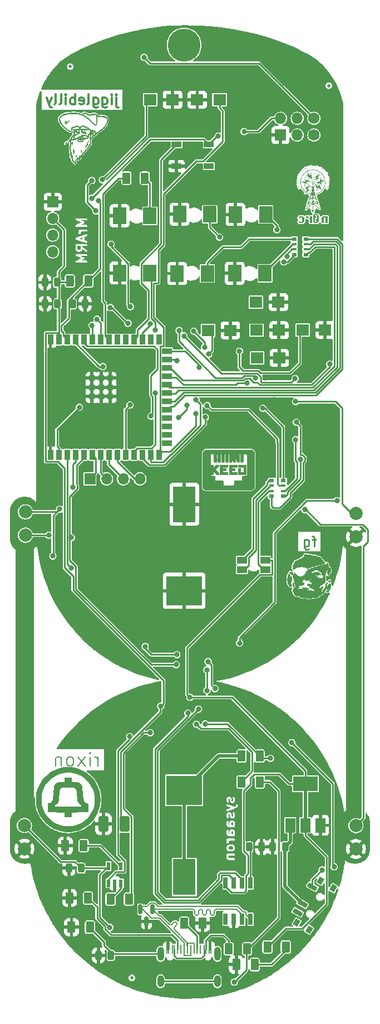
<source format=gbr>
%TF.GenerationSoftware,KiCad,Pcbnew,7.0.1*%
%TF.CreationDate,2023-08-28T07:47:39-05:00*%
%TF.ProjectId,BSidesKC23_BadgePirate,42536964-6573-44b4-9332-335f42616467,1.1*%
%TF.SameCoordinates,Original*%
%TF.FileFunction,Copper,L2,Bot*%
%TF.FilePolarity,Positive*%
%FSLAX46Y46*%
G04 Gerber Fmt 4.6, Leading zero omitted, Abs format (unit mm)*
G04 Created by KiCad (PCBNEW 7.0.1) date 2023-08-28 07:47:39*
%MOMM*%
%LPD*%
G01*
G04 APERTURE LIST*
G04 Aperture macros list*
%AMRoundRect*
0 Rectangle with rounded corners*
0 $1 Rounding radius*
0 $2 $3 $4 $5 $6 $7 $8 $9 X,Y pos of 4 corners*
0 Add a 4 corners polygon primitive as box body*
4,1,4,$2,$3,$4,$5,$6,$7,$8,$9,$2,$3,0*
0 Add four circle primitives for the rounded corners*
1,1,$1+$1,$2,$3*
1,1,$1+$1,$4,$5*
1,1,$1+$1,$6,$7*
1,1,$1+$1,$8,$9*
0 Add four rect primitives between the rounded corners*
20,1,$1+$1,$2,$3,$4,$5,0*
20,1,$1+$1,$4,$5,$6,$7,0*
20,1,$1+$1,$6,$7,$8,$9,0*
20,1,$1+$1,$8,$9,$2,$3,0*%
%AMRotRect*
0 Rectangle, with rotation*
0 The origin of the aperture is its center*
0 $1 length*
0 $2 width*
0 $3 Rotation angle, in degrees counterclockwise*
0 Add horizontal line*
21,1,$1,$2,0,0,$3*%
G04 Aperture macros list end*
%ADD10C,0.300000*%
%TA.AperFunction,NonConductor*%
%ADD11C,0.300000*%
%TD*%
%ADD12C,0.250000*%
%TA.AperFunction,NonConductor*%
%ADD13C,0.250000*%
%TD*%
%ADD14C,0.150000*%
%TA.AperFunction,NonConductor*%
%ADD15C,0.150000*%
%TD*%
%TA.AperFunction,EtchedComponent*%
%ADD16C,0.010000*%
%TD*%
%TA.AperFunction,ComponentPad*%
%ADD17O,1.727200X1.727200*%
%TD*%
%TA.AperFunction,ComponentPad*%
%ADD18R,1.727200X1.727200*%
%TD*%
%TA.AperFunction,ComponentPad*%
%ADD19C,1.727200*%
%TD*%
%TA.AperFunction,SMDPad,CuDef*%
%ADD20R,2.000000X2.500000*%
%TD*%
%TA.AperFunction,SMDPad,CuDef*%
%ADD21R,1.500000X1.000000*%
%TD*%
%TA.AperFunction,ComponentPad*%
%ADD22C,5.000000*%
%TD*%
%TA.AperFunction,SMDPad,CuDef*%
%ADD23R,1.700000X1.700000*%
%TD*%
%TA.AperFunction,SMDPad,CuDef*%
%ADD24O,1.700000X1.700000*%
%TD*%
%TA.AperFunction,SMDPad,CuDef*%
%ADD25C,0.500000*%
%TD*%
%TA.AperFunction,SMDPad,CuDef*%
%ADD26R,1.948000X1.700000*%
%TD*%
%TA.AperFunction,SMDPad,CuDef*%
%ADD27RoundRect,0.250000X-0.375000X-0.625000X0.375000X-0.625000X0.375000X0.625000X-0.375000X0.625000X0*%
%TD*%
%TA.AperFunction,SMDPad,CuDef*%
%ADD28R,1.500000X0.900000*%
%TD*%
%TA.AperFunction,SMDPad,CuDef*%
%ADD29RoundRect,0.150000X-0.150000X0.587500X-0.150000X-0.587500X0.150000X-0.587500X0.150000X0.587500X0*%
%TD*%
%TA.AperFunction,SMDPad,CuDef*%
%ADD30C,2.000000*%
%TD*%
%TA.AperFunction,SMDPad,CuDef*%
%ADD31RoundRect,0.243750X0.243750X0.456250X-0.243750X0.456250X-0.243750X-0.456250X0.243750X-0.456250X0*%
%TD*%
%TA.AperFunction,SMDPad,CuDef*%
%ADD32R,0.800000X0.500000*%
%TD*%
%TA.AperFunction,SMDPad,CuDef*%
%ADD33R,0.800000X0.400000*%
%TD*%
%TA.AperFunction,ComponentPad*%
%ADD34R,1.700000X1.700000*%
%TD*%
%TA.AperFunction,ComponentPad*%
%ADD35O,1.700000X1.700000*%
%TD*%
%TA.AperFunction,SMDPad,CuDef*%
%ADD36RoundRect,0.250000X0.375000X0.625000X-0.375000X0.625000X-0.375000X-0.625000X0.375000X-0.625000X0*%
%TD*%
%TA.AperFunction,SMDPad,CuDef*%
%ADD37R,0.900000X1.500000*%
%TD*%
%TA.AperFunction,SMDPad,CuDef*%
%ADD38R,0.900000X0.900000*%
%TD*%
%TA.AperFunction,SMDPad,CuDef*%
%ADD39R,0.650000X1.750000*%
%TD*%
%TA.AperFunction,SMDPad,CuDef*%
%ADD40RotRect,1.000000X0.800000X240.000000*%
%TD*%
%TA.AperFunction,SMDPad,CuDef*%
%ADD41RotRect,0.700000X1.500000X240.000000*%
%TD*%
%TA.AperFunction,SMDPad,CuDef*%
%ADD42RoundRect,0.243750X-0.243750X-0.456250X0.243750X-0.456250X0.243750X0.456250X-0.243750X0.456250X0*%
%TD*%
%TA.AperFunction,SMDPad,CuDef*%
%ADD43R,0.600000X1.200000*%
%TD*%
%TA.AperFunction,SMDPad,CuDef*%
%ADD44RoundRect,0.250001X0.499999X0.924999X-0.499999X0.924999X-0.499999X-0.924999X0.499999X-0.924999X0*%
%TD*%
%TA.AperFunction,SMDPad,CuDef*%
%ADD45R,3.500000X5.500000*%
%TD*%
%TA.AperFunction,SMDPad,CuDef*%
%ADD46R,5.500000X4.500000*%
%TD*%
%TA.AperFunction,SMDPad,CuDef*%
%ADD47R,0.250000X1.400000*%
%TD*%
%TA.AperFunction,ComponentPad*%
%ADD48O,1.000000X1.800000*%
%TD*%
%TA.AperFunction,ComponentPad*%
%ADD49O,1.000000X2.100000*%
%TD*%
%TA.AperFunction,SMDPad,CuDef*%
%ADD50R,1.500000X2.200000*%
%TD*%
%TA.AperFunction,SMDPad,CuDef*%
%ADD51R,3.800000X2.200000*%
%TD*%
%TA.AperFunction,ViaPad*%
%ADD52C,0.800000*%
%TD*%
%TA.AperFunction,Conductor*%
%ADD53C,0.250000*%
%TD*%
%TA.AperFunction,Conductor*%
%ADD54C,0.500000*%
%TD*%
%TA.AperFunction,Conductor*%
%ADD55C,0.200000*%
%TD*%
G04 APERTURE END LIST*
D10*
G36*
X106572217Y-158430420D02*
G01*
X106609222Y-158467425D01*
X106653928Y-158556838D01*
X106653928Y-158700304D01*
X106609221Y-158789718D01*
X106572216Y-158826722D01*
X106482804Y-158871428D01*
X106125052Y-158871428D01*
X106035637Y-158826720D01*
X105998635Y-158789718D01*
X105953928Y-158700304D01*
X105953928Y-158556839D01*
X105998635Y-158467423D01*
X106035638Y-158430420D01*
X106125052Y-158385714D01*
X106482804Y-158385714D01*
X106572217Y-158430420D01*
G37*
G36*
X106620696Y-156133231D02*
G01*
X106653928Y-156199696D01*
X106653928Y-156486019D01*
X106639794Y-156514286D01*
X106386195Y-156514286D01*
X106387930Y-156504647D01*
X106382500Y-156491555D01*
X106382500Y-156199697D01*
X106415732Y-156133231D01*
X106482195Y-156100000D01*
X106554231Y-156100000D01*
X106620696Y-156133231D01*
G37*
G36*
X106620696Y-154776088D02*
G01*
X106653928Y-154842553D01*
X106653928Y-155128876D01*
X106639794Y-155157143D01*
X106386195Y-155157143D01*
X106387930Y-155147504D01*
X106382500Y-155134412D01*
X106382500Y-154842554D01*
X106415732Y-154776088D01*
X106482195Y-154742857D01*
X106554231Y-154742857D01*
X106620696Y-154776088D01*
G37*
G36*
X107899286Y-161553572D02*
G01*
X104320714Y-161553572D01*
X104320714Y-159895352D01*
X105648498Y-159895352D01*
X105653928Y-159908444D01*
X105653928Y-160084782D01*
X105650067Y-160120545D01*
X105663774Y-160147959D01*
X105672412Y-160177377D01*
X105683124Y-160186659D01*
X105724102Y-160268614D01*
X105723897Y-160274444D01*
X105743626Y-160307662D01*
X105750839Y-160322087D01*
X105754587Y-160326116D01*
X105768880Y-160350181D01*
X105784005Y-160357743D01*
X105795524Y-160370127D01*
X105822637Y-160377059D01*
X105943908Y-160437695D01*
X105974170Y-160457143D01*
X106004823Y-160457143D01*
X106034995Y-160462573D01*
X106048087Y-160457143D01*
X106825496Y-160457143D01*
X106888448Y-160438659D01*
X106946133Y-160372086D01*
X106958670Y-160284894D01*
X106922077Y-160204767D01*
X106847972Y-160157143D01*
X106053624Y-160157143D01*
X105987160Y-160123911D01*
X105953928Y-160057447D01*
X105953928Y-159913982D01*
X105998635Y-159824566D01*
X106008917Y-159814285D01*
X106825496Y-159814285D01*
X106888448Y-159795801D01*
X106946133Y-159729228D01*
X106958670Y-159642036D01*
X106922077Y-159561909D01*
X106847972Y-159514285D01*
X105973850Y-159514285D01*
X105957937Y-159508350D01*
X105930656Y-159514285D01*
X105782360Y-159514285D01*
X105719408Y-159532769D01*
X105661723Y-159599342D01*
X105649186Y-159686534D01*
X105685779Y-159766661D01*
X105690622Y-159769773D01*
X105673378Y-159804261D01*
X105653928Y-159834527D01*
X105653928Y-159865180D01*
X105648498Y-159895352D01*
X104320714Y-159895352D01*
X104320714Y-158538209D01*
X105648498Y-158538209D01*
X105653928Y-158551301D01*
X105653928Y-158727639D01*
X105650067Y-158763402D01*
X105663774Y-158790816D01*
X105672412Y-158820234D01*
X105683124Y-158829516D01*
X105732782Y-158928830D01*
X105738147Y-158953492D01*
X105767353Y-158982698D01*
X105795524Y-159012984D01*
X105798364Y-159013710D01*
X105827419Y-159042766D01*
X105840309Y-159064467D01*
X105877267Y-159082946D01*
X105913553Y-159102760D01*
X105916477Y-159102550D01*
X106015336Y-159151980D01*
X106045598Y-159171428D01*
X106076250Y-159171428D01*
X106106424Y-159176858D01*
X106119516Y-159171428D01*
X106510138Y-159171428D01*
X106545901Y-159175289D01*
X106573315Y-159161581D01*
X106602734Y-159152944D01*
X106612015Y-159142232D01*
X106711331Y-159092574D01*
X106735993Y-159087210D01*
X106765204Y-159057998D01*
X106795484Y-159029833D01*
X106796210Y-159026992D01*
X106825267Y-158997935D01*
X106846967Y-158985047D01*
X106865441Y-158948097D01*
X106885261Y-158911802D01*
X106885051Y-158908877D01*
X106934480Y-158810019D01*
X106953928Y-158779758D01*
X106953928Y-158749106D01*
X106959358Y-158718932D01*
X106953928Y-158705840D01*
X106953928Y-158529504D01*
X106957789Y-158493741D01*
X106944081Y-158466326D01*
X106935444Y-158436908D01*
X106924732Y-158427626D01*
X106875074Y-158328310D01*
X106869710Y-158303649D01*
X106840498Y-158274437D01*
X106812333Y-158244158D01*
X106809492Y-158243431D01*
X106780435Y-158214374D01*
X106767547Y-158192675D01*
X106730595Y-158174199D01*
X106694302Y-158154381D01*
X106691377Y-158154590D01*
X106592516Y-158105159D01*
X106562258Y-158085714D01*
X106531607Y-158085714D01*
X106501432Y-158080284D01*
X106488340Y-158085714D01*
X106097718Y-158085714D01*
X106061955Y-158081853D01*
X106034540Y-158095560D01*
X106005122Y-158104198D01*
X105995840Y-158114909D01*
X105896522Y-158164567D01*
X105871862Y-158169933D01*
X105842654Y-158199140D01*
X105812372Y-158227309D01*
X105811645Y-158230149D01*
X105782588Y-158259207D01*
X105760890Y-158272095D01*
X105742415Y-158309044D01*
X105722596Y-158345341D01*
X105722805Y-158348264D01*
X105673378Y-158447118D01*
X105653928Y-158477384D01*
X105653928Y-158508037D01*
X105648498Y-158538209D01*
X104320714Y-158538209D01*
X104320714Y-157681067D01*
X105648498Y-157681067D01*
X105653928Y-157694159D01*
X105653928Y-157828711D01*
X105672412Y-157891663D01*
X105738985Y-157949348D01*
X105826177Y-157961885D01*
X105906304Y-157925292D01*
X105953928Y-157851187D01*
X105953928Y-157699697D01*
X105998635Y-157610281D01*
X106035638Y-157573277D01*
X106125052Y-157528571D01*
X106825496Y-157528571D01*
X106888448Y-157510087D01*
X106946133Y-157443514D01*
X106958670Y-157356322D01*
X106922077Y-157276195D01*
X106847972Y-157228571D01*
X106097717Y-157228571D01*
X106061953Y-157224710D01*
X106054231Y-157228571D01*
X105782360Y-157228571D01*
X105719408Y-157247055D01*
X105661723Y-157313628D01*
X105649186Y-157400820D01*
X105685779Y-157480947D01*
X105717651Y-157501430D01*
X105673378Y-157589976D01*
X105653928Y-157620242D01*
X105653928Y-157650895D01*
X105648498Y-157681067D01*
X104320714Y-157681067D01*
X104320714Y-156181067D01*
X105648498Y-156181067D01*
X105653928Y-156194159D01*
X105653928Y-156441925D01*
X105650067Y-156477688D01*
X105663774Y-156505102D01*
X105672412Y-156534520D01*
X105683124Y-156543802D01*
X105724102Y-156625757D01*
X105723897Y-156631587D01*
X105743626Y-156664805D01*
X105750839Y-156679230D01*
X105754587Y-156683259D01*
X105768880Y-156707324D01*
X105784005Y-156714886D01*
X105795524Y-156727270D01*
X105822637Y-156734202D01*
X105943908Y-156794838D01*
X105974170Y-156814286D01*
X106004823Y-156814286D01*
X106034995Y-156819716D01*
X106048087Y-156814286D01*
X106158394Y-156814286D01*
X106199801Y-156815746D01*
X106202259Y-156814286D01*
X106729839Y-156814286D01*
X106771231Y-156815745D01*
X106773687Y-156814286D01*
X106825496Y-156814286D01*
X106888448Y-156795802D01*
X106946133Y-156729229D01*
X106958670Y-156642037D01*
X106936259Y-156592965D01*
X106953928Y-156565472D01*
X106953928Y-156534820D01*
X106959358Y-156504646D01*
X106953928Y-156491554D01*
X106953928Y-156172363D01*
X106957789Y-156136599D01*
X106944081Y-156109184D01*
X106935444Y-156079766D01*
X106924732Y-156070484D01*
X106883754Y-155988527D01*
X106883960Y-155982697D01*
X106864232Y-155949484D01*
X106857019Y-155935056D01*
X106853268Y-155931023D01*
X106838976Y-155906961D01*
X106823852Y-155899399D01*
X106812334Y-155887016D01*
X106785217Y-155880081D01*
X106663946Y-155819447D01*
X106633686Y-155800000D01*
X106603034Y-155800000D01*
X106572860Y-155794570D01*
X106559768Y-155800000D01*
X106454861Y-155800000D01*
X106419098Y-155796139D01*
X106391683Y-155809846D01*
X106362265Y-155818484D01*
X106352983Y-155829195D01*
X106271026Y-155870173D01*
X106265197Y-155869968D01*
X106231989Y-155889691D01*
X106217555Y-155896909D01*
X106213520Y-155900661D01*
X106189461Y-155914952D01*
X106181899Y-155930075D01*
X106169515Y-155941595D01*
X106162581Y-155968712D01*
X106101947Y-156089981D01*
X106082500Y-156120242D01*
X106082500Y-156150894D01*
X106077070Y-156181068D01*
X106082500Y-156194160D01*
X106082500Y-156486018D01*
X106068366Y-156514286D01*
X106053624Y-156514286D01*
X105987160Y-156481054D01*
X105953928Y-156414590D01*
X105953928Y-156199696D01*
X106019167Y-156069219D01*
X106030787Y-156004647D01*
X105997040Y-155923279D01*
X105924660Y-155873073D01*
X105836627Y-155869968D01*
X105760890Y-155914952D01*
X105673373Y-156089983D01*
X105653928Y-156120242D01*
X105653928Y-156150893D01*
X105648498Y-156181067D01*
X104320714Y-156181067D01*
X104320714Y-154823924D01*
X105648498Y-154823924D01*
X105653928Y-154837016D01*
X105653928Y-155084782D01*
X105650067Y-155120545D01*
X105663774Y-155147959D01*
X105672412Y-155177377D01*
X105683124Y-155186659D01*
X105724102Y-155268614D01*
X105723897Y-155274444D01*
X105743626Y-155307662D01*
X105750839Y-155322087D01*
X105754587Y-155326116D01*
X105768880Y-155350181D01*
X105784005Y-155357743D01*
X105795524Y-155370127D01*
X105822637Y-155377059D01*
X105943908Y-155437695D01*
X105974170Y-155457143D01*
X106004823Y-155457143D01*
X106034995Y-155462573D01*
X106048087Y-155457143D01*
X106158394Y-155457143D01*
X106199801Y-155458603D01*
X106202259Y-155457143D01*
X106729839Y-155457143D01*
X106771231Y-155458602D01*
X106773687Y-155457143D01*
X106825496Y-155457143D01*
X106888448Y-155438659D01*
X106946133Y-155372086D01*
X106958670Y-155284894D01*
X106936259Y-155235822D01*
X106953928Y-155208329D01*
X106953928Y-155177677D01*
X106959358Y-155147503D01*
X106953928Y-155134411D01*
X106953928Y-154815220D01*
X106957789Y-154779456D01*
X106944081Y-154752041D01*
X106935444Y-154722623D01*
X106924732Y-154713341D01*
X106883754Y-154631384D01*
X106883960Y-154625554D01*
X106864232Y-154592341D01*
X106857019Y-154577913D01*
X106853268Y-154573880D01*
X106838976Y-154549818D01*
X106823852Y-154542256D01*
X106812334Y-154529873D01*
X106785217Y-154522938D01*
X106663946Y-154462304D01*
X106633686Y-154442857D01*
X106603034Y-154442857D01*
X106572860Y-154437427D01*
X106559768Y-154442857D01*
X106454861Y-154442857D01*
X106419098Y-154438996D01*
X106391683Y-154452703D01*
X106362265Y-154461341D01*
X106352983Y-154472052D01*
X106271026Y-154513030D01*
X106265197Y-154512825D01*
X106231989Y-154532548D01*
X106217555Y-154539766D01*
X106213520Y-154543518D01*
X106189461Y-154557809D01*
X106181899Y-154572932D01*
X106169515Y-154584452D01*
X106162581Y-154611569D01*
X106101947Y-154732838D01*
X106082500Y-154763099D01*
X106082500Y-154793751D01*
X106077070Y-154823925D01*
X106082500Y-154837017D01*
X106082500Y-155128875D01*
X106068366Y-155157143D01*
X106053624Y-155157143D01*
X105987160Y-155123911D01*
X105953928Y-155057447D01*
X105953928Y-154842553D01*
X106019167Y-154712076D01*
X106030787Y-154647504D01*
X105997040Y-154566136D01*
X105924660Y-154515930D01*
X105836627Y-154512825D01*
X105760890Y-154557809D01*
X105673373Y-154732840D01*
X105653928Y-154763099D01*
X105653928Y-154793750D01*
X105648498Y-154823924D01*
X104320714Y-154823924D01*
X104320714Y-153609638D01*
X105648498Y-153609638D01*
X105653928Y-153622730D01*
X105653928Y-153799067D01*
X105650067Y-153834830D01*
X105663774Y-153862244D01*
X105672412Y-153891662D01*
X105683124Y-153900944D01*
X105750839Y-154036372D01*
X105795524Y-154084412D01*
X105880867Y-154106234D01*
X105964460Y-154078454D01*
X106019763Y-154009890D01*
X106029218Y-153922310D01*
X105953928Y-153771732D01*
X105953928Y-153628267D01*
X105987160Y-153561802D01*
X106053624Y-153528571D01*
X106054231Y-153528571D01*
X106120696Y-153561802D01*
X106153928Y-153628267D01*
X106153928Y-153799067D01*
X106150067Y-153834830D01*
X106163774Y-153862244D01*
X106172412Y-153891662D01*
X106183124Y-153900944D01*
X106224102Y-153982899D01*
X106223897Y-153988729D01*
X106243626Y-154021947D01*
X106250839Y-154036372D01*
X106254587Y-154040401D01*
X106268880Y-154064466D01*
X106284005Y-154072028D01*
X106295524Y-154084412D01*
X106322637Y-154091344D01*
X106443908Y-154151980D01*
X106474170Y-154171428D01*
X106504823Y-154171428D01*
X106534995Y-154176858D01*
X106548087Y-154171428D01*
X106581566Y-154171428D01*
X106617330Y-154175289D01*
X106644745Y-154161581D01*
X106674162Y-154152944D01*
X106683443Y-154142232D01*
X106765401Y-154101253D01*
X106771230Y-154101459D01*
X106804434Y-154081737D01*
X106818873Y-154074518D01*
X106822907Y-154070765D01*
X106846967Y-154056475D01*
X106854528Y-154041351D01*
X106866913Y-154029832D01*
X106873846Y-154002715D01*
X106934480Y-153881447D01*
X106953928Y-153851186D01*
X106953928Y-153820534D01*
X106959358Y-153790360D01*
X106953928Y-153777268D01*
X106953928Y-153529504D01*
X106957789Y-153493741D01*
X106944081Y-153466326D01*
X106935444Y-153436908D01*
X106924732Y-153427626D01*
X106857019Y-153292198D01*
X106812333Y-153244158D01*
X106726991Y-153222336D01*
X106643398Y-153250115D01*
X106588094Y-153318679D01*
X106578639Y-153406258D01*
X106653928Y-153556838D01*
X106653928Y-153771732D01*
X106620696Y-153838195D01*
X106554231Y-153871428D01*
X106553624Y-153871428D01*
X106487160Y-153838196D01*
X106453928Y-153771732D01*
X106453928Y-153600934D01*
X106457789Y-153565170D01*
X106444081Y-153537755D01*
X106435444Y-153508337D01*
X106424732Y-153499055D01*
X106383754Y-153417098D01*
X106383960Y-153411268D01*
X106364232Y-153378055D01*
X106357019Y-153363627D01*
X106353268Y-153359594D01*
X106338976Y-153335532D01*
X106323852Y-153327970D01*
X106312334Y-153315587D01*
X106285217Y-153308652D01*
X106163946Y-153248018D01*
X106133686Y-153228571D01*
X106103034Y-153228571D01*
X106072860Y-153223141D01*
X106059768Y-153228571D01*
X106026290Y-153228571D01*
X105990527Y-153224710D01*
X105963112Y-153238417D01*
X105933694Y-153247055D01*
X105924412Y-153257766D01*
X105842455Y-153298744D01*
X105836627Y-153298539D01*
X105803422Y-153318261D01*
X105788984Y-153325480D01*
X105784949Y-153329232D01*
X105760890Y-153343523D01*
X105753328Y-153358646D01*
X105740944Y-153370166D01*
X105734010Y-153397281D01*
X105673373Y-153518554D01*
X105653928Y-153548813D01*
X105653928Y-153579464D01*
X105648498Y-153609638D01*
X104320714Y-153609638D01*
X104320714Y-152865240D01*
X105648165Y-152865240D01*
X105665684Y-152951569D01*
X105727095Y-153014721D01*
X105812900Y-153034646D01*
X106815760Y-152676481D01*
X106818743Y-152677057D01*
X106828643Y-152673096D01*
X106839290Y-152673709D01*
X106866469Y-152658370D01*
X106874690Y-152655435D01*
X106877004Y-152653752D01*
X107205168Y-152522486D01*
X107235993Y-152515781D01*
X107260799Y-152490974D01*
X107288390Y-152469291D01*
X107291520Y-152460253D01*
X107325267Y-152426506D01*
X107346967Y-152413618D01*
X107365441Y-152376668D01*
X107385261Y-152340373D01*
X107385051Y-152337448D01*
X107447738Y-152212075D01*
X107459358Y-152147503D01*
X107425611Y-152066136D01*
X107353230Y-152015929D01*
X107265198Y-152012825D01*
X107189461Y-152057809D01*
X107109221Y-152218289D01*
X107076775Y-152250734D01*
X106800923Y-152361075D01*
X105834067Y-152015770D01*
X105768566Y-152012004D01*
X105691850Y-152055297D01*
X105650718Y-152133192D01*
X105658229Y-152220959D01*
X105711999Y-152290733D01*
X106357946Y-152521428D01*
X105733166Y-152744564D01*
X105680098Y-152783144D01*
X105648165Y-152865240D01*
X104320714Y-152865240D01*
X104320714Y-151252495D01*
X105648498Y-151252495D01*
X105653928Y-151265587D01*
X105653928Y-151441924D01*
X105650067Y-151477687D01*
X105663774Y-151505101D01*
X105672412Y-151534519D01*
X105683124Y-151543801D01*
X105750839Y-151679229D01*
X105795524Y-151727269D01*
X105880867Y-151749091D01*
X105964460Y-151721311D01*
X106019763Y-151652747D01*
X106029218Y-151565167D01*
X105953928Y-151414589D01*
X105953928Y-151271124D01*
X105987160Y-151204659D01*
X106053624Y-151171428D01*
X106054231Y-151171428D01*
X106120696Y-151204659D01*
X106153928Y-151271124D01*
X106153928Y-151441924D01*
X106150067Y-151477687D01*
X106163774Y-151505101D01*
X106172412Y-151534519D01*
X106183124Y-151543801D01*
X106224102Y-151625756D01*
X106223897Y-151631586D01*
X106243626Y-151664804D01*
X106250839Y-151679229D01*
X106254587Y-151683258D01*
X106268880Y-151707323D01*
X106284005Y-151714885D01*
X106295524Y-151727269D01*
X106322637Y-151734201D01*
X106443908Y-151794837D01*
X106474170Y-151814285D01*
X106504823Y-151814285D01*
X106534995Y-151819715D01*
X106548087Y-151814285D01*
X106581566Y-151814285D01*
X106617330Y-151818146D01*
X106644745Y-151804438D01*
X106674162Y-151795801D01*
X106683443Y-151785089D01*
X106765401Y-151744110D01*
X106771230Y-151744316D01*
X106804434Y-151724594D01*
X106818873Y-151717375D01*
X106822907Y-151713622D01*
X106846967Y-151699332D01*
X106854528Y-151684208D01*
X106866913Y-151672689D01*
X106873846Y-151645572D01*
X106934480Y-151524304D01*
X106953928Y-151494043D01*
X106953928Y-151463391D01*
X106959358Y-151433217D01*
X106953928Y-151420125D01*
X106953928Y-151172361D01*
X106957789Y-151136598D01*
X106944081Y-151109183D01*
X106935444Y-151079765D01*
X106924732Y-151070483D01*
X106857019Y-150935055D01*
X106812333Y-150887015D01*
X106726991Y-150865193D01*
X106643398Y-150892972D01*
X106588094Y-150961536D01*
X106578639Y-151049115D01*
X106653928Y-151199695D01*
X106653928Y-151414589D01*
X106620696Y-151481052D01*
X106554231Y-151514285D01*
X106553624Y-151514285D01*
X106487160Y-151481053D01*
X106453928Y-151414589D01*
X106453928Y-151243791D01*
X106457789Y-151208027D01*
X106444081Y-151180612D01*
X106435444Y-151151194D01*
X106424732Y-151141912D01*
X106383754Y-151059955D01*
X106383960Y-151054125D01*
X106364232Y-151020912D01*
X106357019Y-151006484D01*
X106353268Y-151002451D01*
X106338976Y-150978389D01*
X106323852Y-150970827D01*
X106312334Y-150958444D01*
X106285217Y-150951509D01*
X106163946Y-150890875D01*
X106133686Y-150871428D01*
X106103034Y-150871428D01*
X106072860Y-150865998D01*
X106059768Y-150871428D01*
X106026290Y-150871428D01*
X105990527Y-150867567D01*
X105963112Y-150881274D01*
X105933694Y-150889912D01*
X105924412Y-150900623D01*
X105842455Y-150941601D01*
X105836627Y-150941396D01*
X105803422Y-150961118D01*
X105788984Y-150968337D01*
X105784949Y-150972089D01*
X105760890Y-150986380D01*
X105753328Y-151001503D01*
X105740944Y-151013023D01*
X105734010Y-151040138D01*
X105673373Y-151161411D01*
X105653928Y-151191670D01*
X105653928Y-151222321D01*
X105648498Y-151252495D01*
X104320714Y-151252495D01*
X104320714Y-149846428D01*
X107899286Y-149846428D01*
X107899286Y-161553572D01*
G37*
G36*
X83452142Y-67419140D02*
G01*
X83446642Y-67448972D01*
X83452142Y-67462395D01*
X83452142Y-67611732D01*
X83407435Y-67701146D01*
X83370430Y-67738150D01*
X83281018Y-67782856D01*
X83137552Y-67782856D01*
X83048137Y-67738148D01*
X83011135Y-67701146D01*
X82966428Y-67611732D01*
X82966428Y-67225713D01*
X83452142Y-67225713D01*
X83452142Y-67419140D01*
G37*
G36*
X83737857Y-66224743D02*
G01*
X83290769Y-66075713D01*
X83737857Y-65926685D01*
X83737857Y-66224743D01*
G37*
G36*
X85164286Y-71047143D02*
G01*
X81585714Y-71047143D01*
X81585714Y-69576999D01*
X82660101Y-69576999D01*
X82663218Y-69587302D01*
X82661686Y-69597962D01*
X82675784Y-69628833D01*
X82685612Y-69661313D01*
X82693806Y-69668296D01*
X82698279Y-69678089D01*
X82726824Y-69696434D01*
X82752657Y-69718448D01*
X82763327Y-69719892D01*
X82772384Y-69725713D01*
X82806319Y-69725713D01*
X82839949Y-69730266D01*
X82849705Y-69725713D01*
X84337996Y-69725713D01*
X84400948Y-69707229D01*
X84458633Y-69640656D01*
X84471170Y-69553464D01*
X84434577Y-69473337D01*
X84360472Y-69425713D01*
X83492564Y-69425713D01*
X83950159Y-69212168D01*
X83989258Y-69194700D01*
X84002254Y-69174838D01*
X84020064Y-69159148D01*
X84025873Y-69138744D01*
X84037491Y-69120990D01*
X84037686Y-69097253D01*
X84044185Y-69074427D01*
X84038040Y-69054120D01*
X84038215Y-69032905D01*
X84025547Y-69012833D01*
X84018673Y-68990113D01*
X84002523Y-68976350D01*
X83991202Y-68958411D01*
X83969696Y-68948375D01*
X83951629Y-68932978D01*
X83930602Y-68930131D01*
X83492563Y-68725713D01*
X84337996Y-68725713D01*
X84400948Y-68707229D01*
X84458633Y-68640656D01*
X84471170Y-68553464D01*
X84434577Y-68473337D01*
X84360472Y-68425713D01*
X82827780Y-68425713D01*
X82795454Y-68420793D01*
X82764470Y-68434636D01*
X82731908Y-68444197D01*
X82724856Y-68452334D01*
X82715028Y-68456726D01*
X82696447Y-68485121D01*
X82674223Y-68510770D01*
X82672690Y-68521427D01*
X82666795Y-68530437D01*
X82666515Y-68564372D01*
X82661686Y-68597962D01*
X82666158Y-68607755D01*
X82666070Y-68618521D01*
X82684180Y-68647217D01*
X82698279Y-68678089D01*
X82707336Y-68683910D01*
X82713083Y-68693015D01*
X82743835Y-68707366D01*
X82772384Y-68725713D01*
X82783150Y-68725713D01*
X83533151Y-69075712D01*
X82763281Y-69434985D01*
X82731908Y-69444197D01*
X82709685Y-69469843D01*
X82684221Y-69492278D01*
X82681272Y-69502634D01*
X82674223Y-69510770D01*
X82669393Y-69544360D01*
X82660101Y-69576999D01*
X81585714Y-69576999D01*
X81585714Y-67097962D01*
X82661686Y-67097962D01*
X82666428Y-67108345D01*
X82666428Y-67639067D01*
X82662567Y-67674830D01*
X82676274Y-67702244D01*
X82684912Y-67731662D01*
X82695624Y-67740944D01*
X82745282Y-67840258D01*
X82750647Y-67864920D01*
X82779853Y-67894126D01*
X82808024Y-67924412D01*
X82810864Y-67925138D01*
X82839919Y-67954194D01*
X82852809Y-67975895D01*
X82889767Y-67994374D01*
X82926053Y-68014188D01*
X82928977Y-68013978D01*
X83027836Y-68063408D01*
X83058098Y-68082856D01*
X83088750Y-68082856D01*
X83118924Y-68088286D01*
X83132016Y-68082856D01*
X83308352Y-68082856D01*
X83344115Y-68086717D01*
X83371529Y-68073009D01*
X83400948Y-68064372D01*
X83410229Y-68053660D01*
X83509545Y-68004002D01*
X83534207Y-67998638D01*
X83563418Y-67969426D01*
X83593698Y-67941261D01*
X83594424Y-67938420D01*
X83623481Y-67909363D01*
X83645181Y-67896475D01*
X83663655Y-67859525D01*
X83683475Y-67823230D01*
X83683265Y-67820305D01*
X83732694Y-67721447D01*
X83738947Y-67711717D01*
X84248078Y-68068109D01*
X84310250Y-68089067D01*
X84395684Y-68067609D01*
X84455957Y-68003368D01*
X84471928Y-67916740D01*
X84438530Y-67835229D01*
X83752142Y-67354758D01*
X83752142Y-67225713D01*
X84337996Y-67225713D01*
X84400948Y-67207229D01*
X84458633Y-67140656D01*
X84471170Y-67053464D01*
X84434577Y-66973337D01*
X84360472Y-66925713D01*
X83612873Y-66925713D01*
X83579893Y-66920971D01*
X83569510Y-66925713D01*
X82827159Y-66925713D01*
X82794179Y-66920971D01*
X82763872Y-66934811D01*
X82731908Y-66944197D01*
X82724433Y-66952822D01*
X82714052Y-66957564D01*
X82696039Y-66985591D01*
X82674223Y-67010770D01*
X82672598Y-67022067D01*
X82666428Y-67031669D01*
X82666428Y-67064982D01*
X82661686Y-67097962D01*
X81585714Y-67097962D01*
X81585714Y-66059073D01*
X82660984Y-66059073D01*
X82667855Y-66097064D01*
X82671968Y-66135474D01*
X82675624Y-66140016D01*
X82676663Y-66145755D01*
X82702994Y-66174011D01*
X82727210Y-66204089D01*
X82732741Y-66205932D01*
X82736716Y-66210198D01*
X82774133Y-66219730D01*
X83812150Y-66565735D01*
X83822914Y-66575062D01*
X83853189Y-66579415D01*
X84289455Y-66724837D01*
X84355022Y-66727209D01*
X84430799Y-66682294D01*
X84470265Y-66603541D01*
X84460888Y-66515954D01*
X84405646Y-66447339D01*
X84037857Y-66324743D01*
X84037857Y-65826685D01*
X84384324Y-65711196D01*
X84438200Y-65673753D01*
X84471872Y-65592355D01*
X84456194Y-65505673D01*
X84396140Y-65441230D01*
X84310778Y-65419484D01*
X83874085Y-65565047D01*
X83865608Y-65563829D01*
X83832817Y-65578804D01*
X82794737Y-65924830D01*
X82777834Y-65924219D01*
X82753754Y-65938491D01*
X82748533Y-65940232D01*
X82735285Y-65949438D01*
X82702057Y-65969134D01*
X82699444Y-65974347D01*
X82694656Y-65977675D01*
X82679894Y-66013358D01*
X82662591Y-66047888D01*
X82663211Y-66053687D01*
X82660984Y-66059073D01*
X81585714Y-66059073D01*
X81585714Y-65163924D01*
X83160998Y-65163924D01*
X83166428Y-65177016D01*
X83166428Y-65311568D01*
X83184912Y-65374520D01*
X83251485Y-65432205D01*
X83338677Y-65444742D01*
X83418804Y-65408149D01*
X83466428Y-65334044D01*
X83466428Y-65182554D01*
X83511135Y-65093138D01*
X83548138Y-65056134D01*
X83637552Y-65011428D01*
X84337996Y-65011428D01*
X84400948Y-64992944D01*
X84458633Y-64926371D01*
X84471170Y-64839179D01*
X84434577Y-64759052D01*
X84360472Y-64711428D01*
X83610217Y-64711428D01*
X83574453Y-64707567D01*
X83566731Y-64711428D01*
X83294860Y-64711428D01*
X83231908Y-64729912D01*
X83174223Y-64796485D01*
X83161686Y-64883677D01*
X83198279Y-64963804D01*
X83230151Y-64984287D01*
X83185878Y-65072833D01*
X83166428Y-65103099D01*
X83166428Y-65133752D01*
X83160998Y-65163924D01*
X81585714Y-65163924D01*
X81585714Y-64148428D01*
X82660101Y-64148428D01*
X82663218Y-64158731D01*
X82661686Y-64169391D01*
X82675784Y-64200262D01*
X82685612Y-64232742D01*
X82693806Y-64239725D01*
X82698279Y-64249518D01*
X82726824Y-64267863D01*
X82752657Y-64289877D01*
X82763327Y-64291321D01*
X82772384Y-64297142D01*
X82806319Y-64297142D01*
X82839949Y-64301695D01*
X82849705Y-64297142D01*
X84337996Y-64297142D01*
X84400948Y-64278658D01*
X84458633Y-64212085D01*
X84471170Y-64124893D01*
X84434577Y-64044766D01*
X84360472Y-63997142D01*
X83492564Y-63997142D01*
X83950159Y-63783597D01*
X83989258Y-63766129D01*
X84002254Y-63746267D01*
X84020064Y-63730577D01*
X84025873Y-63710173D01*
X84037491Y-63692419D01*
X84037686Y-63668682D01*
X84044185Y-63645856D01*
X84038040Y-63625549D01*
X84038215Y-63604334D01*
X84025547Y-63584262D01*
X84018673Y-63561542D01*
X84002523Y-63547779D01*
X83991202Y-63529840D01*
X83969696Y-63519804D01*
X83951629Y-63504407D01*
X83930602Y-63501560D01*
X83492563Y-63297142D01*
X84337996Y-63297142D01*
X84400948Y-63278658D01*
X84458633Y-63212085D01*
X84471170Y-63124893D01*
X84434577Y-63044766D01*
X84360472Y-62997142D01*
X82827780Y-62997142D01*
X82795454Y-62992222D01*
X82764470Y-63006065D01*
X82731908Y-63015626D01*
X82724856Y-63023763D01*
X82715028Y-63028155D01*
X82696447Y-63056550D01*
X82674223Y-63082199D01*
X82672690Y-63092856D01*
X82666795Y-63101866D01*
X82666515Y-63135801D01*
X82661686Y-63169391D01*
X82666158Y-63179184D01*
X82666070Y-63189950D01*
X82684180Y-63218646D01*
X82698279Y-63249518D01*
X82707336Y-63255339D01*
X82713083Y-63264444D01*
X82743835Y-63278795D01*
X82772384Y-63297142D01*
X82783150Y-63297142D01*
X83533151Y-63647141D01*
X82763281Y-64006414D01*
X82731908Y-64015626D01*
X82709685Y-64041272D01*
X82684221Y-64063707D01*
X82681272Y-64074063D01*
X82674223Y-64082199D01*
X82669393Y-64115789D01*
X82660101Y-64148428D01*
X81585714Y-64148428D01*
X81585714Y-62125714D01*
X85164286Y-62125714D01*
X85164286Y-71047143D01*
G37*
%TO.C,G\u002A\u002A\u002A*%
D11*
X88903542Y-44693631D02*
X88903542Y-45999917D01*
X88903542Y-45999917D02*
X88976114Y-46145060D01*
X88976114Y-46145060D02*
X89121257Y-46217631D01*
X89121257Y-46217631D02*
X89193828Y-46217631D01*
X88903542Y-44185631D02*
X88976114Y-44258202D01*
X88976114Y-44258202D02*
X88903542Y-44330774D01*
X88903542Y-44330774D02*
X88830971Y-44258202D01*
X88830971Y-44258202D02*
X88903542Y-44185631D01*
X88903542Y-44185631D02*
X88903542Y-44330774D01*
X88177828Y-45709631D02*
X88177828Y-44693631D01*
X88177828Y-44185631D02*
X88250400Y-44258202D01*
X88250400Y-44258202D02*
X88177828Y-44330774D01*
X88177828Y-44330774D02*
X88105257Y-44258202D01*
X88105257Y-44258202D02*
X88177828Y-44185631D01*
X88177828Y-44185631D02*
X88177828Y-44330774D01*
X86798972Y-44693631D02*
X86798972Y-45927345D01*
X86798972Y-45927345D02*
X86871543Y-46072488D01*
X86871543Y-46072488D02*
X86944114Y-46145060D01*
X86944114Y-46145060D02*
X87089257Y-46217631D01*
X87089257Y-46217631D02*
X87306972Y-46217631D01*
X87306972Y-46217631D02*
X87452114Y-46145060D01*
X86798972Y-45637060D02*
X86944114Y-45709631D01*
X86944114Y-45709631D02*
X87234400Y-45709631D01*
X87234400Y-45709631D02*
X87379543Y-45637060D01*
X87379543Y-45637060D02*
X87452114Y-45564488D01*
X87452114Y-45564488D02*
X87524686Y-45419345D01*
X87524686Y-45419345D02*
X87524686Y-44983917D01*
X87524686Y-44983917D02*
X87452114Y-44838774D01*
X87452114Y-44838774D02*
X87379543Y-44766202D01*
X87379543Y-44766202D02*
X87234400Y-44693631D01*
X87234400Y-44693631D02*
X86944114Y-44693631D01*
X86944114Y-44693631D02*
X86798972Y-44766202D01*
X85420115Y-44693631D02*
X85420115Y-45927345D01*
X85420115Y-45927345D02*
X85492686Y-46072488D01*
X85492686Y-46072488D02*
X85565257Y-46145060D01*
X85565257Y-46145060D02*
X85710400Y-46217631D01*
X85710400Y-46217631D02*
X85928115Y-46217631D01*
X85928115Y-46217631D02*
X86073257Y-46145060D01*
X85420115Y-45637060D02*
X85565257Y-45709631D01*
X85565257Y-45709631D02*
X85855543Y-45709631D01*
X85855543Y-45709631D02*
X86000686Y-45637060D01*
X86000686Y-45637060D02*
X86073257Y-45564488D01*
X86073257Y-45564488D02*
X86145829Y-45419345D01*
X86145829Y-45419345D02*
X86145829Y-44983917D01*
X86145829Y-44983917D02*
X86073257Y-44838774D01*
X86073257Y-44838774D02*
X86000686Y-44766202D01*
X86000686Y-44766202D02*
X85855543Y-44693631D01*
X85855543Y-44693631D02*
X85565257Y-44693631D01*
X85565257Y-44693631D02*
X85420115Y-44766202D01*
X84476686Y-45709631D02*
X84621829Y-45637060D01*
X84621829Y-45637060D02*
X84694400Y-45491917D01*
X84694400Y-45491917D02*
X84694400Y-44185631D01*
X83315543Y-45637060D02*
X83460686Y-45709631D01*
X83460686Y-45709631D02*
X83750972Y-45709631D01*
X83750972Y-45709631D02*
X83896114Y-45637060D01*
X83896114Y-45637060D02*
X83968686Y-45491917D01*
X83968686Y-45491917D02*
X83968686Y-44911345D01*
X83968686Y-44911345D02*
X83896114Y-44766202D01*
X83896114Y-44766202D02*
X83750972Y-44693631D01*
X83750972Y-44693631D02*
X83460686Y-44693631D01*
X83460686Y-44693631D02*
X83315543Y-44766202D01*
X83315543Y-44766202D02*
X83242972Y-44911345D01*
X83242972Y-44911345D02*
X83242972Y-45056488D01*
X83242972Y-45056488D02*
X83968686Y-45201631D01*
X82589828Y-45709631D02*
X82589828Y-44185631D01*
X82589828Y-44766202D02*
X82444686Y-44693631D01*
X82444686Y-44693631D02*
X82154400Y-44693631D01*
X82154400Y-44693631D02*
X82009257Y-44766202D01*
X82009257Y-44766202D02*
X81936686Y-44838774D01*
X81936686Y-44838774D02*
X81864114Y-44983917D01*
X81864114Y-44983917D02*
X81864114Y-45419345D01*
X81864114Y-45419345D02*
X81936686Y-45564488D01*
X81936686Y-45564488D02*
X82009257Y-45637060D01*
X82009257Y-45637060D02*
X82154400Y-45709631D01*
X82154400Y-45709631D02*
X82444686Y-45709631D01*
X82444686Y-45709631D02*
X82589828Y-45637060D01*
X81210971Y-45709631D02*
X81210971Y-44693631D01*
X81210971Y-44185631D02*
X81283543Y-44258202D01*
X81283543Y-44258202D02*
X81210971Y-44330774D01*
X81210971Y-44330774D02*
X81138400Y-44258202D01*
X81138400Y-44258202D02*
X81210971Y-44185631D01*
X81210971Y-44185631D02*
X81210971Y-44330774D01*
X80267543Y-45709631D02*
X80412686Y-45637060D01*
X80412686Y-45637060D02*
X80485257Y-45491917D01*
X80485257Y-45491917D02*
X80485257Y-44185631D01*
X79469257Y-45709631D02*
X79614400Y-45637060D01*
X79614400Y-45637060D02*
X79686971Y-45491917D01*
X79686971Y-45491917D02*
X79686971Y-44185631D01*
X79033828Y-44693631D02*
X78670971Y-45709631D01*
X78308114Y-44693631D02*
X78670971Y-45709631D01*
X78670971Y-45709631D02*
X78816114Y-46072488D01*
X78816114Y-46072488D02*
X78888685Y-46145060D01*
X78888685Y-46145060D02*
X79033828Y-46217631D01*
D12*
D13*
X119248619Y-111782634D02*
X118661952Y-111782634D01*
X119028619Y-112809301D02*
X119028619Y-111489301D01*
X119028619Y-111489301D02*
X118955286Y-111342634D01*
X118955286Y-111342634D02*
X118808619Y-111269301D01*
X118808619Y-111269301D02*
X118661952Y-111269301D01*
X117488619Y-111782634D02*
X117488619Y-113029301D01*
X117488619Y-113029301D02*
X117561952Y-113175968D01*
X117561952Y-113175968D02*
X117635286Y-113249301D01*
X117635286Y-113249301D02*
X117781952Y-113322634D01*
X117781952Y-113322634D02*
X118001952Y-113322634D01*
X118001952Y-113322634D02*
X118148619Y-113249301D01*
X117488619Y-112735968D02*
X117635286Y-112809301D01*
X117635286Y-112809301D02*
X117928619Y-112809301D01*
X117928619Y-112809301D02*
X118075286Y-112735968D01*
X118075286Y-112735968D02*
X118148619Y-112662634D01*
X118148619Y-112662634D02*
X118221952Y-112515968D01*
X118221952Y-112515968D02*
X118221952Y-112075968D01*
X118221952Y-112075968D02*
X118148619Y-111929301D01*
X118148619Y-111929301D02*
X118075286Y-111855968D01*
X118075286Y-111855968D02*
X117928619Y-111782634D01*
X117928619Y-111782634D02*
X117635286Y-111782634D01*
X117635286Y-111782634D02*
X117488619Y-111855968D01*
D14*
D15*
X86118095Y-146165238D02*
X86118095Y-144831904D01*
X86118095Y-145212857D02*
X86022857Y-145022380D01*
X86022857Y-145022380D02*
X85927619Y-144927142D01*
X85927619Y-144927142D02*
X85737143Y-144831904D01*
X85737143Y-144831904D02*
X85546666Y-144831904D01*
X84880000Y-146165238D02*
X84880000Y-144831904D01*
X84880000Y-144165238D02*
X84975238Y-144260476D01*
X84975238Y-144260476D02*
X84880000Y-144355714D01*
X84880000Y-144355714D02*
X84784762Y-144260476D01*
X84784762Y-144260476D02*
X84880000Y-144165238D01*
X84880000Y-144165238D02*
X84880000Y-144355714D01*
X84118095Y-146165238D02*
X83070476Y-144831904D01*
X84118095Y-144831904D02*
X83070476Y-146165238D01*
X82022857Y-146165238D02*
X82213333Y-146070000D01*
X82213333Y-146070000D02*
X82308571Y-145974761D01*
X82308571Y-145974761D02*
X82403809Y-145784285D01*
X82403809Y-145784285D02*
X82403809Y-145212857D01*
X82403809Y-145212857D02*
X82308571Y-145022380D01*
X82308571Y-145022380D02*
X82213333Y-144927142D01*
X82213333Y-144927142D02*
X82022857Y-144831904D01*
X82022857Y-144831904D02*
X81737142Y-144831904D01*
X81737142Y-144831904D02*
X81546666Y-144927142D01*
X81546666Y-144927142D02*
X81451428Y-145022380D01*
X81451428Y-145022380D02*
X81356190Y-145212857D01*
X81356190Y-145212857D02*
X81356190Y-145784285D01*
X81356190Y-145784285D02*
X81451428Y-145974761D01*
X81451428Y-145974761D02*
X81546666Y-146070000D01*
X81546666Y-146070000D02*
X81737142Y-146165238D01*
X81737142Y-146165238D02*
X82022857Y-146165238D01*
X80499047Y-144831904D02*
X80499047Y-146165238D01*
X80499047Y-145022380D02*
X80403809Y-144927142D01*
X80403809Y-144927142D02*
X80213333Y-144831904D01*
X80213333Y-144831904D02*
X79927618Y-144831904D01*
X79927618Y-144831904D02*
X79737142Y-144927142D01*
X79737142Y-144927142D02*
X79641904Y-145117619D01*
X79641904Y-145117619D02*
X79641904Y-146165238D01*
D16*
X108601376Y-101905971D02*
X107416043Y-101905971D01*
X107416043Y-100995805D01*
X107775876Y-100995805D01*
X107775876Y-101546138D01*
X108262710Y-101546138D01*
X108262710Y-100784138D01*
X107416043Y-100784138D01*
X107416043Y-100424305D01*
X108601376Y-100424305D01*
X108601376Y-101905971D01*
%TA.AperFunction,EtchedComponent*%
G36*
X108601376Y-101905971D02*
G01*
X107416043Y-101905971D01*
X107416043Y-100995805D01*
X107775876Y-100995805D01*
X107775876Y-101546138D01*
X108262710Y-101546138D01*
X108262710Y-100784138D01*
X107416043Y-100784138D01*
X107416043Y-100424305D01*
X108601376Y-100424305D01*
X108601376Y-101905971D01*
G37*
%TD.AperFunction*%
X105849710Y-100784138D02*
X105024210Y-100784138D01*
X105024210Y-100995805D01*
X105574543Y-100995805D01*
X105574543Y-101334471D01*
X105024210Y-101334471D01*
X105024210Y-101546138D01*
X105849710Y-101546138D01*
X105849710Y-101905971D01*
X104664376Y-101905971D01*
X104664376Y-100424305D01*
X105849710Y-100424305D01*
X105849710Y-100784138D01*
%TA.AperFunction,EtchedComponent*%
G36*
X105849710Y-100784138D02*
G01*
X105024210Y-100784138D01*
X105024210Y-100995805D01*
X105574543Y-100995805D01*
X105574543Y-101334471D01*
X105024210Y-101334471D01*
X105024210Y-101546138D01*
X105849710Y-101546138D01*
X105849710Y-101905971D01*
X104664376Y-101905971D01*
X104664376Y-100424305D01*
X105849710Y-100424305D01*
X105849710Y-100784138D01*
G37*
%TD.AperFunction*%
X103627210Y-100921059D02*
X104125262Y-100424305D01*
X104473876Y-100424305D01*
X104473876Y-100645943D01*
X104214902Y-100905541D01*
X103955928Y-101165138D01*
X104473876Y-101684332D01*
X104473876Y-101905971D01*
X104146404Y-101905971D01*
X103627210Y-101388023D01*
X103627210Y-101905971D01*
X103288543Y-101905971D01*
X103288543Y-100424305D01*
X103627210Y-100424305D01*
X103627210Y-100921059D01*
%TA.AperFunction,EtchedComponent*%
G36*
X103627210Y-100921059D02*
G01*
X104125262Y-100424305D01*
X104473876Y-100424305D01*
X104473876Y-100645943D01*
X104214902Y-100905541D01*
X103955928Y-101165138D01*
X104473876Y-101684332D01*
X104473876Y-101905971D01*
X104146404Y-101905971D01*
X103627210Y-101388023D01*
X103627210Y-101905971D01*
X103288543Y-101905971D01*
X103288543Y-100424305D01*
X103627210Y-100424305D01*
X103627210Y-100921059D01*
G37*
%TD.AperFunction*%
X107236126Y-100773555D02*
X106818085Y-100779294D01*
X106400043Y-100785033D01*
X106400043Y-100995805D01*
X106950376Y-100995805D01*
X106950376Y-101334471D01*
X106400043Y-101334471D01*
X106400043Y-101545243D01*
X106818085Y-101550982D01*
X107236126Y-101556721D01*
X107236126Y-101895388D01*
X106040210Y-101906630D01*
X106040210Y-100424305D01*
X107248422Y-100424305D01*
X107236126Y-100773555D01*
%TA.AperFunction,EtchedComponent*%
G36*
X107236126Y-100773555D02*
G01*
X106818085Y-100779294D01*
X106400043Y-100785033D01*
X106400043Y-100995805D01*
X106950376Y-100995805D01*
X106950376Y-101334471D01*
X106400043Y-101334471D01*
X106400043Y-101545243D01*
X106818085Y-101550982D01*
X107236126Y-101556721D01*
X107236126Y-101895388D01*
X106040210Y-101906630D01*
X106040210Y-100424305D01*
X107248422Y-100424305D01*
X107236126Y-100773555D01*
G37*
%TD.AperFunction*%
X102050293Y-100444122D02*
X103161543Y-100444122D01*
X103161576Y-100738897D01*
X103161726Y-100994272D01*
X103162064Y-101213182D01*
X103162666Y-101398562D01*
X103163604Y-101553346D01*
X103164953Y-101680467D01*
X103166785Y-101782860D01*
X103169174Y-101863460D01*
X103172194Y-101925200D01*
X103175919Y-101971015D01*
X103180421Y-102003838D01*
X103185775Y-102026605D01*
X103192054Y-102042250D01*
X103199331Y-102053705D01*
X103201979Y-102057085D01*
X103219583Y-102076358D01*
X103240901Y-102090132D01*
X103273074Y-102099545D01*
X103323245Y-102105733D01*
X103398553Y-102109837D01*
X103506142Y-102112993D01*
X103560803Y-102114267D01*
X103879192Y-102121480D01*
X103893597Y-102217541D01*
X103899148Y-102285702D01*
X103900624Y-102377865D01*
X103897806Y-102475873D01*
X103896924Y-102491180D01*
X103893785Y-102627735D01*
X103902702Y-102734578D01*
X103923083Y-102807715D01*
X103948470Y-102840077D01*
X103976530Y-102844905D01*
X104040938Y-102849260D01*
X104135711Y-102852950D01*
X104254864Y-102855787D01*
X104392416Y-102857582D01*
X104519770Y-102858147D01*
X104668298Y-102858641D01*
X104803545Y-102859863D01*
X104919523Y-102861697D01*
X105010246Y-102864026D01*
X105069726Y-102866734D01*
X105091270Y-102869254D01*
X105103260Y-102883433D01*
X105110788Y-102918880D01*
X105114303Y-102981456D01*
X105114255Y-103077018D01*
X105112776Y-103149712D01*
X105111936Y-103304140D01*
X105118174Y-103419004D01*
X105131622Y-103496502D01*
X105133943Y-103504055D01*
X105153276Y-103554668D01*
X105177198Y-103581270D01*
X105219671Y-103593839D01*
X105267626Y-103599601D01*
X105309769Y-103601731D01*
X105387584Y-103603570D01*
X105494410Y-103605107D01*
X105623587Y-103606329D01*
X105768454Y-103607226D01*
X105922351Y-103607785D01*
X106078618Y-103607994D01*
X106230594Y-103607841D01*
X106371618Y-103607315D01*
X106495029Y-103606403D01*
X106594169Y-103605093D01*
X106662375Y-103603375D01*
X106685793Y-103602133D01*
X106723175Y-103597128D01*
X106750693Y-103585234D01*
X106770113Y-103560559D01*
X106783201Y-103517213D01*
X106791723Y-103449304D01*
X106797446Y-103350942D01*
X106802136Y-103216235D01*
X106802210Y-103213835D01*
X106812793Y-102869055D01*
X107398441Y-102858471D01*
X107551884Y-102855184D01*
X107691384Y-102851213D01*
X107811370Y-102846796D01*
X107906268Y-102842169D01*
X107970508Y-102837571D01*
X107998516Y-102833239D01*
X107999088Y-102832852D01*
X108017445Y-102792846D01*
X108030688Y-102720802D01*
X108037787Y-102626817D01*
X108037712Y-102520990D01*
X108035399Y-102476971D01*
X108031749Y-102382092D01*
X108032873Y-102289288D01*
X108038523Y-102218434D01*
X108038639Y-102217652D01*
X108053061Y-102121480D01*
X108371449Y-102114267D01*
X108494218Y-102111171D01*
X108581801Y-102107590D01*
X108641338Y-102102387D01*
X108679973Y-102094424D01*
X108704847Y-102082562D01*
X108723100Y-102065664D01*
X108730274Y-102057085D01*
X108737860Y-102046434D01*
X108744432Y-102032597D01*
X108750060Y-102012658D01*
X108754817Y-101983698D01*
X108758773Y-101942800D01*
X108761999Y-101887046D01*
X108764567Y-101813519D01*
X108766548Y-101719301D01*
X108768013Y-101601474D01*
X108769032Y-101457121D01*
X108769679Y-101283324D01*
X108770022Y-101077166D01*
X108770135Y-100835728D01*
X108770087Y-100556094D01*
X108770036Y-100427251D01*
X108769918Y-100127253D01*
X108769722Y-99866711D01*
X108769281Y-99642751D01*
X108768424Y-99452495D01*
X108766982Y-99293068D01*
X108764785Y-99161593D01*
X108761664Y-99055195D01*
X108757450Y-98970997D01*
X108751973Y-98906122D01*
X108745064Y-98857696D01*
X108736554Y-98822842D01*
X108726272Y-98798683D01*
X108714049Y-98782343D01*
X108699717Y-98770947D01*
X108683105Y-98761617D01*
X108671559Y-98755595D01*
X108624512Y-98742752D01*
X108548761Y-98734523D01*
X108457719Y-98731270D01*
X108364802Y-98733350D01*
X108283422Y-98741123D01*
X108263059Y-98744660D01*
X108194618Y-98758348D01*
X108199685Y-99289701D01*
X108201430Y-99471221D01*
X108202578Y-99615204D01*
X108202770Y-99726449D01*
X108201646Y-99809751D01*
X108198850Y-99869907D01*
X108194021Y-99911713D01*
X108186803Y-99939967D01*
X108176836Y-99959466D01*
X108163763Y-99975005D01*
X108147255Y-99991350D01*
X108098363Y-100027269D01*
X108036576Y-100041907D01*
X107997697Y-100043305D01*
X107926716Y-100040338D01*
X107870799Y-100028536D01*
X107828384Y-100003548D01*
X107797913Y-99961021D01*
X107777825Y-99896602D01*
X107766561Y-99805940D01*
X107762562Y-99684683D01*
X107764266Y-99528478D01*
X107767829Y-99401913D01*
X107771463Y-99261251D01*
X107773302Y-99128660D01*
X107773357Y-99012247D01*
X107771638Y-98920122D01*
X107768154Y-98860392D01*
X107767147Y-98852372D01*
X107755886Y-98791797D01*
X107740361Y-98762295D01*
X107712059Y-98752819D01*
X107689913Y-98752138D01*
X107627710Y-98752138D01*
X107627710Y-99324689D01*
X107627370Y-99517872D01*
X107625487Y-99672915D01*
X107620759Y-99794010D01*
X107611886Y-99885350D01*
X107597569Y-99951127D01*
X107576509Y-99995533D01*
X107547405Y-100022761D01*
X107508957Y-100037004D01*
X107459865Y-100042453D01*
X107404909Y-100043305D01*
X107321202Y-100032060D01*
X107255198Y-99993967D01*
X107253181Y-99992249D01*
X107193793Y-99941193D01*
X107187558Y-99346666D01*
X107181323Y-98752138D01*
X107058096Y-98752138D01*
X107051861Y-99343134D01*
X107045626Y-99934131D01*
X106994312Y-99988718D01*
X106953397Y-100023198D01*
X106904926Y-100039176D01*
X106835562Y-100042631D01*
X106775270Y-100040860D01*
X106726899Y-100033579D01*
X106689137Y-100016586D01*
X106660673Y-99985677D01*
X106640196Y-99936648D01*
X106626395Y-99865296D01*
X106617957Y-99767418D01*
X106613573Y-99638810D01*
X106611931Y-99475269D01*
X106611710Y-99325029D01*
X106611710Y-98752138D01*
X106456842Y-98752138D01*
X106469785Y-99305522D01*
X106473737Y-99501736D01*
X106474610Y-99659770D01*
X106471132Y-99783736D01*
X106462031Y-99877750D01*
X106446036Y-99945924D01*
X106421876Y-99992374D01*
X106388277Y-100021213D01*
X106343969Y-100036555D01*
X106287680Y-100042513D01*
X106241722Y-100043305D01*
X106167338Y-100036399D01*
X106114741Y-100011302D01*
X106092164Y-99991350D01*
X106075693Y-99974909D01*
X106062645Y-99959015D01*
X106052670Y-99938918D01*
X106045423Y-99909868D01*
X106040554Y-99867115D01*
X106037715Y-99805910D01*
X106036560Y-99721501D01*
X106036739Y-99609140D01*
X106037904Y-99464076D01*
X106039709Y-99281559D01*
X106039764Y-99276013D01*
X106044941Y-98752138D01*
X105887359Y-98752138D01*
X105892472Y-99286596D01*
X105894229Y-99468602D01*
X105895390Y-99613058D01*
X105895599Y-99724747D01*
X105894501Y-99808453D01*
X105891741Y-99868958D01*
X105886964Y-99911045D01*
X105879812Y-99939497D01*
X105869932Y-99959098D01*
X105856968Y-99974630D01*
X105840563Y-99990876D01*
X105840088Y-99991350D01*
X105791196Y-100027269D01*
X105729410Y-100041907D01*
X105690530Y-100043305D01*
X105625096Y-100041344D01*
X105572555Y-100032723D01*
X105531637Y-100013333D01*
X105501071Y-99979063D01*
X105479587Y-99925805D01*
X105465913Y-99849450D01*
X105458780Y-99745888D01*
X105456916Y-99611009D01*
X105459051Y-99440705D01*
X105462091Y-99304539D01*
X105475479Y-98752138D01*
X105320543Y-98752138D01*
X105320543Y-99325029D01*
X105320206Y-99505779D01*
X105318798Y-99649154D01*
X105315726Y-99760112D01*
X105310395Y-99843609D01*
X105302212Y-99904600D01*
X105290582Y-99948044D01*
X105274912Y-99978895D01*
X105254607Y-100002112D01*
X105237710Y-100016173D01*
X105196976Y-100031919D01*
X105133602Y-100041433D01*
X105104765Y-100042631D01*
X105025044Y-100035212D01*
X104965284Y-100007420D01*
X104946015Y-99992249D01*
X104886626Y-99941193D01*
X104880391Y-99346666D01*
X104874157Y-98752138D01*
X104750929Y-98752138D01*
X104744694Y-99346666D01*
X104738460Y-99941193D01*
X104679071Y-99992249D01*
X104613310Y-100031300D01*
X104530462Y-100043294D01*
X104527344Y-100043305D01*
X104467449Y-100042211D01*
X104419379Y-100036135D01*
X104381834Y-100020885D01*
X104353515Y-99992268D01*
X104333122Y-99946092D01*
X104319354Y-99878163D01*
X104310912Y-99784291D01*
X104306496Y-99660282D01*
X104304807Y-99501944D01*
X104304543Y-99324689D01*
X104304543Y-98752138D01*
X104242340Y-98752138D01*
X104204264Y-98755632D01*
X104183275Y-98773469D01*
X104170890Y-98816681D01*
X104165064Y-98852653D01*
X104161163Y-98904194D01*
X104158994Y-98989928D01*
X104158571Y-99101750D01*
X104159911Y-99231554D01*
X104163029Y-99371235D01*
X104163976Y-99403164D01*
X104168496Y-99585027D01*
X104168440Y-99729025D01*
X104162247Y-99839519D01*
X104148352Y-99920870D01*
X104125194Y-99977438D01*
X104091210Y-100013585D01*
X104044835Y-100033672D01*
X103984509Y-100042059D01*
X103934556Y-100043305D01*
X103860171Y-100036399D01*
X103807574Y-100011302D01*
X103784997Y-99991350D01*
X103768113Y-99974462D01*
X103754780Y-99958148D01*
X103744636Y-99937589D01*
X103737321Y-99907964D01*
X103732472Y-99864454D01*
X103729727Y-99802241D01*
X103728725Y-99716505D01*
X103729104Y-99602427D01*
X103730503Y-99455186D01*
X103732340Y-99289760D01*
X103738226Y-98758466D01*
X103669488Y-98744719D01*
X103587454Y-98734590D01*
X103489223Y-98731399D01*
X103390920Y-98734801D01*
X103308669Y-98744450D01*
X103273452Y-98753191D01*
X103220019Y-98785569D01*
X103185627Y-98828271D01*
X103180622Y-98853447D01*
X103176260Y-98906654D01*
X103172515Y-98989529D01*
X103169365Y-99103709D01*
X103166783Y-99250832D01*
X103164746Y-99432535D01*
X103163230Y-99650456D01*
X103162209Y-99906232D01*
X103161660Y-100201501D01*
X103161543Y-100444122D01*
X102050293Y-100444122D01*
X102050293Y-98611539D01*
X102114269Y-98486047D01*
X102198932Y-98364557D01*
X102312389Y-98269109D01*
X102445970Y-98206757D01*
X102464012Y-98201543D01*
X102495843Y-98198289D01*
X102566111Y-98195374D01*
X102675139Y-98192798D01*
X102823250Y-98190558D01*
X103010766Y-98188654D01*
X103238010Y-98187084D01*
X103505306Y-98185847D01*
X103812976Y-98184940D01*
X104161343Y-98184363D01*
X104550729Y-98184114D01*
X104981457Y-98184192D01*
X105453851Y-98184595D01*
X105968233Y-98185321D01*
X106003682Y-98185381D01*
X109461639Y-98191221D01*
X109587132Y-98255197D01*
X109710244Y-98340432D01*
X109802149Y-98453729D01*
X109861067Y-98592713D01*
X109870871Y-98633288D01*
X109874760Y-98667275D01*
X109878182Y-98730291D01*
X109881144Y-98823522D01*
X109883655Y-98948158D01*
X109885723Y-99105386D01*
X109887354Y-99296393D01*
X109888556Y-99522368D01*
X109889338Y-99784498D01*
X109889707Y-100083971D01*
X109889671Y-100421975D01*
X109889237Y-100799699D01*
X109888413Y-101218328D01*
X109888203Y-101306884D01*
X109881960Y-103866918D01*
X109817856Y-103992403D01*
X109734981Y-104109931D01*
X109621161Y-104198602D01*
X109476360Y-104258442D01*
X109413568Y-104273554D01*
X109378980Y-104276258D01*
X109304851Y-104278793D01*
X109193975Y-104281157D01*
X109049143Y-104283350D01*
X108873149Y-104285370D01*
X108668784Y-104287215D01*
X108438842Y-104288886D01*
X108186115Y-104290382D01*
X107913396Y-104291700D01*
X107623477Y-104292840D01*
X107319150Y-104293801D01*
X107003209Y-104294582D01*
X106678446Y-104295182D01*
X106347654Y-104295600D01*
X106013624Y-104295835D01*
X105679151Y-104295886D01*
X105347025Y-104295751D01*
X105020041Y-104295430D01*
X104700989Y-104294922D01*
X104392664Y-104294225D01*
X104097857Y-104293339D01*
X103819362Y-104292262D01*
X103559970Y-104290994D01*
X103322475Y-104289533D01*
X103109668Y-104287879D01*
X102924343Y-104286030D01*
X102769292Y-104283986D01*
X102647308Y-104281744D01*
X102561183Y-104279305D01*
X102513709Y-104276667D01*
X102509189Y-104276129D01*
X102371925Y-104239478D01*
X102260071Y-104171401D01*
X102169092Y-104068552D01*
X102124376Y-103992187D01*
X102050293Y-103846957D01*
X102050293Y-100444122D01*
%TA.AperFunction,EtchedComponent*%
G36*
X102050293Y-100444122D02*
G01*
X103161543Y-100444122D01*
X103161576Y-100738897D01*
X103161726Y-100994272D01*
X103162064Y-101213182D01*
X103162666Y-101398562D01*
X103163604Y-101553346D01*
X103164953Y-101680467D01*
X103166785Y-101782860D01*
X103169174Y-101863460D01*
X103172194Y-101925200D01*
X103175919Y-101971015D01*
X103180421Y-102003838D01*
X103185775Y-102026605D01*
X103192054Y-102042250D01*
X103199331Y-102053705D01*
X103201979Y-102057085D01*
X103219583Y-102076358D01*
X103240901Y-102090132D01*
X103273074Y-102099545D01*
X103323245Y-102105733D01*
X103398553Y-102109837D01*
X103506142Y-102112993D01*
X103560803Y-102114267D01*
X103879192Y-102121480D01*
X103893597Y-102217541D01*
X103899148Y-102285702D01*
X103900624Y-102377865D01*
X103897806Y-102475873D01*
X103896924Y-102491180D01*
X103893785Y-102627735D01*
X103902702Y-102734578D01*
X103923083Y-102807715D01*
X103948470Y-102840077D01*
X103976530Y-102844905D01*
X104040938Y-102849260D01*
X104135711Y-102852950D01*
X104254864Y-102855787D01*
X104392416Y-102857582D01*
X104519770Y-102858147D01*
X104668298Y-102858641D01*
X104803545Y-102859863D01*
X104919523Y-102861697D01*
X105010246Y-102864026D01*
X105069726Y-102866734D01*
X105091270Y-102869254D01*
X105103260Y-102883433D01*
X105110788Y-102918880D01*
X105114303Y-102981456D01*
X105114255Y-103077018D01*
X105112776Y-103149712D01*
X105111936Y-103304140D01*
X105118174Y-103419004D01*
X105131622Y-103496502D01*
X105133943Y-103504055D01*
X105153276Y-103554668D01*
X105177198Y-103581270D01*
X105219671Y-103593839D01*
X105267626Y-103599601D01*
X105309769Y-103601731D01*
X105387584Y-103603570D01*
X105494410Y-103605107D01*
X105623587Y-103606329D01*
X105768454Y-103607226D01*
X105922351Y-103607785D01*
X106078618Y-103607994D01*
X106230594Y-103607841D01*
X106371618Y-103607315D01*
X106495029Y-103606403D01*
X106594169Y-103605093D01*
X106662375Y-103603375D01*
X106685793Y-103602133D01*
X106723175Y-103597128D01*
X106750693Y-103585234D01*
X106770113Y-103560559D01*
X106783201Y-103517213D01*
X106791723Y-103449304D01*
X106797446Y-103350942D01*
X106802136Y-103216235D01*
X106802210Y-103213835D01*
X106812793Y-102869055D01*
X107398441Y-102858471D01*
X107551884Y-102855184D01*
X107691384Y-102851213D01*
X107811370Y-102846796D01*
X107906268Y-102842169D01*
X107970508Y-102837571D01*
X107998516Y-102833239D01*
X107999088Y-102832852D01*
X108017445Y-102792846D01*
X108030688Y-102720802D01*
X108037787Y-102626817D01*
X108037712Y-102520990D01*
X108035399Y-102476971D01*
X108031749Y-102382092D01*
X108032873Y-102289288D01*
X108038523Y-102218434D01*
X108038639Y-102217652D01*
X108053061Y-102121480D01*
X108371449Y-102114267D01*
X108494218Y-102111171D01*
X108581801Y-102107590D01*
X108641338Y-102102387D01*
X108679973Y-102094424D01*
X108704847Y-102082562D01*
X108723100Y-102065664D01*
X108730274Y-102057085D01*
X108737860Y-102046434D01*
X108744432Y-102032597D01*
X108750060Y-102012658D01*
X108754817Y-101983698D01*
X108758773Y-101942800D01*
X108761999Y-101887046D01*
X108764567Y-101813519D01*
X108766548Y-101719301D01*
X108768013Y-101601474D01*
X108769032Y-101457121D01*
X108769679Y-101283324D01*
X108770022Y-101077166D01*
X108770135Y-100835728D01*
X108770087Y-100556094D01*
X108770036Y-100427251D01*
X108769918Y-100127253D01*
X108769722Y-99866711D01*
X108769281Y-99642751D01*
X108768424Y-99452495D01*
X108766982Y-99293068D01*
X108764785Y-99161593D01*
X108761664Y-99055195D01*
X108757450Y-98970997D01*
X108751973Y-98906122D01*
X108745064Y-98857696D01*
X108736554Y-98822842D01*
X108726272Y-98798683D01*
X108714049Y-98782343D01*
X108699717Y-98770947D01*
X108683105Y-98761617D01*
X108671559Y-98755595D01*
X108624512Y-98742752D01*
X108548761Y-98734523D01*
X108457719Y-98731270D01*
X108364802Y-98733350D01*
X108283422Y-98741123D01*
X108263059Y-98744660D01*
X108194618Y-98758348D01*
X108199685Y-99289701D01*
X108201430Y-99471221D01*
X108202578Y-99615204D01*
X108202770Y-99726449D01*
X108201646Y-99809751D01*
X108198850Y-99869907D01*
X108194021Y-99911713D01*
X108186803Y-99939967D01*
X108176836Y-99959466D01*
X108163763Y-99975005D01*
X108147255Y-99991350D01*
X108098363Y-100027269D01*
X108036576Y-100041907D01*
X107997697Y-100043305D01*
X107926716Y-100040338D01*
X107870799Y-100028536D01*
X107828384Y-100003548D01*
X107797913Y-99961021D01*
X107777825Y-99896602D01*
X107766561Y-99805940D01*
X107762562Y-99684683D01*
X107764266Y-99528478D01*
X107767829Y-99401913D01*
X107771463Y-99261251D01*
X107773302Y-99128660D01*
X107773357Y-99012247D01*
X107771638Y-98920122D01*
X107768154Y-98860392D01*
X107767147Y-98852372D01*
X107755886Y-98791797D01*
X107740361Y-98762295D01*
X107712059Y-98752819D01*
X107689913Y-98752138D01*
X107627710Y-98752138D01*
X107627710Y-99324689D01*
X107627370Y-99517872D01*
X107625487Y-99672915D01*
X107620759Y-99794010D01*
X107611886Y-99885350D01*
X107597569Y-99951127D01*
X107576509Y-99995533D01*
X107547405Y-100022761D01*
X107508957Y-100037004D01*
X107459865Y-100042453D01*
X107404909Y-100043305D01*
X107321202Y-100032060D01*
X107255198Y-99993967D01*
X107253181Y-99992249D01*
X107193793Y-99941193D01*
X107187558Y-99346666D01*
X107181323Y-98752138D01*
X107058096Y-98752138D01*
X107051861Y-99343134D01*
X107045626Y-99934131D01*
X106994312Y-99988718D01*
X106953397Y-100023198D01*
X106904926Y-100039176D01*
X106835562Y-100042631D01*
X106775270Y-100040860D01*
X106726899Y-100033579D01*
X106689137Y-100016586D01*
X106660673Y-99985677D01*
X106640196Y-99936648D01*
X106626395Y-99865296D01*
X106617957Y-99767418D01*
X106613573Y-99638810D01*
X106611931Y-99475269D01*
X106611710Y-99325029D01*
X106611710Y-98752138D01*
X106456842Y-98752138D01*
X106469785Y-99305522D01*
X106473737Y-99501736D01*
X106474610Y-99659770D01*
X106471132Y-99783736D01*
X106462031Y-99877750D01*
X106446036Y-99945924D01*
X106421876Y-99992374D01*
X106388277Y-100021213D01*
X106343969Y-100036555D01*
X106287680Y-100042513D01*
X106241722Y-100043305D01*
X106167338Y-100036399D01*
X106114741Y-100011302D01*
X106092164Y-99991350D01*
X106075693Y-99974909D01*
X106062645Y-99959015D01*
X106052670Y-99938918D01*
X106045423Y-99909868D01*
X106040554Y-99867115D01*
X106037715Y-99805910D01*
X106036560Y-99721501D01*
X106036739Y-99609140D01*
X106037904Y-99464076D01*
X106039709Y-99281559D01*
X106039764Y-99276013D01*
X106044941Y-98752138D01*
X105887359Y-98752138D01*
X105892472Y-99286596D01*
X105894229Y-99468602D01*
X105895390Y-99613058D01*
X105895599Y-99724747D01*
X105894501Y-99808453D01*
X105891741Y-99868958D01*
X105886964Y-99911045D01*
X105879812Y-99939497D01*
X105869932Y-99959098D01*
X105856968Y-99974630D01*
X105840563Y-99990876D01*
X105840088Y-99991350D01*
X105791196Y-100027269D01*
X105729410Y-100041907D01*
X105690530Y-100043305D01*
X105625096Y-100041344D01*
X105572555Y-100032723D01*
X105531637Y-100013333D01*
X105501071Y-99979063D01*
X105479587Y-99925805D01*
X105465913Y-99849450D01*
X105458780Y-99745888D01*
X105456916Y-99611009D01*
X105459051Y-99440705D01*
X105462091Y-99304539D01*
X105475479Y-98752138D01*
X105320543Y-98752138D01*
X105320543Y-99325029D01*
X105320206Y-99505779D01*
X105318798Y-99649154D01*
X105315726Y-99760112D01*
X105310395Y-99843609D01*
X105302212Y-99904600D01*
X105290582Y-99948044D01*
X105274912Y-99978895D01*
X105254607Y-100002112D01*
X105237710Y-100016173D01*
X105196976Y-100031919D01*
X105133602Y-100041433D01*
X105104765Y-100042631D01*
X105025044Y-100035212D01*
X104965284Y-100007420D01*
X104946015Y-99992249D01*
X104886626Y-99941193D01*
X104880391Y-99346666D01*
X104874157Y-98752138D01*
X104750929Y-98752138D01*
X104744694Y-99346666D01*
X104738460Y-99941193D01*
X104679071Y-99992249D01*
X104613310Y-100031300D01*
X104530462Y-100043294D01*
X104527344Y-100043305D01*
X104467449Y-100042211D01*
X104419379Y-100036135D01*
X104381834Y-100020885D01*
X104353515Y-99992268D01*
X104333122Y-99946092D01*
X104319354Y-99878163D01*
X104310912Y-99784291D01*
X104306496Y-99660282D01*
X104304807Y-99501944D01*
X104304543Y-99324689D01*
X104304543Y-98752138D01*
X104242340Y-98752138D01*
X104204264Y-98755632D01*
X104183275Y-98773469D01*
X104170890Y-98816681D01*
X104165064Y-98852653D01*
X104161163Y-98904194D01*
X104158994Y-98989928D01*
X104158571Y-99101750D01*
X104159911Y-99231554D01*
X104163029Y-99371235D01*
X104163976Y-99403164D01*
X104168496Y-99585027D01*
X104168440Y-99729025D01*
X104162247Y-99839519D01*
X104148352Y-99920870D01*
X104125194Y-99977438D01*
X104091210Y-100013585D01*
X104044835Y-100033672D01*
X103984509Y-100042059D01*
X103934556Y-100043305D01*
X103860171Y-100036399D01*
X103807574Y-100011302D01*
X103784997Y-99991350D01*
X103768113Y-99974462D01*
X103754780Y-99958148D01*
X103744636Y-99937589D01*
X103737321Y-99907964D01*
X103732472Y-99864454D01*
X103729727Y-99802241D01*
X103728725Y-99716505D01*
X103729104Y-99602427D01*
X103730503Y-99455186D01*
X103732340Y-99289760D01*
X103738226Y-98758466D01*
X103669488Y-98744719D01*
X103587454Y-98734590D01*
X103489223Y-98731399D01*
X103390920Y-98734801D01*
X103308669Y-98744450D01*
X103273452Y-98753191D01*
X103220019Y-98785569D01*
X103185627Y-98828271D01*
X103180622Y-98853447D01*
X103176260Y-98906654D01*
X103172515Y-98989529D01*
X103169365Y-99103709D01*
X103166783Y-99250832D01*
X103164746Y-99432535D01*
X103163230Y-99650456D01*
X103162209Y-99906232D01*
X103161660Y-100201501D01*
X103161543Y-100444122D01*
X102050293Y-100444122D01*
X102050293Y-98611539D01*
X102114269Y-98486047D01*
X102198932Y-98364557D01*
X102312389Y-98269109D01*
X102445970Y-98206757D01*
X102464012Y-98201543D01*
X102495843Y-98198289D01*
X102566111Y-98195374D01*
X102675139Y-98192798D01*
X102823250Y-98190558D01*
X103010766Y-98188654D01*
X103238010Y-98187084D01*
X103505306Y-98185847D01*
X103812976Y-98184940D01*
X104161343Y-98184363D01*
X104550729Y-98184114D01*
X104981457Y-98184192D01*
X105453851Y-98184595D01*
X105968233Y-98185321D01*
X106003682Y-98185381D01*
X109461639Y-98191221D01*
X109587132Y-98255197D01*
X109710244Y-98340432D01*
X109802149Y-98453729D01*
X109861067Y-98592713D01*
X109870871Y-98633288D01*
X109874760Y-98667275D01*
X109878182Y-98730291D01*
X109881144Y-98823522D01*
X109883655Y-98948158D01*
X109885723Y-99105386D01*
X109887354Y-99296393D01*
X109888556Y-99522368D01*
X109889338Y-99784498D01*
X109889707Y-100083971D01*
X109889671Y-100421975D01*
X109889237Y-100799699D01*
X109888413Y-101218328D01*
X109888203Y-101306884D01*
X109881960Y-103866918D01*
X109817856Y-103992403D01*
X109734981Y-104109931D01*
X109621161Y-104198602D01*
X109476360Y-104258442D01*
X109413568Y-104273554D01*
X109378980Y-104276258D01*
X109304851Y-104278793D01*
X109193975Y-104281157D01*
X109049143Y-104283350D01*
X108873149Y-104285370D01*
X108668784Y-104287215D01*
X108438842Y-104288886D01*
X108186115Y-104290382D01*
X107913396Y-104291700D01*
X107623477Y-104292840D01*
X107319150Y-104293801D01*
X107003209Y-104294582D01*
X106678446Y-104295182D01*
X106347654Y-104295600D01*
X106013624Y-104295835D01*
X105679151Y-104295886D01*
X105347025Y-104295751D01*
X105020041Y-104295430D01*
X104700989Y-104294922D01*
X104392664Y-104294225D01*
X104097857Y-104293339D01*
X103819362Y-104292262D01*
X103559970Y-104290994D01*
X103322475Y-104289533D01*
X103109668Y-104287879D01*
X102924343Y-104286030D01*
X102769292Y-104283986D01*
X102647308Y-104281744D01*
X102561183Y-104279305D01*
X102513709Y-104276667D01*
X102509189Y-104276129D01*
X102371925Y-104239478D01*
X102260071Y-104171401D01*
X102169092Y-104068552D01*
X102124376Y-103992187D01*
X102050293Y-103846957D01*
X102050293Y-100444122D01*
G37*
%TD.AperFunction*%
X83313784Y-49935256D02*
X83334202Y-49961257D01*
X83320004Y-49999070D01*
X83302637Y-50016563D01*
X83270389Y-50033800D01*
X83245975Y-50025140D01*
X83230910Y-49988533D01*
X83247784Y-49943474D01*
X83276425Y-49920952D01*
X83313784Y-49935256D01*
%TA.AperFunction,EtchedComponent*%
G36*
X83313784Y-49935256D02*
G01*
X83334202Y-49961257D01*
X83320004Y-49999070D01*
X83302637Y-50016563D01*
X83270389Y-50033800D01*
X83245975Y-50025140D01*
X83230910Y-49988533D01*
X83247784Y-49943474D01*
X83276425Y-49920952D01*
X83313784Y-49935256D01*
G37*
%TD.AperFunction*%
X84443027Y-50480729D02*
X84461481Y-50526213D01*
X84456615Y-50579900D01*
X84449949Y-50594556D01*
X84423097Y-50617739D01*
X84399643Y-50598256D01*
X84389600Y-50541800D01*
X84389603Y-50540841D01*
X84397405Y-50487668D01*
X84415798Y-50465600D01*
X84443027Y-50480729D01*
%TA.AperFunction,EtchedComponent*%
G36*
X84443027Y-50480729D02*
G01*
X84461481Y-50526213D01*
X84456615Y-50579900D01*
X84449949Y-50594556D01*
X84423097Y-50617739D01*
X84399643Y-50598256D01*
X84389600Y-50541800D01*
X84389603Y-50540841D01*
X84397405Y-50487668D01*
X84415798Y-50465600D01*
X84443027Y-50480729D01*
G37*
%TD.AperFunction*%
X82835200Y-53429876D02*
X82833002Y-53500604D01*
X82815429Y-53563226D01*
X82803720Y-53581276D01*
X82764311Y-53611061D01*
X82728717Y-53607953D01*
X82713295Y-53570750D01*
X82714399Y-53560418D01*
X82733980Y-53504362D01*
X82770273Y-53437400D01*
X82827157Y-53348500D01*
X82835200Y-53429876D01*
%TA.AperFunction,EtchedComponent*%
G36*
X82835200Y-53429876D02*
G01*
X82833002Y-53500604D01*
X82815429Y-53563226D01*
X82803720Y-53581276D01*
X82764311Y-53611061D01*
X82728717Y-53607953D01*
X82713295Y-53570750D01*
X82714399Y-53560418D01*
X82733980Y-53504362D01*
X82770273Y-53437400D01*
X82827157Y-53348500D01*
X82835200Y-53429876D01*
G37*
%TD.AperFunction*%
X84581800Y-49197010D02*
X84602773Y-49221310D01*
X84616279Y-49283764D01*
X84587721Y-49342920D01*
X84559893Y-49364293D01*
X84515269Y-49370477D01*
X84486034Y-49342671D01*
X84480011Y-49291708D01*
X84505024Y-49228421D01*
X84518500Y-49209091D01*
X84549734Y-49183528D01*
X84581800Y-49197010D01*
%TA.AperFunction,EtchedComponent*%
G36*
X84581800Y-49197010D02*
G01*
X84602773Y-49221310D01*
X84616279Y-49283764D01*
X84587721Y-49342920D01*
X84559893Y-49364293D01*
X84515269Y-49370477D01*
X84486034Y-49342671D01*
X84480011Y-49291708D01*
X84505024Y-49228421D01*
X84518500Y-49209091D01*
X84549734Y-49183528D01*
X84581800Y-49197010D01*
G37*
%TD.AperFunction*%
X84261339Y-50034825D02*
X84285654Y-50057750D01*
X84279259Y-50096941D01*
X84243550Y-50133884D01*
X84241055Y-50135326D01*
X84181310Y-50153245D01*
X84124456Y-50147740D01*
X84092482Y-50120726D01*
X84099286Y-50100631D01*
X84138281Y-50070115D01*
X84194917Y-50044531D01*
X84251096Y-50033800D01*
X84261339Y-50034825D01*
%TA.AperFunction,EtchedComponent*%
G36*
X84261339Y-50034825D02*
G01*
X84285654Y-50057750D01*
X84279259Y-50096941D01*
X84243550Y-50133884D01*
X84241055Y-50135326D01*
X84181310Y-50153245D01*
X84124456Y-50147740D01*
X84092482Y-50120726D01*
X84099286Y-50100631D01*
X84138281Y-50070115D01*
X84194917Y-50044531D01*
X84251096Y-50033800D01*
X84261339Y-50034825D01*
G37*
%TD.AperFunction*%
X84691379Y-51222861D02*
X84693593Y-51280516D01*
X84693571Y-51291278D01*
X84688540Y-51353911D01*
X84677467Y-51388466D01*
X84647836Y-51405137D01*
X84625858Y-51388906D01*
X84618548Y-51347193D01*
X84627797Y-51292869D01*
X84655493Y-51238804D01*
X84659743Y-51233220D01*
X84682129Y-51209321D01*
X84691379Y-51222861D01*
%TA.AperFunction,EtchedComponent*%
G36*
X84691379Y-51222861D02*
G01*
X84693593Y-51280516D01*
X84693571Y-51291278D01*
X84688540Y-51353911D01*
X84677467Y-51388466D01*
X84647836Y-51405137D01*
X84625858Y-51388906D01*
X84618548Y-51347193D01*
X84627797Y-51292869D01*
X84655493Y-51238804D01*
X84659743Y-51233220D01*
X84682129Y-51209321D01*
X84691379Y-51222861D01*
G37*
%TD.AperFunction*%
X81356376Y-51443708D02*
X81314132Y-51497271D01*
X81233650Y-51579988D01*
X81169865Y-51640489D01*
X81107809Y-51692512D01*
X81073042Y-51709867D01*
X81062200Y-51694805D01*
X81062303Y-51693061D01*
X81081873Y-51654243D01*
X81126910Y-51596487D01*
X81185285Y-51533042D01*
X81244871Y-51477158D01*
X81293540Y-51442083D01*
X81324745Y-51427293D01*
X81360032Y-51420111D01*
X81356376Y-51443708D01*
%TA.AperFunction,EtchedComponent*%
G36*
X81356376Y-51443708D02*
G01*
X81314132Y-51497271D01*
X81233650Y-51579988D01*
X81169865Y-51640489D01*
X81107809Y-51692512D01*
X81073042Y-51709867D01*
X81062200Y-51694805D01*
X81062303Y-51693061D01*
X81081873Y-51654243D01*
X81126910Y-51596487D01*
X81185285Y-51533042D01*
X81244871Y-51477158D01*
X81293540Y-51442083D01*
X81324745Y-51427293D01*
X81360032Y-51420111D01*
X81356376Y-51443708D01*
G37*
%TD.AperFunction*%
X83590172Y-52579098D02*
X83590553Y-52613518D01*
X83581060Y-52680017D01*
X83564893Y-52763395D01*
X83545250Y-52848456D01*
X83525331Y-52920002D01*
X83508335Y-52962834D01*
X83502000Y-52971827D01*
X83485605Y-52975139D01*
X83479649Y-52938684D01*
X83484470Y-52870323D01*
X83500405Y-52777919D01*
X83510492Y-52732773D01*
X83538930Y-52632592D01*
X83565412Y-52580538D01*
X83589367Y-52577899D01*
X83590172Y-52579098D01*
%TA.AperFunction,EtchedComponent*%
G36*
X83590172Y-52579098D02*
G01*
X83590553Y-52613518D01*
X83581060Y-52680017D01*
X83564893Y-52763395D01*
X83545250Y-52848456D01*
X83525331Y-52920002D01*
X83508335Y-52962834D01*
X83502000Y-52971827D01*
X83485605Y-52975139D01*
X83479649Y-52938684D01*
X83484470Y-52870323D01*
X83500405Y-52777919D01*
X83510492Y-52732773D01*
X83538930Y-52632592D01*
X83565412Y-52580538D01*
X83589367Y-52577899D01*
X83590172Y-52579098D01*
G37*
%TD.AperFunction*%
X82224981Y-51370976D02*
X82234363Y-51457741D01*
X82233581Y-51537359D01*
X82213071Y-51621864D01*
X82167100Y-51725995D01*
X82165632Y-51728923D01*
X82125768Y-51801184D01*
X82093541Y-51846924D01*
X82075805Y-51856353D01*
X82073848Y-51841773D01*
X82079543Y-51785097D01*
X82094772Y-51698165D01*
X82117655Y-51592816D01*
X82147231Y-51472855D01*
X82175030Y-51377350D01*
X82196479Y-51329433D01*
X82212742Y-51327757D01*
X82224981Y-51370976D01*
%TA.AperFunction,EtchedComponent*%
G36*
X82224981Y-51370976D02*
G01*
X82234363Y-51457741D01*
X82233581Y-51537359D01*
X82213071Y-51621864D01*
X82167100Y-51725995D01*
X82165632Y-51728923D01*
X82125768Y-51801184D01*
X82093541Y-51846924D01*
X82075805Y-51856353D01*
X82073848Y-51841773D01*
X82079543Y-51785097D01*
X82094772Y-51698165D01*
X82117655Y-51592816D01*
X82147231Y-51472855D01*
X82175030Y-51377350D01*
X82196479Y-51329433D01*
X82212742Y-51327757D01*
X82224981Y-51370976D01*
G37*
%TD.AperFunction*%
X81746280Y-48158864D02*
X81711446Y-48209170D01*
X81638587Y-48288855D01*
X81528125Y-48397198D01*
X81429745Y-48488702D01*
X81332570Y-48573138D01*
X81265676Y-48622325D01*
X81227031Y-48637712D01*
X81214600Y-48620748D01*
X81219146Y-48599768D01*
X81254521Y-48538235D01*
X81317394Y-48460229D01*
X81398685Y-48374948D01*
X81489315Y-48291585D01*
X81580201Y-48219338D01*
X81662265Y-48167401D01*
X81700183Y-48149285D01*
X81742666Y-48138662D01*
X81746280Y-48158864D01*
%TA.AperFunction,EtchedComponent*%
G36*
X81746280Y-48158864D02*
G01*
X81711446Y-48209170D01*
X81638587Y-48288855D01*
X81528125Y-48397198D01*
X81429745Y-48488702D01*
X81332570Y-48573138D01*
X81265676Y-48622325D01*
X81227031Y-48637712D01*
X81214600Y-48620748D01*
X81219146Y-48599768D01*
X81254521Y-48538235D01*
X81317394Y-48460229D01*
X81398685Y-48374948D01*
X81489315Y-48291585D01*
X81580201Y-48219338D01*
X81662265Y-48167401D01*
X81700183Y-48149285D01*
X81742666Y-48138662D01*
X81746280Y-48158864D01*
G37*
%TD.AperFunction*%
X84091150Y-49409724D02*
X84128364Y-49417888D01*
X84207920Y-49429950D01*
X84300700Y-49440139D01*
X84388192Y-49448664D01*
X84466184Y-49459901D01*
X84503592Y-49473066D01*
X84506250Y-49490592D01*
X84479996Y-49514914D01*
X84459661Y-49526863D01*
X84385628Y-49546394D01*
X84294901Y-49548801D01*
X84200928Y-49536486D01*
X84117155Y-49511851D01*
X84057030Y-49477300D01*
X84034000Y-49435233D01*
X84034008Y-49433966D01*
X84046751Y-49405556D01*
X84091150Y-49409724D01*
%TA.AperFunction,EtchedComponent*%
G36*
X84091150Y-49409724D02*
G01*
X84128364Y-49417888D01*
X84207920Y-49429950D01*
X84300700Y-49440139D01*
X84388192Y-49448664D01*
X84466184Y-49459901D01*
X84503592Y-49473066D01*
X84506250Y-49490592D01*
X84479996Y-49514914D01*
X84459661Y-49526863D01*
X84385628Y-49546394D01*
X84294901Y-49548801D01*
X84200928Y-49536486D01*
X84117155Y-49511851D01*
X84057030Y-49477300D01*
X84034000Y-49435233D01*
X84034008Y-49433966D01*
X84046751Y-49405556D01*
X84091150Y-49409724D01*
G37*
%TD.AperFunction*%
X84513250Y-51507000D02*
X84510857Y-51587139D01*
X84489700Y-51727463D01*
X84448930Y-51836284D01*
X84391191Y-51904984D01*
X84357069Y-51940419D01*
X84308882Y-52009600D01*
X84261186Y-52094002D01*
X84260798Y-52094770D01*
X84219231Y-52168759D01*
X84183573Y-52217764D01*
X84161504Y-52231211D01*
X84154240Y-52213205D01*
X84162433Y-52157890D01*
X84188331Y-52078137D01*
X84227059Y-51985309D01*
X84273739Y-51890767D01*
X84323496Y-51805874D01*
X84371454Y-51741993D01*
X84402330Y-51692792D01*
X84437794Y-51609607D01*
X84467952Y-51513393D01*
X84512129Y-51341900D01*
X84513250Y-51507000D01*
%TA.AperFunction,EtchedComponent*%
G36*
X84513250Y-51507000D02*
G01*
X84510857Y-51587139D01*
X84489700Y-51727463D01*
X84448930Y-51836284D01*
X84391191Y-51904984D01*
X84357069Y-51940419D01*
X84308882Y-52009600D01*
X84261186Y-52094002D01*
X84260798Y-52094770D01*
X84219231Y-52168759D01*
X84183573Y-52217764D01*
X84161504Y-52231211D01*
X84154240Y-52213205D01*
X84162433Y-52157890D01*
X84188331Y-52078137D01*
X84227059Y-51985309D01*
X84273739Y-51890767D01*
X84323496Y-51805874D01*
X84371454Y-51741993D01*
X84402330Y-51692792D01*
X84437794Y-51609607D01*
X84467952Y-51513393D01*
X84512129Y-51341900D01*
X84513250Y-51507000D01*
G37*
%TD.AperFunction*%
X81383287Y-48217886D02*
X81385701Y-48227768D01*
X81375496Y-48266738D01*
X81334219Y-48322175D01*
X81257062Y-48401053D01*
X81241974Y-48415369D01*
X81149290Y-48492392D01*
X81081458Y-48526159D01*
X81037386Y-48516962D01*
X81015984Y-48465090D01*
X81014516Y-48451744D01*
X81024883Y-48416923D01*
X81071635Y-48408200D01*
X81131059Y-48397992D01*
X81151372Y-48370420D01*
X81125700Y-48332000D01*
X81119422Y-48326486D01*
X81099733Y-48289918D01*
X81126172Y-48265005D01*
X81195050Y-48255800D01*
X81261579Y-48244501D01*
X81320021Y-48214242D01*
X81342373Y-48195046D01*
X81366579Y-48187521D01*
X81383287Y-48217886D01*
%TA.AperFunction,EtchedComponent*%
G36*
X81383287Y-48217886D02*
G01*
X81385701Y-48227768D01*
X81375496Y-48266738D01*
X81334219Y-48322175D01*
X81257062Y-48401053D01*
X81241974Y-48415369D01*
X81149290Y-48492392D01*
X81081458Y-48526159D01*
X81037386Y-48516962D01*
X81015984Y-48465090D01*
X81014516Y-48451744D01*
X81024883Y-48416923D01*
X81071635Y-48408200D01*
X81131059Y-48397992D01*
X81151372Y-48370420D01*
X81125700Y-48332000D01*
X81119422Y-48326486D01*
X81099733Y-48289918D01*
X81126172Y-48265005D01*
X81195050Y-48255800D01*
X81261579Y-48244501D01*
X81320021Y-48214242D01*
X81342373Y-48195046D01*
X81366579Y-48187521D01*
X81383287Y-48217886D01*
G37*
%TD.AperFunction*%
X83042541Y-51149793D02*
X83047382Y-51157314D01*
X83095493Y-51197640D01*
X83164512Y-51228836D01*
X83203649Y-51236917D01*
X83299963Y-51245160D01*
X83418026Y-51246770D01*
X83539851Y-51242162D01*
X83647454Y-51231752D01*
X83722850Y-51215954D01*
X83766984Y-51208880D01*
X83780000Y-51233400D01*
X83760395Y-51281272D01*
X83708188Y-51330538D01*
X83640300Y-51363153D01*
X83630001Y-51365188D01*
X83569232Y-51370068D01*
X83478060Y-51372114D01*
X83371989Y-51370879D01*
X83213349Y-51356588D01*
X83096792Y-51322398D01*
X83022046Y-51267079D01*
X82986352Y-51189332D01*
X82983339Y-51168479D01*
X82988778Y-51121499D01*
X83011368Y-51113260D01*
X83042541Y-51149793D01*
%TA.AperFunction,EtchedComponent*%
G36*
X83042541Y-51149793D02*
G01*
X83047382Y-51157314D01*
X83095493Y-51197640D01*
X83164512Y-51228836D01*
X83203649Y-51236917D01*
X83299963Y-51245160D01*
X83418026Y-51246770D01*
X83539851Y-51242162D01*
X83647454Y-51231752D01*
X83722850Y-51215954D01*
X83766984Y-51208880D01*
X83780000Y-51233400D01*
X83760395Y-51281272D01*
X83708188Y-51330538D01*
X83640300Y-51363153D01*
X83630001Y-51365188D01*
X83569232Y-51370068D01*
X83478060Y-51372114D01*
X83371989Y-51370879D01*
X83213349Y-51356588D01*
X83096792Y-51322398D01*
X83022046Y-51267079D01*
X82986352Y-51189332D01*
X82983339Y-51168479D01*
X82988778Y-51121499D01*
X83011368Y-51113260D01*
X83042541Y-51149793D01*
G37*
%TD.AperFunction*%
X85542047Y-49906086D02*
X85550811Y-49918250D01*
X85543621Y-49949443D01*
X85498851Y-49973019D01*
X85426150Y-49982611D01*
X85407196Y-49983136D01*
X85365332Y-49992513D01*
X85339398Y-50021644D01*
X85323399Y-50080861D01*
X85311339Y-50180503D01*
X85303807Y-50241793D01*
X85289318Y-50321137D01*
X85274248Y-50370350D01*
X85265306Y-50385872D01*
X85232647Y-50414927D01*
X85211461Y-50399618D01*
X85213679Y-50344950D01*
X85230913Y-50273435D01*
X85245313Y-50201007D01*
X85245752Y-50159776D01*
X85231680Y-50139036D01*
X85202549Y-50128079D01*
X85168896Y-50111386D01*
X85155917Y-50068243D01*
X85186446Y-50016911D01*
X85249790Y-49966985D01*
X85331453Y-49924879D01*
X85417004Y-49896654D01*
X85492012Y-49888369D01*
X85542047Y-49906086D01*
%TA.AperFunction,EtchedComponent*%
G36*
X85542047Y-49906086D02*
G01*
X85550811Y-49918250D01*
X85543621Y-49949443D01*
X85498851Y-49973019D01*
X85426150Y-49982611D01*
X85407196Y-49983136D01*
X85365332Y-49992513D01*
X85339398Y-50021644D01*
X85323399Y-50080861D01*
X85311339Y-50180503D01*
X85303807Y-50241793D01*
X85289318Y-50321137D01*
X85274248Y-50370350D01*
X85265306Y-50385872D01*
X85232647Y-50414927D01*
X85211461Y-50399618D01*
X85213679Y-50344950D01*
X85230913Y-50273435D01*
X85245313Y-50201007D01*
X85245752Y-50159776D01*
X85231680Y-50139036D01*
X85202549Y-50128079D01*
X85168896Y-50111386D01*
X85155917Y-50068243D01*
X85186446Y-50016911D01*
X85249790Y-49966985D01*
X85331453Y-49924879D01*
X85417004Y-49896654D01*
X85492012Y-49888369D01*
X85542047Y-49906086D01*
G37*
%TD.AperFunction*%
X82404126Y-52478947D02*
X82396213Y-52545368D01*
X82389608Y-52593397D01*
X82392398Y-52637566D01*
X82413178Y-52650000D01*
X82420983Y-52651556D01*
X82432858Y-52669071D01*
X82437458Y-52712617D01*
X82435197Y-52790331D01*
X82426494Y-52910350D01*
X82419847Y-52987195D01*
X82409812Y-53089374D01*
X82400828Y-53165815D01*
X82394263Y-53204059D01*
X82384625Y-53225559D01*
X82366026Y-53230924D01*
X82349162Y-53197126D01*
X82336923Y-53131705D01*
X82332200Y-53042200D01*
X82329201Y-52963551D01*
X82320103Y-52901906D01*
X82306800Y-52878600D01*
X82304501Y-52878423D01*
X82285963Y-52852986D01*
X82280947Y-52793688D01*
X82287194Y-52713754D01*
X82302445Y-52626409D01*
X82324442Y-52544878D01*
X82350926Y-52482384D01*
X82379638Y-52452154D01*
X82396579Y-52452027D01*
X82404126Y-52478947D01*
%TA.AperFunction,EtchedComponent*%
G36*
X82404126Y-52478947D02*
G01*
X82396213Y-52545368D01*
X82389608Y-52593397D01*
X82392398Y-52637566D01*
X82413178Y-52650000D01*
X82420983Y-52651556D01*
X82432858Y-52669071D01*
X82437458Y-52712617D01*
X82435197Y-52790331D01*
X82426494Y-52910350D01*
X82419847Y-52987195D01*
X82409812Y-53089374D01*
X82400828Y-53165815D01*
X82394263Y-53204059D01*
X82384625Y-53225559D01*
X82366026Y-53230924D01*
X82349162Y-53197126D01*
X82336923Y-53131705D01*
X82332200Y-53042200D01*
X82329201Y-52963551D01*
X82320103Y-52901906D01*
X82306800Y-52878600D01*
X82304501Y-52878423D01*
X82285963Y-52852986D01*
X82280947Y-52793688D01*
X82287194Y-52713754D01*
X82302445Y-52626409D01*
X82324442Y-52544878D01*
X82350926Y-52482384D01*
X82379638Y-52452154D01*
X82396579Y-52452027D01*
X82404126Y-52478947D01*
G37*
%TD.AperFunction*%
X84090674Y-50954384D02*
X83989158Y-50995117D01*
X83895334Y-51029814D01*
X83830974Y-51050171D01*
X83782579Y-51058703D01*
X83686101Y-51066608D01*
X83568587Y-51069722D01*
X83442000Y-51068421D01*
X83318301Y-51063084D01*
X83209453Y-51054087D01*
X83127417Y-51041807D01*
X83084156Y-51026622D01*
X83063793Y-51005268D01*
X83054802Y-50972487D01*
X83157013Y-50972487D01*
X83162099Y-50980009D01*
X83189982Y-50995821D01*
X83240250Y-50982178D01*
X83255061Y-50971613D01*
X83270754Y-50932496D01*
X83264499Y-50891180D01*
X83259218Y-50887495D01*
X83527452Y-50887495D01*
X83534377Y-50925272D01*
X83536129Y-50932496D01*
X83544792Y-50968228D01*
X83551054Y-51005350D01*
X83556537Y-51014173D01*
X83595275Y-51023710D01*
X83655403Y-51022257D01*
X83718149Y-51011047D01*
X83764739Y-50991313D01*
X83779728Y-50979841D01*
X83795917Y-50954384D01*
X83770590Y-50925530D01*
X83760598Y-50918726D01*
X83701419Y-50895133D01*
X83624620Y-50878538D01*
X83589540Y-50874055D01*
X83541915Y-50872455D01*
X83527452Y-50887495D01*
X83259218Y-50887495D01*
X83237011Y-50872000D01*
X83232257Y-50872224D01*
X83188060Y-50892997D01*
X83157576Y-50933204D01*
X83157013Y-50972487D01*
X83054802Y-50972487D01*
X83048160Y-50948272D01*
X83077796Y-50890126D01*
X83149893Y-50838854D01*
X83152365Y-50837662D01*
X83195673Y-50821411D01*
X83254653Y-50808073D01*
X83336330Y-50796870D01*
X83447727Y-50787028D01*
X83595867Y-50777768D01*
X83787775Y-50768314D01*
X83960271Y-50761265D01*
X84134280Y-50756852D01*
X84266134Y-50757676D01*
X84360523Y-50764098D01*
X84422137Y-50776480D01*
X84455666Y-50795184D01*
X84465800Y-50820571D01*
X84451194Y-50837394D01*
X84404551Y-50846600D01*
X84389036Y-50848254D01*
X84324189Y-50865148D01*
X84233550Y-50896400D01*
X84131675Y-50937180D01*
X84095519Y-50952440D01*
X84090674Y-50954384D01*
%TA.AperFunction,EtchedComponent*%
G36*
X84090674Y-50954384D02*
G01*
X83989158Y-50995117D01*
X83895334Y-51029814D01*
X83830974Y-51050171D01*
X83782579Y-51058703D01*
X83686101Y-51066608D01*
X83568587Y-51069722D01*
X83442000Y-51068421D01*
X83318301Y-51063084D01*
X83209453Y-51054087D01*
X83127417Y-51041807D01*
X83084156Y-51026622D01*
X83063793Y-51005268D01*
X83054802Y-50972487D01*
X83157013Y-50972487D01*
X83162099Y-50980009D01*
X83189982Y-50995821D01*
X83240250Y-50982178D01*
X83255061Y-50971613D01*
X83270754Y-50932496D01*
X83264499Y-50891180D01*
X83259218Y-50887495D01*
X83527452Y-50887495D01*
X83534377Y-50925272D01*
X83536129Y-50932496D01*
X83544792Y-50968228D01*
X83551054Y-51005350D01*
X83556537Y-51014173D01*
X83595275Y-51023710D01*
X83655403Y-51022257D01*
X83718149Y-51011047D01*
X83764739Y-50991313D01*
X83779728Y-50979841D01*
X83795917Y-50954384D01*
X83770590Y-50925530D01*
X83760598Y-50918726D01*
X83701419Y-50895133D01*
X83624620Y-50878538D01*
X83589540Y-50874055D01*
X83541915Y-50872455D01*
X83527452Y-50887495D01*
X83259218Y-50887495D01*
X83237011Y-50872000D01*
X83232257Y-50872224D01*
X83188060Y-50892997D01*
X83157576Y-50933204D01*
X83157013Y-50972487D01*
X83054802Y-50972487D01*
X83048160Y-50948272D01*
X83077796Y-50890126D01*
X83149893Y-50838854D01*
X83152365Y-50837662D01*
X83195673Y-50821411D01*
X83254653Y-50808073D01*
X83336330Y-50796870D01*
X83447727Y-50787028D01*
X83595867Y-50777768D01*
X83787775Y-50768314D01*
X83960271Y-50761265D01*
X84134280Y-50756852D01*
X84266134Y-50757676D01*
X84360523Y-50764098D01*
X84422137Y-50776480D01*
X84455666Y-50795184D01*
X84465800Y-50820571D01*
X84451194Y-50837394D01*
X84404551Y-50846600D01*
X84389036Y-50848254D01*
X84324189Y-50865148D01*
X84233550Y-50896400D01*
X84131675Y-50937180D01*
X84095519Y-50952440D01*
X84090674Y-50954384D01*
G37*
%TD.AperFunction*%
X87584853Y-48094786D02*
X87587390Y-48206528D01*
X87557815Y-48408461D01*
X87496139Y-48590130D01*
X87381063Y-48806139D01*
X87208332Y-49057716D01*
X87013387Y-49274724D01*
X86992341Y-49294216D01*
X86913891Y-49361679D01*
X86803788Y-49451759D01*
X86668705Y-49559185D01*
X86515315Y-49678687D01*
X86350289Y-49804994D01*
X86180300Y-49932835D01*
X86099780Y-49992934D01*
X85938210Y-50114561D01*
X85885978Y-50153881D01*
X85708685Y-50289927D01*
X85564105Y-50404280D01*
X85448445Y-50500152D01*
X85357908Y-50580754D01*
X85288701Y-50649297D01*
X85237028Y-50708992D01*
X85199094Y-50763049D01*
X85150047Y-50822695D01*
X85068931Y-50864403D01*
X84991885Y-50879813D01*
X85005759Y-51279617D01*
X85019633Y-51679422D01*
X84774467Y-52008988D01*
X84743020Y-52051309D01*
X84629883Y-52204130D01*
X84504294Y-52374436D01*
X84379431Y-52544337D01*
X84268470Y-52695943D01*
X84201517Y-52786143D01*
X84112892Y-52901017D01*
X84033406Y-52999111D01*
X83969784Y-53072189D01*
X83928752Y-53112016D01*
X83848119Y-53177240D01*
X83728617Y-53299456D01*
X83620968Y-53447111D01*
X83519407Y-53628561D01*
X83418170Y-53852162D01*
X83397365Y-53900792D01*
X83336753Y-54024047D01*
X83285166Y-54098335D01*
X83242897Y-54123200D01*
X83236383Y-54120765D01*
X83204683Y-54089797D01*
X83164284Y-54034614D01*
X83150838Y-54015434D01*
X83103728Y-53965773D01*
X83063647Y-53945714D01*
X83043047Y-53952230D01*
X82993194Y-53989100D01*
X82938159Y-54047730D01*
X82907505Y-54082698D01*
X82848172Y-54136657D01*
X82800447Y-54163984D01*
X82768223Y-54185220D01*
X82737326Y-54251470D01*
X82719149Y-54363093D01*
X82713200Y-54522114D01*
X82712533Y-54548502D01*
X82703377Y-54627941D01*
X82686907Y-54683669D01*
X82665238Y-54712836D01*
X82629793Y-54732800D01*
X82626026Y-54732265D01*
X82587222Y-54707771D01*
X82527209Y-54653310D01*
X82454125Y-54577930D01*
X82376108Y-54490679D01*
X82301297Y-54400602D01*
X82237829Y-54316748D01*
X82193844Y-54248163D01*
X82145934Y-54135393D01*
X82112814Y-53976583D01*
X82110421Y-53948825D01*
X82099625Y-53840461D01*
X82088038Y-53772831D01*
X82072380Y-53737651D01*
X82049369Y-53726640D01*
X82015724Y-53731512D01*
X82004962Y-53734073D01*
X81981626Y-53736060D01*
X81963773Y-53726151D01*
X81949771Y-53697894D01*
X81937989Y-53644833D01*
X81926794Y-53560516D01*
X81914557Y-53438490D01*
X81899646Y-53272300D01*
X81889943Y-53172461D01*
X81872020Y-53015891D01*
X81852088Y-52865747D01*
X81832943Y-52744153D01*
X81821840Y-52674273D01*
X81809730Y-52559901D01*
X81804269Y-52433330D01*
X81805588Y-52286947D01*
X81813815Y-52113135D01*
X81829082Y-51904280D01*
X81851516Y-51652767D01*
X81851526Y-51652662D01*
X81865522Y-51495045D01*
X81871396Y-51382406D01*
X81866633Y-51309238D01*
X81848715Y-51270031D01*
X81815128Y-51259279D01*
X81763354Y-51271471D01*
X81690878Y-51301102D01*
X81661269Y-51313928D01*
X81575159Y-51348834D01*
X81525799Y-51362147D01*
X81513312Y-51351305D01*
X81537826Y-51313746D01*
X81599464Y-51246907D01*
X81698351Y-51148225D01*
X81802028Y-51041742D01*
X81976600Y-51041742D01*
X81985072Y-51064927D01*
X82027177Y-51068614D01*
X82103600Y-51036694D01*
X82118120Y-51029522D01*
X82192094Y-51000222D01*
X82276394Y-50974094D01*
X82385687Y-50945356D01*
X82369562Y-50837828D01*
X82368150Y-50827114D01*
X82369146Y-50710510D01*
X82393619Y-50575233D01*
X82395063Y-50569648D01*
X82420568Y-50463735D01*
X82429148Y-50402751D01*
X82419221Y-50383323D01*
X82389202Y-50402077D01*
X82337509Y-50455636D01*
X82325677Y-50469255D01*
X82271754Y-50539416D01*
X82208436Y-50630904D01*
X82142170Y-50733247D01*
X82079406Y-50835975D01*
X82026591Y-50928614D01*
X81990173Y-51000694D01*
X81976600Y-51041742D01*
X81802028Y-51041742D01*
X81803303Y-51040432D01*
X81952040Y-50867119D01*
X82064499Y-50706900D01*
X82073864Y-50691517D01*
X82151444Y-50564182D01*
X82236061Y-50425424D01*
X82310998Y-50302656D01*
X82340361Y-50252881D01*
X82403803Y-50125047D01*
X82433484Y-50025572D01*
X82428851Y-49957140D01*
X82389350Y-49922438D01*
X82380493Y-49920190D01*
X82323397Y-49909436D01*
X82235463Y-49895538D01*
X82131749Y-49880922D01*
X82018307Y-49862816D01*
X81854901Y-49822878D01*
X81697915Y-49764368D01*
X81537182Y-49682549D01*
X81362533Y-49572685D01*
X81163800Y-49430040D01*
X80906705Y-49217923D01*
X80667567Y-48971475D01*
X80462348Y-48698841D01*
X80282493Y-48389922D01*
X80254943Y-48335633D01*
X80211825Y-48242376D01*
X80187098Y-48167800D01*
X80175858Y-48094670D01*
X80173200Y-48005748D01*
X80177438Y-47956770D01*
X80274895Y-47956770D01*
X80275645Y-47989353D01*
X80307292Y-48179276D01*
X80382002Y-48377913D01*
X80494922Y-48580621D01*
X80641201Y-48782755D01*
X80815986Y-48979671D01*
X81014427Y-49166725D01*
X81231672Y-49339273D01*
X81462867Y-49492670D01*
X81703163Y-49622273D01*
X81947706Y-49723436D01*
X82191646Y-49791516D01*
X82316562Y-49816042D01*
X82406968Y-49828182D01*
X82460044Y-49823553D01*
X82482000Y-49799642D01*
X82479044Y-49753934D01*
X82457387Y-49683916D01*
X82440210Y-49644959D01*
X82401199Y-49608470D01*
X82330520Y-49589016D01*
X82321061Y-49587338D01*
X82244132Y-49564559D01*
X82209487Y-49534502D01*
X82221384Y-49500614D01*
X82244077Y-49493863D01*
X82310851Y-49483841D01*
X82412503Y-49472671D01*
X82540360Y-49461287D01*
X82685746Y-49450622D01*
X82804542Y-49442041D01*
X82940113Y-49430318D01*
X83052651Y-49418421D01*
X83132925Y-49407350D01*
X83171708Y-49398100D01*
X83199786Y-49379208D01*
X83232884Y-49323612D01*
X83220832Y-49256055D01*
X83165199Y-49180987D01*
X83067556Y-49102861D01*
X83057393Y-49096186D01*
X82993685Y-49059825D01*
X82948115Y-49050805D01*
X82901877Y-49064809D01*
X82830845Y-49085372D01*
X82749093Y-49094000D01*
X82732060Y-49094781D01*
X82646083Y-49112033D01*
X82560801Y-49144800D01*
X82537167Y-49156189D01*
X82464132Y-49184333D01*
X82409926Y-49195600D01*
X82401037Y-49195867D01*
X82325205Y-49211348D01*
X82241353Y-49244261D01*
X82168796Y-49285665D01*
X82126848Y-49326621D01*
X82121944Y-49338491D01*
X82112690Y-49404604D01*
X82117729Y-49488374D01*
X82125005Y-49557923D01*
X82117477Y-49598457D01*
X82091177Y-49618108D01*
X82073883Y-49622737D01*
X82033810Y-49607589D01*
X82010294Y-49547578D01*
X82002389Y-49440819D01*
X82004028Y-49389630D01*
X82027912Y-49277207D01*
X82084457Y-49196006D01*
X82179066Y-49140248D01*
X82317137Y-49104157D01*
X82327142Y-49102303D01*
X82411920Y-49080143D01*
X82482237Y-49052481D01*
X82540675Y-49030222D01*
X82614525Y-49017956D01*
X82678369Y-49003708D01*
X82745531Y-48966999D01*
X82806056Y-48931526D01*
X82864073Y-48916200D01*
X82886970Y-48917674D01*
X82985584Y-48945434D01*
X83099187Y-49003200D01*
X83213717Y-49084215D01*
X83324451Y-49174953D01*
X83376826Y-49108367D01*
X83414312Y-49068144D01*
X83518553Y-48997122D01*
X83642936Y-48950250D01*
X83773357Y-48930383D01*
X83895713Y-48940375D01*
X83995900Y-48983080D01*
X84044182Y-49010727D01*
X84132977Y-49049075D01*
X84230417Y-49081556D01*
X84310460Y-49106725D01*
X84397268Y-49146863D01*
X84433724Y-49186863D01*
X84419604Y-49226556D01*
X84389121Y-49240574D01*
X84345751Y-49216131D01*
X84313040Y-49198398D01*
X84239164Y-49176565D01*
X84149384Y-49162143D01*
X84104945Y-49156862D01*
X84011547Y-49134522D01*
X83958884Y-49099343D01*
X83908343Y-49056572D01*
X83839964Y-49019935D01*
X83817388Y-49011721D01*
X83766890Y-49002833D01*
X83710804Y-49013089D01*
X83629481Y-49044812D01*
X83604624Y-49056052D01*
X83493790Y-49124389D01*
X83423548Y-49202856D01*
X83399000Y-49286111D01*
X83403303Y-49329623D01*
X83428322Y-49375880D01*
X83482018Y-49404893D01*
X83571580Y-49419915D01*
X83704198Y-49424200D01*
X83764938Y-49424489D01*
X83856390Y-49427882D01*
X83917212Y-49437351D01*
X83960871Y-49455691D01*
X84000834Y-49485691D01*
X84020332Y-49503064D01*
X84048766Y-49536364D01*
X84063463Y-49577331D01*
X84068132Y-49640322D01*
X84066485Y-49739691D01*
X84065993Y-49759345D01*
X84065997Y-49775111D01*
X84066011Y-49847154D01*
X84069687Y-49908883D01*
X84076385Y-49932200D01*
X84092496Y-49923243D01*
X84125643Y-49887750D01*
X84140390Y-49868984D01*
X84156639Y-49859814D01*
X84160193Y-49896513D01*
X84156471Y-49929491D01*
X84115031Y-49992006D01*
X84028825Y-50033372D01*
X83899213Y-50052778D01*
X83820845Y-50054194D01*
X83715483Y-50039241D01*
X83635398Y-49997609D01*
X83566549Y-49923856D01*
X83534906Y-49868458D01*
X83520022Y-49799937D01*
X83519412Y-49740035D01*
X83563666Y-49740035D01*
X83582523Y-49746327D01*
X83634512Y-49717757D01*
X83666623Y-49698279D01*
X83700254Y-49691400D01*
X83728457Y-49715404D01*
X83748740Y-49763454D01*
X83728212Y-49815738D01*
X83664823Y-49856333D01*
X83623227Y-49879904D01*
X83612997Y-49903719D01*
X83614128Y-49905425D01*
X83659138Y-49930448D01*
X83739328Y-49939161D01*
X83841928Y-49930091D01*
X83921237Y-49905057D01*
X83993348Y-49848943D01*
X84028744Y-49775111D01*
X84023248Y-49693632D01*
X83972688Y-49614578D01*
X83943679Y-49588543D01*
X83848344Y-49537613D01*
X83752869Y-49531713D01*
X83666705Y-49569913D01*
X83599308Y-49651283D01*
X83576665Y-49696471D01*
X83563666Y-49740035D01*
X83519412Y-49740035D01*
X83519012Y-49700735D01*
X83520599Y-49628283D01*
X83515445Y-49573509D01*
X83498407Y-49544308D01*
X83465197Y-49526825D01*
X83464857Y-49526695D01*
X83407041Y-49490453D01*
X83351536Y-49435371D01*
X83342995Y-49424806D01*
X83309137Y-49393108D01*
X83297400Y-49404964D01*
X83291668Y-49429924D01*
X83259300Y-49475000D01*
X83257173Y-49476901D01*
X83231696Y-49525173D01*
X83221200Y-49593862D01*
X83217087Y-49667917D01*
X83208909Y-49709553D01*
X83193243Y-49789323D01*
X83152603Y-49891253D01*
X83100294Y-49958258D01*
X83038946Y-49990958D01*
X82923135Y-50008400D01*
X82849895Y-50003086D01*
X82788271Y-49977989D01*
X82723361Y-49922040D01*
X82716762Y-49915413D01*
X82672793Y-49866400D01*
X82648876Y-49820440D01*
X82638961Y-49759594D01*
X82637109Y-49671107D01*
X82691619Y-49671107D01*
X82698473Y-49691089D01*
X82740224Y-49677331D01*
X82776343Y-49663968D01*
X82827326Y-49674327D01*
X82855422Y-49724175D01*
X82855454Y-49807655D01*
X82851185Y-49840067D01*
X82854626Y-49892599D01*
X82880505Y-49916831D01*
X82921271Y-49928828D01*
X82982374Y-49923441D01*
X83050725Y-49881090D01*
X83065016Y-49868666D01*
X83116488Y-49794623D01*
X83137676Y-49709553D01*
X83122790Y-49633359D01*
X83087000Y-49599284D01*
X83015536Y-49563276D01*
X82928808Y-49536373D01*
X82845447Y-49525800D01*
X82843627Y-49525838D01*
X82791817Y-49546222D01*
X82740444Y-49592725D01*
X82719656Y-49620552D01*
X82691619Y-49671107D01*
X82637109Y-49671107D01*
X82637000Y-49665923D01*
X82636995Y-49660437D01*
X82633735Y-49566313D01*
X82623748Y-49516861D01*
X82605951Y-49506516D01*
X82596107Y-49511144D01*
X82573869Y-49537928D01*
X82557866Y-49590317D01*
X82547166Y-49674595D01*
X82540833Y-49797045D01*
X82537932Y-49963950D01*
X82538240Y-50096471D01*
X82542436Y-50204656D01*
X82550965Y-50267487D01*
X82564059Y-50287800D01*
X82589576Y-50280311D01*
X82649017Y-50253001D01*
X82724213Y-50212565D01*
X82778015Y-50184592D01*
X82894434Y-50134860D01*
X83005692Y-50098265D01*
X83051455Y-50086441D01*
X83129619Y-50067665D01*
X83173059Y-50061265D01*
X83191783Y-50066395D01*
X83195800Y-50082212D01*
X83190283Y-50091219D01*
X83150193Y-50116270D01*
X83084047Y-50143303D01*
X82988951Y-50183746D01*
X82857176Y-50256619D01*
X82722373Y-50345908D01*
X82650318Y-50402751D01*
X82602183Y-50440725D01*
X82511697Y-50534956D01*
X82456509Y-50627453D01*
X82442093Y-50709020D01*
X82469315Y-50774481D01*
X82539038Y-50818661D01*
X82564613Y-50827160D01*
X82648712Y-50846119D01*
X82727503Y-50844189D01*
X82812024Y-50818406D01*
X82913310Y-50765805D01*
X83042395Y-50683421D01*
X83131939Y-50624457D01*
X83241526Y-50557998D01*
X83326522Y-50517265D01*
X83396357Y-50499031D01*
X83460464Y-50500068D01*
X83528273Y-50517150D01*
X83555613Y-50525566D01*
X83629453Y-50536698D01*
X83691115Y-50521014D01*
X83716268Y-50507402D01*
X83750968Y-50467016D01*
X83737409Y-50428772D01*
X83676684Y-50401723D01*
X83617380Y-50378417D01*
X83584083Y-50346341D01*
X83579579Y-50326543D01*
X83596320Y-50292229D01*
X83643033Y-50282699D01*
X83707387Y-50302354D01*
X83763736Y-50324671D01*
X83865572Y-50337278D01*
X83953275Y-50315621D01*
X83970696Y-50309594D01*
X84035501Y-50302696D01*
X84116480Y-50306199D01*
X84120817Y-50306695D01*
X84197479Y-50320774D01*
X84242715Y-50347212D01*
X84275075Y-50396580D01*
X84278459Y-50403396D01*
X84303246Y-50455897D01*
X84313400Y-50482202D01*
X84304991Y-50490440D01*
X84263958Y-50490515D01*
X84204621Y-50477024D01*
X84144854Y-50453056D01*
X84117288Y-50440166D01*
X84017205Y-50415984D01*
X83927473Y-50426379D01*
X83862302Y-50470475D01*
X83849657Y-50486308D01*
X83770258Y-50578946D01*
X83708587Y-50634646D01*
X83656964Y-50659059D01*
X83607705Y-50657839D01*
X83590774Y-50654084D01*
X83512288Y-50640070D01*
X83424400Y-50627789D01*
X83416744Y-50626899D01*
X83363523Y-50623222D01*
X83319383Y-50630012D01*
X83272360Y-50652856D01*
X83210486Y-50697339D01*
X83121795Y-50769047D01*
X83120233Y-50770331D01*
X83049684Y-50827009D01*
X82987194Y-50872108D01*
X82924513Y-50908791D01*
X82853392Y-50940220D01*
X82765581Y-50969561D01*
X82652830Y-50999975D01*
X82506889Y-51034627D01*
X82319508Y-51076679D01*
X82268929Y-51087986D01*
X82147599Y-51115805D01*
X82048572Y-51139501D01*
X81980963Y-51156855D01*
X81953883Y-51165650D01*
X81949872Y-51176016D01*
X81940805Y-51225149D01*
X81932036Y-51298637D01*
X81928882Y-51344793D01*
X81935017Y-51417031D01*
X81961111Y-51462482D01*
X81981938Y-51489255D01*
X81997679Y-51538845D01*
X81996205Y-51609376D01*
X81977030Y-51709616D01*
X81939667Y-51848332D01*
X81927995Y-51889863D01*
X81881674Y-52093902D01*
X81858149Y-52278170D01*
X81858086Y-52434478D01*
X81882152Y-52554638D01*
X81883862Y-52559453D01*
X81905609Y-52642100D01*
X81925395Y-52751393D01*
X81939126Y-52865033D01*
X81940517Y-52880957D01*
X81950160Y-52973907D01*
X81959869Y-53024075D01*
X81971809Y-53038489D01*
X81988143Y-53024178D01*
X82010017Y-53000903D01*
X82033453Y-52994719D01*
X82037194Y-53014010D01*
X82039225Y-53075426D01*
X82038145Y-53167808D01*
X82033935Y-53280074D01*
X82020688Y-53551700D01*
X82082831Y-53494550D01*
X82087005Y-53490744D01*
X82133271Y-53452943D01*
X82161413Y-53437400D01*
X82166195Y-53449931D01*
X82171032Y-53503567D01*
X82173365Y-53589711D01*
X82172732Y-53697750D01*
X82171516Y-53801199D01*
X82174381Y-53894860D01*
X82184269Y-53965365D01*
X82203532Y-54027937D01*
X82234520Y-54097800D01*
X82236455Y-54101791D01*
X82288944Y-54193471D01*
X82360544Y-54298971D01*
X82436348Y-54396250D01*
X82455978Y-54418949D01*
X82520705Y-54488293D01*
X82573389Y-54536763D01*
X82604135Y-54555000D01*
X82615004Y-54550997D01*
X82632235Y-54509795D01*
X82638855Y-54421650D01*
X82643006Y-54323638D01*
X82652701Y-54215225D01*
X82666003Y-54116940D01*
X82681056Y-54042328D01*
X82696000Y-54004934D01*
X82697610Y-54003710D01*
X82728255Y-54010508D01*
X82774121Y-54044576D01*
X82794378Y-54062441D01*
X82829964Y-54081260D01*
X82853934Y-54065076D01*
X82870470Y-54008626D01*
X82883757Y-53906646D01*
X82891570Y-53849652D01*
X82905607Y-53790527D01*
X82919954Y-53767600D01*
X82929553Y-53771345D01*
X82941800Y-53804200D01*
X82953048Y-53843566D01*
X82990529Y-53858836D01*
X83041011Y-53833262D01*
X83044705Y-53829742D01*
X83083677Y-53784348D01*
X83138298Y-53712325D01*
X83197959Y-53627573D01*
X83241862Y-53565345D01*
X83301732Y-53493866D01*
X83342652Y-53467426D01*
X83366112Y-53485339D01*
X83373600Y-53546923D01*
X83372948Y-53566531D01*
X83352970Y-53632258D01*
X83296027Y-53688399D01*
X83251085Y-53726817D01*
X83227002Y-53774283D01*
X83226177Y-53846024D01*
X83228551Y-53868359D01*
X83241551Y-53921525D01*
X83258941Y-53939498D01*
X83271880Y-53925720D01*
X83303199Y-53873543D01*
X83345190Y-53792073D01*
X83392426Y-53691400D01*
X83416431Y-53639700D01*
X83481978Y-53509767D01*
X83551340Y-53384467D01*
X83613008Y-53285000D01*
X83619798Y-53274960D01*
X83678150Y-53185333D01*
X83727349Y-53104363D01*
X83757358Y-53048497D01*
X83767305Y-53028169D01*
X83800351Y-52991550D01*
X83847288Y-52991581D01*
X83874864Y-52992800D01*
X83907738Y-52977618D01*
X83950754Y-52939562D01*
X84010606Y-52872646D01*
X84093984Y-52770883D01*
X84145545Y-52705245D01*
X84251418Y-52564077D01*
X84358024Y-52415219D01*
X84448665Y-52281700D01*
X84509946Y-52189439D01*
X84582897Y-52083455D01*
X84646769Y-51994585D01*
X84692485Y-51935712D01*
X84715988Y-51906395D01*
X84755134Y-51847679D01*
X84770600Y-51808471D01*
X84782389Y-51778947D01*
X84823276Y-51740323D01*
X84856166Y-51715132D01*
X84902583Y-51649985D01*
X84930158Y-51556015D01*
X84940418Y-51426575D01*
X84934892Y-51255021D01*
X84928398Y-51170938D01*
X84917552Y-51066790D01*
X84906022Y-50988377D01*
X84895415Y-50948200D01*
X84892498Y-50943112D01*
X84876607Y-50922870D01*
X84872200Y-50948200D01*
X84872036Y-50951530D01*
X84864966Y-50968753D01*
X84844223Y-50940878D01*
X84843132Y-50938883D01*
X84832388Y-50879456D01*
X84837459Y-50780335D01*
X84853410Y-50674392D01*
X84927485Y-50674392D01*
X84946863Y-50718109D01*
X85003148Y-50740105D01*
X85042206Y-50739003D01*
X85088105Y-50713364D01*
X85140265Y-50651205D01*
X85182230Y-50599825D01*
X85253655Y-50521278D01*
X85342339Y-50429199D01*
X85437993Y-50334530D01*
X85666052Y-50114561D01*
X85648110Y-49991630D01*
X85635866Y-49924845D01*
X85593960Y-49805651D01*
X85532768Y-49733407D01*
X85452325Y-49708141D01*
X85352663Y-49729885D01*
X85310459Y-49752782D01*
X85237096Y-49811811D01*
X85169537Y-49885182D01*
X85120025Y-49958854D01*
X85100800Y-50018784D01*
X85095751Y-50053741D01*
X85076797Y-50130991D01*
X85047059Y-50233358D01*
X85010035Y-50348153D01*
X84980466Y-50440218D01*
X84950760Y-50545231D01*
X84932046Y-50627450D01*
X84927485Y-50674392D01*
X84853410Y-50674392D01*
X84857194Y-50649257D01*
X84890447Y-50493958D01*
X84936068Y-50322173D01*
X84947587Y-50281518D01*
X84973978Y-50180472D01*
X84992324Y-50098510D01*
X84999200Y-50050373D01*
X85005034Y-50016931D01*
X85029463Y-49945571D01*
X85066459Y-49863495D01*
X85081630Y-49832928D01*
X85110449Y-49764850D01*
X85116150Y-49722210D01*
X85101449Y-49691680D01*
X85075327Y-49665240D01*
X85034791Y-49651867D01*
X85008537Y-49685404D01*
X84999200Y-49763989D01*
X84999101Y-49773573D01*
X84987906Y-49857096D01*
X84961100Y-49906799D01*
X84960158Y-49907607D01*
X84933883Y-49954795D01*
X84923000Y-50022556D01*
X84922759Y-50040516D01*
X84907341Y-50147434D01*
X84869158Y-50214048D01*
X84809981Y-50237000D01*
X84758584Y-50250428D01*
X84709930Y-50307727D01*
X84693671Y-50342369D01*
X84678594Y-50386534D01*
X84664449Y-50447051D01*
X84648637Y-50535247D01*
X84628558Y-50662450D01*
X84621985Y-50692622D01*
X84594939Y-50737605D01*
X84559250Y-50735454D01*
X84522618Y-50684562D01*
X84517073Y-50671018D01*
X84509306Y-50608241D01*
X84530126Y-50525812D01*
X84534296Y-50513564D01*
X84556602Y-50425584D01*
X84566286Y-50346793D01*
X84575739Y-50290171D01*
X84625901Y-50219793D01*
X84669308Y-50177307D01*
X84701697Y-50128025D01*
X84727186Y-50097447D01*
X84789247Y-50089925D01*
X84828869Y-50091599D01*
X84850430Y-50078035D01*
X84859441Y-50037307D01*
X84862437Y-49957600D01*
X84864648Y-49904859D01*
X84872982Y-49813673D01*
X84884618Y-49747159D01*
X84886290Y-49740432D01*
X84881001Y-49663004D01*
X84832152Y-49601465D01*
X84745999Y-49564075D01*
X84687842Y-49542098D01*
X84621390Y-49497919D01*
X84608466Y-49485297D01*
X84582124Y-49442439D01*
X84593451Y-49397584D01*
X84598428Y-49388595D01*
X84623621Y-49357912D01*
X84656045Y-49354217D01*
X84706079Y-49379610D01*
X84784103Y-49436195D01*
X84851575Y-49481512D01*
X85021521Y-49559635D01*
X85215971Y-49609727D01*
X85420324Y-49627400D01*
X85499148Y-49628479D01*
X85568655Y-49637278D01*
X85616967Y-49662061D01*
X85652725Y-49711083D01*
X85684566Y-49792603D01*
X85721133Y-49914877D01*
X85763624Y-50062654D01*
X85832857Y-50016477D01*
X85865905Y-49994512D01*
X85937925Y-49946760D01*
X86036976Y-49881150D01*
X86154638Y-49803258D01*
X86282495Y-49718660D01*
X86320320Y-49693417D01*
X86641169Y-49458299D01*
X86911954Y-49218537D01*
X87133197Y-48973561D01*
X87305417Y-48722802D01*
X87429138Y-48465691D01*
X87448960Y-48408913D01*
X87486678Y-48249473D01*
X87499657Y-48094786D01*
X87487465Y-47957807D01*
X87449669Y-47851493D01*
X87402365Y-47782317D01*
X87344256Y-47724736D01*
X87270748Y-47679339D01*
X87175952Y-47644487D01*
X87053975Y-47618540D01*
X86898927Y-47599858D01*
X86704916Y-47586802D01*
X86466050Y-47577731D01*
X85939000Y-47562468D01*
X85939001Y-47639764D01*
X85937677Y-47697674D01*
X85931932Y-47806154D01*
X85923516Y-47924385D01*
X85922475Y-47939015D01*
X85910222Y-48086875D01*
X85896088Y-48240354D01*
X85880989Y-48390070D01*
X85865842Y-48526640D01*
X85851562Y-48640684D01*
X85839066Y-48722820D01*
X85829269Y-48763666D01*
X85818161Y-48782825D01*
X85759037Y-48827168D01*
X85675347Y-48832223D01*
X85574157Y-48797066D01*
X85541673Y-48775916D01*
X85472009Y-48721603D01*
X85380030Y-48643959D01*
X85273857Y-48549889D01*
X85161613Y-48446300D01*
X84913402Y-48217593D01*
X84663738Y-48000980D01*
X84431845Y-47816512D01*
X84211026Y-47659775D01*
X83994586Y-47526351D01*
X83775826Y-47411825D01*
X83548049Y-47311781D01*
X83353391Y-47239848D01*
X83754600Y-47239848D01*
X83756275Y-47243142D01*
X83787777Y-47269417D01*
X83853077Y-47314233D01*
X83944170Y-47372272D01*
X84053050Y-47438211D01*
X84090944Y-47460803D01*
X84276330Y-47577086D01*
X84451376Y-47698104D01*
X84624680Y-47830693D01*
X84804839Y-47981691D01*
X85000452Y-48157934D01*
X85220115Y-48366259D01*
X85360556Y-48499828D01*
X85482308Y-48611107D01*
X85578771Y-48694065D01*
X85646681Y-48745898D01*
X85682772Y-48763800D01*
X85720786Y-48752097D01*
X85762936Y-48709757D01*
X85763063Y-48709518D01*
X85781425Y-48649896D01*
X85798060Y-48549077D01*
X85812282Y-48416587D01*
X85823404Y-48261957D01*
X85830741Y-48094713D01*
X85833605Y-47924385D01*
X85831311Y-47760500D01*
X85825403Y-47628258D01*
X85809455Y-47472052D01*
X85779980Y-47359191D01*
X85731448Y-47285331D01*
X85658330Y-47246130D01*
X85555098Y-47237246D01*
X85416222Y-47254335D01*
X85236173Y-47293056D01*
X85224902Y-47295703D01*
X85016837Y-47331706D01*
X84828217Y-47337035D01*
X84747577Y-47331064D01*
X84672480Y-47318352D01*
X84597480Y-47294590D01*
X84507868Y-47255019D01*
X84388932Y-47194879D01*
X84297290Y-47148664D01*
X84171570Y-47093757D01*
X84073020Y-47066367D01*
X83992530Y-47065570D01*
X83920989Y-47090439D01*
X83849288Y-47140049D01*
X83818452Y-47166658D01*
X83772629Y-47212259D01*
X83754600Y-47239848D01*
X83353391Y-47239848D01*
X83304559Y-47221803D01*
X83030700Y-47128476D01*
X82379261Y-47117905D01*
X82179240Y-47115715D01*
X81959549Y-47116117D01*
X81770703Y-47119732D01*
X81619328Y-47126422D01*
X81512051Y-47136049D01*
X81253637Y-47187122D01*
X80980174Y-47277150D01*
X80726881Y-47397948D01*
X80507021Y-47544131D01*
X80493864Y-47554622D01*
X80387498Y-47650880D01*
X80320273Y-47741591D01*
X80285101Y-47839354D01*
X80274895Y-47956770D01*
X80177438Y-47956770D01*
X80185504Y-47863555D01*
X80233222Y-47714877D01*
X80321299Y-47574425D01*
X80454383Y-47432726D01*
X80535803Y-47363072D01*
X80697786Y-47253567D01*
X80882934Y-47163872D01*
X81095551Y-47092923D01*
X81339941Y-47039659D01*
X81620410Y-47003016D01*
X81941262Y-46981932D01*
X82306800Y-46975343D01*
X82428367Y-46975368D01*
X82567150Y-46975862D01*
X82680522Y-46978208D01*
X82777782Y-46983857D01*
X82868230Y-46994259D01*
X82961165Y-47010867D01*
X83065886Y-47035132D01*
X83191693Y-47068504D01*
X83347885Y-47112435D01*
X83543762Y-47168376D01*
X83650423Y-47198806D01*
X83789891Y-47066903D01*
X83816290Y-47042358D01*
X83891538Y-46980939D01*
X83960331Y-46945703D01*
X84032674Y-46936643D01*
X84118566Y-46953749D01*
X84228012Y-46997013D01*
X84371012Y-47066429D01*
X84446958Y-47104578D01*
X84540466Y-47148911D01*
X84612616Y-47176392D01*
X84677997Y-47191059D01*
X84751196Y-47196949D01*
X84846800Y-47198097D01*
X84916195Y-47196596D01*
X85082860Y-47181330D01*
X85227800Y-47152309D01*
X85409732Y-47113735D01*
X85577612Y-47105991D01*
X85714935Y-47132365D01*
X85818841Y-47192281D01*
X85886469Y-47285161D01*
X85910729Y-47326351D01*
X85961858Y-47369628D01*
X86039798Y-47397735D01*
X86152347Y-47413141D01*
X86307300Y-47418313D01*
X86378140Y-47419330D01*
X86560640Y-47427077D01*
X86745432Y-47441196D01*
X86919245Y-47460322D01*
X87068808Y-47483091D01*
X87180851Y-47508138D01*
X87270866Y-47542639D01*
X87404033Y-47632314D01*
X87504473Y-47753962D01*
X87564485Y-47899719D01*
X87582815Y-48005026D01*
X87584853Y-48094786D01*
%TA.AperFunction,EtchedComponent*%
G36*
X87584853Y-48094786D02*
G01*
X87587390Y-48206528D01*
X87557815Y-48408461D01*
X87496139Y-48590130D01*
X87381063Y-48806139D01*
X87208332Y-49057716D01*
X87013387Y-49274724D01*
X86992341Y-49294216D01*
X86913891Y-49361679D01*
X86803788Y-49451759D01*
X86668705Y-49559185D01*
X86515315Y-49678687D01*
X86350289Y-49804994D01*
X86180300Y-49932835D01*
X86099780Y-49992934D01*
X85938210Y-50114561D01*
X85885978Y-50153881D01*
X85708685Y-50289927D01*
X85564105Y-50404280D01*
X85448445Y-50500152D01*
X85357908Y-50580754D01*
X85288701Y-50649297D01*
X85237028Y-50708992D01*
X85199094Y-50763049D01*
X85150047Y-50822695D01*
X85068931Y-50864403D01*
X84991885Y-50879813D01*
X85005759Y-51279617D01*
X85019633Y-51679422D01*
X84774467Y-52008988D01*
X84743020Y-52051309D01*
X84629883Y-52204130D01*
X84504294Y-52374436D01*
X84379431Y-52544337D01*
X84268470Y-52695943D01*
X84201517Y-52786143D01*
X84112892Y-52901017D01*
X84033406Y-52999111D01*
X83969784Y-53072189D01*
X83928752Y-53112016D01*
X83848119Y-53177240D01*
X83728617Y-53299456D01*
X83620968Y-53447111D01*
X83519407Y-53628561D01*
X83418170Y-53852162D01*
X83397365Y-53900792D01*
X83336753Y-54024047D01*
X83285166Y-54098335D01*
X83242897Y-54123200D01*
X83236383Y-54120765D01*
X83204683Y-54089797D01*
X83164284Y-54034614D01*
X83150838Y-54015434D01*
X83103728Y-53965773D01*
X83063647Y-53945714D01*
X83043047Y-53952230D01*
X82993194Y-53989100D01*
X82938159Y-54047730D01*
X82907505Y-54082698D01*
X82848172Y-54136657D01*
X82800447Y-54163984D01*
X82768223Y-54185220D01*
X82737326Y-54251470D01*
X82719149Y-54363093D01*
X82713200Y-54522114D01*
X82712533Y-54548502D01*
X82703377Y-54627941D01*
X82686907Y-54683669D01*
X82665238Y-54712836D01*
X82629793Y-54732800D01*
X82626026Y-54732265D01*
X82587222Y-54707771D01*
X82527209Y-54653310D01*
X82454125Y-54577930D01*
X82376108Y-54490679D01*
X82301297Y-54400602D01*
X82237829Y-54316748D01*
X82193844Y-54248163D01*
X82145934Y-54135393D01*
X82112814Y-53976583D01*
X82110421Y-53948825D01*
X82099625Y-53840461D01*
X82088038Y-53772831D01*
X82072380Y-53737651D01*
X82049369Y-53726640D01*
X82015724Y-53731512D01*
X82004962Y-53734073D01*
X81981626Y-53736060D01*
X81963773Y-53726151D01*
X81949771Y-53697894D01*
X81937989Y-53644833D01*
X81926794Y-53560516D01*
X81914557Y-53438490D01*
X81899646Y-53272300D01*
X81889943Y-53172461D01*
X81872020Y-53015891D01*
X81852088Y-52865747D01*
X81832943Y-52744153D01*
X81821840Y-52674273D01*
X81809730Y-52559901D01*
X81804269Y-52433330D01*
X81805588Y-52286947D01*
X81813815Y-52113135D01*
X81829082Y-51904280D01*
X81851516Y-51652767D01*
X81851526Y-51652662D01*
X81865522Y-51495045D01*
X81871396Y-51382406D01*
X81866633Y-51309238D01*
X81848715Y-51270031D01*
X81815128Y-51259279D01*
X81763354Y-51271471D01*
X81690878Y-51301102D01*
X81661269Y-51313928D01*
X81575159Y-51348834D01*
X81525799Y-51362147D01*
X81513312Y-51351305D01*
X81537826Y-51313746D01*
X81599464Y-51246907D01*
X81698351Y-51148225D01*
X81802028Y-51041742D01*
X81976600Y-51041742D01*
X81985072Y-51064927D01*
X82027177Y-51068614D01*
X82103600Y-51036694D01*
X82118120Y-51029522D01*
X82192094Y-51000222D01*
X82276394Y-50974094D01*
X82385687Y-50945356D01*
X82369562Y-50837828D01*
X82368150Y-50827114D01*
X82369146Y-50710510D01*
X82393619Y-50575233D01*
X82395063Y-50569648D01*
X82420568Y-50463735D01*
X82429148Y-50402751D01*
X82419221Y-50383323D01*
X82389202Y-50402077D01*
X82337509Y-50455636D01*
X82325677Y-50469255D01*
X82271754Y-50539416D01*
X82208436Y-50630904D01*
X82142170Y-50733247D01*
X82079406Y-50835975D01*
X82026591Y-50928614D01*
X81990173Y-51000694D01*
X81976600Y-51041742D01*
X81802028Y-51041742D01*
X81803303Y-51040432D01*
X81952040Y-50867119D01*
X82064499Y-50706900D01*
X82073864Y-50691517D01*
X82151444Y-50564182D01*
X82236061Y-50425424D01*
X82310998Y-50302656D01*
X82340361Y-50252881D01*
X82403803Y-50125047D01*
X82433484Y-50025572D01*
X82428851Y-49957140D01*
X82389350Y-49922438D01*
X82380493Y-49920190D01*
X82323397Y-49909436D01*
X82235463Y-49895538D01*
X82131749Y-49880922D01*
X82018307Y-49862816D01*
X81854901Y-49822878D01*
X81697915Y-49764368D01*
X81537182Y-49682549D01*
X81362533Y-49572685D01*
X81163800Y-49430040D01*
X80906705Y-49217923D01*
X80667567Y-48971475D01*
X80462348Y-48698841D01*
X80282493Y-48389922D01*
X80254943Y-48335633D01*
X80211825Y-48242376D01*
X80187098Y-48167800D01*
X80175858Y-48094670D01*
X80173200Y-48005748D01*
X80177438Y-47956770D01*
X80274895Y-47956770D01*
X80275645Y-47989353D01*
X80307292Y-48179276D01*
X80382002Y-48377913D01*
X80494922Y-48580621D01*
X80641201Y-48782755D01*
X80815986Y-48979671D01*
X81014427Y-49166725D01*
X81231672Y-49339273D01*
X81462867Y-49492670D01*
X81703163Y-49622273D01*
X81947706Y-49723436D01*
X82191646Y-49791516D01*
X82316562Y-49816042D01*
X82406968Y-49828182D01*
X82460044Y-49823553D01*
X82482000Y-49799642D01*
X82479044Y-49753934D01*
X82457387Y-49683916D01*
X82440210Y-49644959D01*
X82401199Y-49608470D01*
X82330520Y-49589016D01*
X82321061Y-49587338D01*
X82244132Y-49564559D01*
X82209487Y-49534502D01*
X82221384Y-49500614D01*
X82244077Y-49493863D01*
X82310851Y-49483841D01*
X82412503Y-49472671D01*
X82540360Y-49461287D01*
X82685746Y-49450622D01*
X82804542Y-49442041D01*
X82940113Y-49430318D01*
X83052651Y-49418421D01*
X83132925Y-49407350D01*
X83171708Y-49398100D01*
X83199786Y-49379208D01*
X83232884Y-49323612D01*
X83220832Y-49256055D01*
X83165199Y-49180987D01*
X83067556Y-49102861D01*
X83057393Y-49096186D01*
X82993685Y-49059825D01*
X82948115Y-49050805D01*
X82901877Y-49064809D01*
X82830845Y-49085372D01*
X82749093Y-49094000D01*
X82732060Y-49094781D01*
X82646083Y-49112033D01*
X82560801Y-49144800D01*
X82537167Y-49156189D01*
X82464132Y-49184333D01*
X82409926Y-49195600D01*
X82401037Y-49195867D01*
X82325205Y-49211348D01*
X82241353Y-49244261D01*
X82168796Y-49285665D01*
X82126848Y-49326621D01*
X82121944Y-49338491D01*
X82112690Y-49404604D01*
X82117729Y-49488374D01*
X82125005Y-49557923D01*
X82117477Y-49598457D01*
X82091177Y-49618108D01*
X82073883Y-49622737D01*
X82033810Y-49607589D01*
X82010294Y-49547578D01*
X82002389Y-49440819D01*
X82004028Y-49389630D01*
X82027912Y-49277207D01*
X82084457Y-49196006D01*
X82179066Y-49140248D01*
X82317137Y-49104157D01*
X82327142Y-49102303D01*
X82411920Y-49080143D01*
X82482237Y-49052481D01*
X82540675Y-49030222D01*
X82614525Y-49017956D01*
X82678369Y-49003708D01*
X82745531Y-48966999D01*
X82806056Y-48931526D01*
X82864073Y-48916200D01*
X82886970Y-48917674D01*
X82985584Y-48945434D01*
X83099187Y-49003200D01*
X83213717Y-49084215D01*
X83324451Y-49174953D01*
X83376826Y-49108367D01*
X83414312Y-49068144D01*
X83518553Y-48997122D01*
X83642936Y-48950250D01*
X83773357Y-48930383D01*
X83895713Y-48940375D01*
X83995900Y-48983080D01*
X84044182Y-49010727D01*
X84132977Y-49049075D01*
X84230417Y-49081556D01*
X84310460Y-49106725D01*
X84397268Y-49146863D01*
X84433724Y-49186863D01*
X84419604Y-49226556D01*
X84389121Y-49240574D01*
X84345751Y-49216131D01*
X84313040Y-49198398D01*
X84239164Y-49176565D01*
X84149384Y-49162143D01*
X84104945Y-49156862D01*
X84011547Y-49134522D01*
X83958884Y-49099343D01*
X83908343Y-49056572D01*
X83839964Y-49019935D01*
X83817388Y-49011721D01*
X83766890Y-49002833D01*
X83710804Y-49013089D01*
X83629481Y-49044812D01*
X83604624Y-49056052D01*
X83493790Y-49124389D01*
X83423548Y-49202856D01*
X83399000Y-49286111D01*
X83403303Y-49329623D01*
X83428322Y-49375880D01*
X83482018Y-49404893D01*
X83571580Y-49419915D01*
X83704198Y-49424200D01*
X83764938Y-49424489D01*
X83856390Y-49427882D01*
X83917212Y-49437351D01*
X83960871Y-49455691D01*
X84000834Y-49485691D01*
X84020332Y-49503064D01*
X84048766Y-49536364D01*
X84063463Y-49577331D01*
X84068132Y-49640322D01*
X84066485Y-49739691D01*
X84065993Y-49759345D01*
X84065997Y-49775111D01*
X84066011Y-49847154D01*
X84069687Y-49908883D01*
X84076385Y-49932200D01*
X84092496Y-49923243D01*
X84125643Y-49887750D01*
X84140390Y-49868984D01*
X84156639Y-49859814D01*
X84160193Y-49896513D01*
X84156471Y-49929491D01*
X84115031Y-49992006D01*
X84028825Y-50033372D01*
X83899213Y-50052778D01*
X83820845Y-50054194D01*
X83715483Y-50039241D01*
X83635398Y-49997609D01*
X83566549Y-49923856D01*
X83534906Y-49868458D01*
X83520022Y-49799937D01*
X83519412Y-49740035D01*
X83563666Y-49740035D01*
X83582523Y-49746327D01*
X83634512Y-49717757D01*
X83666623Y-49698279D01*
X83700254Y-49691400D01*
X83728457Y-49715404D01*
X83748740Y-49763454D01*
X83728212Y-49815738D01*
X83664823Y-49856333D01*
X83623227Y-49879904D01*
X83612997Y-49903719D01*
X83614128Y-49905425D01*
X83659138Y-49930448D01*
X83739328Y-49939161D01*
X83841928Y-49930091D01*
X83921237Y-49905057D01*
X83993348Y-49848943D01*
X84028744Y-49775111D01*
X84023248Y-49693632D01*
X83972688Y-49614578D01*
X83943679Y-49588543D01*
X83848344Y-49537613D01*
X83752869Y-49531713D01*
X83666705Y-49569913D01*
X83599308Y-49651283D01*
X83576665Y-49696471D01*
X83563666Y-49740035D01*
X83519412Y-49740035D01*
X83519012Y-49700735D01*
X83520599Y-49628283D01*
X83515445Y-49573509D01*
X83498407Y-49544308D01*
X83465197Y-49526825D01*
X83464857Y-49526695D01*
X83407041Y-49490453D01*
X83351536Y-49435371D01*
X83342995Y-49424806D01*
X83309137Y-49393108D01*
X83297400Y-49404964D01*
X83291668Y-49429924D01*
X83259300Y-49475000D01*
X83257173Y-49476901D01*
X83231696Y-49525173D01*
X83221200Y-49593862D01*
X83217087Y-49667917D01*
X83208909Y-49709553D01*
X83193243Y-49789323D01*
X83152603Y-49891253D01*
X83100294Y-49958258D01*
X83038946Y-49990958D01*
X82923135Y-50008400D01*
X82849895Y-50003086D01*
X82788271Y-49977989D01*
X82723361Y-49922040D01*
X82716762Y-49915413D01*
X82672793Y-49866400D01*
X82648876Y-49820440D01*
X82638961Y-49759594D01*
X82637109Y-49671107D01*
X82691619Y-49671107D01*
X82698473Y-49691089D01*
X82740224Y-49677331D01*
X82776343Y-49663968D01*
X82827326Y-49674327D01*
X82855422Y-49724175D01*
X82855454Y-49807655D01*
X82851185Y-49840067D01*
X82854626Y-49892599D01*
X82880505Y-49916831D01*
X82921271Y-49928828D01*
X82982374Y-49923441D01*
X83050725Y-49881090D01*
X83065016Y-49868666D01*
X83116488Y-49794623D01*
X83137676Y-49709553D01*
X83122790Y-49633359D01*
X83087000Y-49599284D01*
X83015536Y-49563276D01*
X82928808Y-49536373D01*
X82845447Y-49525800D01*
X82843627Y-49525838D01*
X82791817Y-49546222D01*
X82740444Y-49592725D01*
X82719656Y-49620552D01*
X82691619Y-49671107D01*
X82637109Y-49671107D01*
X82637000Y-49665923D01*
X82636995Y-49660437D01*
X82633735Y-49566313D01*
X82623748Y-49516861D01*
X82605951Y-49506516D01*
X82596107Y-49511144D01*
X82573869Y-49537928D01*
X82557866Y-49590317D01*
X82547166Y-49674595D01*
X82540833Y-49797045D01*
X82537932Y-49963950D01*
X82538240Y-50096471D01*
X82542436Y-50204656D01*
X82550965Y-50267487D01*
X82564059Y-50287800D01*
X82589576Y-50280311D01*
X82649017Y-50253001D01*
X82724213Y-50212565D01*
X82778015Y-50184592D01*
X82894434Y-50134860D01*
X83005692Y-50098265D01*
X83051455Y-50086441D01*
X83129619Y-50067665D01*
X83173059Y-50061265D01*
X83191783Y-50066395D01*
X83195800Y-50082212D01*
X83190283Y-50091219D01*
X83150193Y-50116270D01*
X83084047Y-50143303D01*
X82988951Y-50183746D01*
X82857176Y-50256619D01*
X82722373Y-50345908D01*
X82650318Y-50402751D01*
X82602183Y-50440725D01*
X82511697Y-50534956D01*
X82456509Y-50627453D01*
X82442093Y-50709020D01*
X82469315Y-50774481D01*
X82539038Y-50818661D01*
X82564613Y-50827160D01*
X82648712Y-50846119D01*
X82727503Y-50844189D01*
X82812024Y-50818406D01*
X82913310Y-50765805D01*
X83042395Y-50683421D01*
X83131939Y-50624457D01*
X83241526Y-50557998D01*
X83326522Y-50517265D01*
X83396357Y-50499031D01*
X83460464Y-50500068D01*
X83528273Y-50517150D01*
X83555613Y-50525566D01*
X83629453Y-50536698D01*
X83691115Y-50521014D01*
X83716268Y-50507402D01*
X83750968Y-50467016D01*
X83737409Y-50428772D01*
X83676684Y-50401723D01*
X83617380Y-50378417D01*
X83584083Y-50346341D01*
X83579579Y-50326543D01*
X83596320Y-50292229D01*
X83643033Y-50282699D01*
X83707387Y-50302354D01*
X83763736Y-50324671D01*
X83865572Y-50337278D01*
X83953275Y-50315621D01*
X83970696Y-50309594D01*
X84035501Y-50302696D01*
X84116480Y-50306199D01*
X84120817Y-50306695D01*
X84197479Y-50320774D01*
X84242715Y-50347212D01*
X84275075Y-50396580D01*
X84278459Y-50403396D01*
X84303246Y-50455897D01*
X84313400Y-50482202D01*
X84304991Y-50490440D01*
X84263958Y-50490515D01*
X84204621Y-50477024D01*
X84144854Y-50453056D01*
X84117288Y-50440166D01*
X84017205Y-50415984D01*
X83927473Y-50426379D01*
X83862302Y-50470475D01*
X83849657Y-50486308D01*
X83770258Y-50578946D01*
X83708587Y-50634646D01*
X83656964Y-50659059D01*
X83607705Y-50657839D01*
X83590774Y-50654084D01*
X83512288Y-50640070D01*
X83424400Y-50627789D01*
X83416744Y-50626899D01*
X83363523Y-50623222D01*
X83319383Y-50630012D01*
X83272360Y-50652856D01*
X83210486Y-50697339D01*
X83121795Y-50769047D01*
X83120233Y-50770331D01*
X83049684Y-50827009D01*
X82987194Y-50872108D01*
X82924513Y-50908791D01*
X82853392Y-50940220D01*
X82765581Y-50969561D01*
X82652830Y-50999975D01*
X82506889Y-51034627D01*
X82319508Y-51076679D01*
X82268929Y-51087986D01*
X82147599Y-51115805D01*
X82048572Y-51139501D01*
X81980963Y-51156855D01*
X81953883Y-51165650D01*
X81949872Y-51176016D01*
X81940805Y-51225149D01*
X81932036Y-51298637D01*
X81928882Y-51344793D01*
X81935017Y-51417031D01*
X81961111Y-51462482D01*
X81981938Y-51489255D01*
X81997679Y-51538845D01*
X81996205Y-51609376D01*
X81977030Y-51709616D01*
X81939667Y-51848332D01*
X81927995Y-51889863D01*
X81881674Y-52093902D01*
X81858149Y-52278170D01*
X81858086Y-52434478D01*
X81882152Y-52554638D01*
X81883862Y-52559453D01*
X81905609Y-52642100D01*
X81925395Y-52751393D01*
X81939126Y-52865033D01*
X81940517Y-52880957D01*
X81950160Y-52973907D01*
X81959869Y-53024075D01*
X81971809Y-53038489D01*
X81988143Y-53024178D01*
X82010017Y-53000903D01*
X82033453Y-52994719D01*
X82037194Y-53014010D01*
X82039225Y-53075426D01*
X82038145Y-53167808D01*
X82033935Y-53280074D01*
X82020688Y-53551700D01*
X82082831Y-53494550D01*
X82087005Y-53490744D01*
X82133271Y-53452943D01*
X82161413Y-53437400D01*
X82166195Y-53449931D01*
X82171032Y-53503567D01*
X82173365Y-53589711D01*
X82172732Y-53697750D01*
X82171516Y-53801199D01*
X82174381Y-53894860D01*
X82184269Y-53965365D01*
X82203532Y-54027937D01*
X82234520Y-54097800D01*
X82236455Y-54101791D01*
X82288944Y-54193471D01*
X82360544Y-54298971D01*
X82436348Y-54396250D01*
X82455978Y-54418949D01*
X82520705Y-54488293D01*
X82573389Y-54536763D01*
X82604135Y-54555000D01*
X82615004Y-54550997D01*
X82632235Y-54509795D01*
X82638855Y-54421650D01*
X82643006Y-54323638D01*
X82652701Y-54215225D01*
X82666003Y-54116940D01*
X82681056Y-54042328D01*
X82696000Y-54004934D01*
X82697610Y-54003710D01*
X82728255Y-54010508D01*
X82774121Y-54044576D01*
X82794378Y-54062441D01*
X82829964Y-54081260D01*
X82853934Y-54065076D01*
X82870470Y-54008626D01*
X82883757Y-53906646D01*
X82891570Y-53849652D01*
X82905607Y-53790527D01*
X82919954Y-53767600D01*
X82929553Y-53771345D01*
X82941800Y-53804200D01*
X82953048Y-53843566D01*
X82990529Y-53858836D01*
X83041011Y-53833262D01*
X83044705Y-53829742D01*
X83083677Y-53784348D01*
X83138298Y-53712325D01*
X83197959Y-53627573D01*
X83241862Y-53565345D01*
X83301732Y-53493866D01*
X83342652Y-53467426D01*
X83366112Y-53485339D01*
X83373600Y-53546923D01*
X83372948Y-53566531D01*
X83352970Y-53632258D01*
X83296027Y-53688399D01*
X83251085Y-53726817D01*
X83227002Y-53774283D01*
X83226177Y-53846024D01*
X83228551Y-53868359D01*
X83241551Y-53921525D01*
X83258941Y-53939498D01*
X83271880Y-53925720D01*
X83303199Y-53873543D01*
X83345190Y-53792073D01*
X83392426Y-53691400D01*
X83416431Y-53639700D01*
X83481978Y-53509767D01*
X83551340Y-53384467D01*
X83613008Y-53285000D01*
X83619798Y-53274960D01*
X83678150Y-53185333D01*
X83727349Y-53104363D01*
X83757358Y-53048497D01*
X83767305Y-53028169D01*
X83800351Y-52991550D01*
X83847288Y-52991581D01*
X83874864Y-52992800D01*
X83907738Y-52977618D01*
X83950754Y-52939562D01*
X84010606Y-52872646D01*
X84093984Y-52770883D01*
X84145545Y-52705245D01*
X84251418Y-52564077D01*
X84358024Y-52415219D01*
X84448665Y-52281700D01*
X84509946Y-52189439D01*
X84582897Y-52083455D01*
X84646769Y-51994585D01*
X84692485Y-51935712D01*
X84715988Y-51906395D01*
X84755134Y-51847679D01*
X84770600Y-51808471D01*
X84782389Y-51778947D01*
X84823276Y-51740323D01*
X84856166Y-51715132D01*
X84902583Y-51649985D01*
X84930158Y-51556015D01*
X84940418Y-51426575D01*
X84934892Y-51255021D01*
X84928398Y-51170938D01*
X84917552Y-51066790D01*
X84906022Y-50988377D01*
X84895415Y-50948200D01*
X84892498Y-50943112D01*
X84876607Y-50922870D01*
X84872200Y-50948200D01*
X84872036Y-50951530D01*
X84864966Y-50968753D01*
X84844223Y-50940878D01*
X84843132Y-50938883D01*
X84832388Y-50879456D01*
X84837459Y-50780335D01*
X84853410Y-50674392D01*
X84927485Y-50674392D01*
X84946863Y-50718109D01*
X85003148Y-50740105D01*
X85042206Y-50739003D01*
X85088105Y-50713364D01*
X85140265Y-50651205D01*
X85182230Y-50599825D01*
X85253655Y-50521278D01*
X85342339Y-50429199D01*
X85437993Y-50334530D01*
X85666052Y-50114561D01*
X85648110Y-49991630D01*
X85635866Y-49924845D01*
X85593960Y-49805651D01*
X85532768Y-49733407D01*
X85452325Y-49708141D01*
X85352663Y-49729885D01*
X85310459Y-49752782D01*
X85237096Y-49811811D01*
X85169537Y-49885182D01*
X85120025Y-49958854D01*
X85100800Y-50018784D01*
X85095751Y-50053741D01*
X85076797Y-50130991D01*
X85047059Y-50233358D01*
X85010035Y-50348153D01*
X84980466Y-50440218D01*
X84950760Y-50545231D01*
X84932046Y-50627450D01*
X84927485Y-50674392D01*
X84853410Y-50674392D01*
X84857194Y-50649257D01*
X84890447Y-50493958D01*
X84936068Y-50322173D01*
X84947587Y-50281518D01*
X84973978Y-50180472D01*
X84992324Y-50098510D01*
X84999200Y-50050373D01*
X85005034Y-50016931D01*
X85029463Y-49945571D01*
X85066459Y-49863495D01*
X85081630Y-49832928D01*
X85110449Y-49764850D01*
X85116150Y-49722210D01*
X85101449Y-49691680D01*
X85075327Y-49665240D01*
X85034791Y-49651867D01*
X85008537Y-49685404D01*
X84999200Y-49763989D01*
X84999101Y-49773573D01*
X84987906Y-49857096D01*
X84961100Y-49906799D01*
X84960158Y-49907607D01*
X84933883Y-49954795D01*
X84923000Y-50022556D01*
X84922759Y-50040516D01*
X84907341Y-50147434D01*
X84869158Y-50214048D01*
X84809981Y-50237000D01*
X84758584Y-50250428D01*
X84709930Y-50307727D01*
X84693671Y-50342369D01*
X84678594Y-50386534D01*
X84664449Y-50447051D01*
X84648637Y-50535247D01*
X84628558Y-50662450D01*
X84621985Y-50692622D01*
X84594939Y-50737605D01*
X84559250Y-50735454D01*
X84522618Y-50684562D01*
X84517073Y-50671018D01*
X84509306Y-50608241D01*
X84530126Y-50525812D01*
X84534296Y-50513564D01*
X84556602Y-50425584D01*
X84566286Y-50346793D01*
X84575739Y-50290171D01*
X84625901Y-50219793D01*
X84669308Y-50177307D01*
X84701697Y-50128025D01*
X84727186Y-50097447D01*
X84789247Y-50089925D01*
X84828869Y-50091599D01*
X84850430Y-50078035D01*
X84859441Y-50037307D01*
X84862437Y-49957600D01*
X84864648Y-49904859D01*
X84872982Y-49813673D01*
X84884618Y-49747159D01*
X84886290Y-49740432D01*
X84881001Y-49663004D01*
X84832152Y-49601465D01*
X84745999Y-49564075D01*
X84687842Y-49542098D01*
X84621390Y-49497919D01*
X84608466Y-49485297D01*
X84582124Y-49442439D01*
X84593451Y-49397584D01*
X84598428Y-49388595D01*
X84623621Y-49357912D01*
X84656045Y-49354217D01*
X84706079Y-49379610D01*
X84784103Y-49436195D01*
X84851575Y-49481512D01*
X85021521Y-49559635D01*
X85215971Y-49609727D01*
X85420324Y-49627400D01*
X85499148Y-49628479D01*
X85568655Y-49637278D01*
X85616967Y-49662061D01*
X85652725Y-49711083D01*
X85684566Y-49792603D01*
X85721133Y-49914877D01*
X85763624Y-50062654D01*
X85832857Y-50016477D01*
X85865905Y-49994512D01*
X85937925Y-49946760D01*
X86036976Y-49881150D01*
X86154638Y-49803258D01*
X86282495Y-49718660D01*
X86320320Y-49693417D01*
X86641169Y-49458299D01*
X86911954Y-49218537D01*
X87133197Y-48973561D01*
X87305417Y-48722802D01*
X87429138Y-48465691D01*
X87448960Y-48408913D01*
X87486678Y-48249473D01*
X87499657Y-48094786D01*
X87487465Y-47957807D01*
X87449669Y-47851493D01*
X87402365Y-47782317D01*
X87344256Y-47724736D01*
X87270748Y-47679339D01*
X87175952Y-47644487D01*
X87053975Y-47618540D01*
X86898927Y-47599858D01*
X86704916Y-47586802D01*
X86466050Y-47577731D01*
X85939000Y-47562468D01*
X85939001Y-47639764D01*
X85937677Y-47697674D01*
X85931932Y-47806154D01*
X85923516Y-47924385D01*
X85922475Y-47939015D01*
X85910222Y-48086875D01*
X85896088Y-48240354D01*
X85880989Y-48390070D01*
X85865842Y-48526640D01*
X85851562Y-48640684D01*
X85839066Y-48722820D01*
X85829269Y-48763666D01*
X85818161Y-48782825D01*
X85759037Y-48827168D01*
X85675347Y-48832223D01*
X85574157Y-48797066D01*
X85541673Y-48775916D01*
X85472009Y-48721603D01*
X85380030Y-48643959D01*
X85273857Y-48549889D01*
X85161613Y-48446300D01*
X84913402Y-48217593D01*
X84663738Y-48000980D01*
X84431845Y-47816512D01*
X84211026Y-47659775D01*
X83994586Y-47526351D01*
X83775826Y-47411825D01*
X83548049Y-47311781D01*
X83353391Y-47239848D01*
X83754600Y-47239848D01*
X83756275Y-47243142D01*
X83787777Y-47269417D01*
X83853077Y-47314233D01*
X83944170Y-47372272D01*
X84053050Y-47438211D01*
X84090944Y-47460803D01*
X84276330Y-47577086D01*
X84451376Y-47698104D01*
X84624680Y-47830693D01*
X84804839Y-47981691D01*
X85000452Y-48157934D01*
X85220115Y-48366259D01*
X85360556Y-48499828D01*
X85482308Y-48611107D01*
X85578771Y-48694065D01*
X85646681Y-48745898D01*
X85682772Y-48763800D01*
X85720786Y-48752097D01*
X85762936Y-48709757D01*
X85763063Y-48709518D01*
X85781425Y-48649896D01*
X85798060Y-48549077D01*
X85812282Y-48416587D01*
X85823404Y-48261957D01*
X85830741Y-48094713D01*
X85833605Y-47924385D01*
X85831311Y-47760500D01*
X85825403Y-47628258D01*
X85809455Y-47472052D01*
X85779980Y-47359191D01*
X85731448Y-47285331D01*
X85658330Y-47246130D01*
X85555098Y-47237246D01*
X85416222Y-47254335D01*
X85236173Y-47293056D01*
X85224902Y-47295703D01*
X85016837Y-47331706D01*
X84828217Y-47337035D01*
X84747577Y-47331064D01*
X84672480Y-47318352D01*
X84597480Y-47294590D01*
X84507868Y-47255019D01*
X84388932Y-47194879D01*
X84297290Y-47148664D01*
X84171570Y-47093757D01*
X84073020Y-47066367D01*
X83992530Y-47065570D01*
X83920989Y-47090439D01*
X83849288Y-47140049D01*
X83818452Y-47166658D01*
X83772629Y-47212259D01*
X83754600Y-47239848D01*
X83353391Y-47239848D01*
X83304559Y-47221803D01*
X83030700Y-47128476D01*
X82379261Y-47117905D01*
X82179240Y-47115715D01*
X81959549Y-47116117D01*
X81770703Y-47119732D01*
X81619328Y-47126422D01*
X81512051Y-47136049D01*
X81253637Y-47187122D01*
X80980174Y-47277150D01*
X80726881Y-47397948D01*
X80507021Y-47544131D01*
X80493864Y-47554622D01*
X80387498Y-47650880D01*
X80320273Y-47741591D01*
X80285101Y-47839354D01*
X80274895Y-47956770D01*
X80177438Y-47956770D01*
X80185504Y-47863555D01*
X80233222Y-47714877D01*
X80321299Y-47574425D01*
X80454383Y-47432726D01*
X80535803Y-47363072D01*
X80697786Y-47253567D01*
X80882934Y-47163872D01*
X81095551Y-47092923D01*
X81339941Y-47039659D01*
X81620410Y-47003016D01*
X81941262Y-46981932D01*
X82306800Y-46975343D01*
X82428367Y-46975368D01*
X82567150Y-46975862D01*
X82680522Y-46978208D01*
X82777782Y-46983857D01*
X82868230Y-46994259D01*
X82961165Y-47010867D01*
X83065886Y-47035132D01*
X83191693Y-47068504D01*
X83347885Y-47112435D01*
X83543762Y-47168376D01*
X83650423Y-47198806D01*
X83789891Y-47066903D01*
X83816290Y-47042358D01*
X83891538Y-46980939D01*
X83960331Y-46945703D01*
X84032674Y-46936643D01*
X84118566Y-46953749D01*
X84228012Y-46997013D01*
X84371012Y-47066429D01*
X84446958Y-47104578D01*
X84540466Y-47148911D01*
X84612616Y-47176392D01*
X84677997Y-47191059D01*
X84751196Y-47196949D01*
X84846800Y-47198097D01*
X84916195Y-47196596D01*
X85082860Y-47181330D01*
X85227800Y-47152309D01*
X85409732Y-47113735D01*
X85577612Y-47105991D01*
X85714935Y-47132365D01*
X85818841Y-47192281D01*
X85886469Y-47285161D01*
X85910729Y-47326351D01*
X85961858Y-47369628D01*
X86039798Y-47397735D01*
X86152347Y-47413141D01*
X86307300Y-47418313D01*
X86378140Y-47419330D01*
X86560640Y-47427077D01*
X86745432Y-47441196D01*
X86919245Y-47460322D01*
X87068808Y-47483091D01*
X87180851Y-47508138D01*
X87270866Y-47542639D01*
X87404033Y-47632314D01*
X87504473Y-47753962D01*
X87564485Y-47899719D01*
X87582815Y-48005026D01*
X87584853Y-48094786D01*
G37*
%TD.AperFunction*%
X119346198Y-117195661D02*
X119361413Y-117216167D01*
X119358586Y-117247608D01*
X119349092Y-117258870D01*
X119322302Y-117263483D01*
X119300651Y-117253830D01*
X119293670Y-117227668D01*
X119299603Y-117202815D01*
X119322302Y-117191852D01*
X119346198Y-117195661D01*
%TA.AperFunction,EtchedComponent*%
G36*
X119346198Y-117195661D02*
G01*
X119361413Y-117216167D01*
X119358586Y-117247608D01*
X119349092Y-117258870D01*
X119322302Y-117263483D01*
X119300651Y-117253830D01*
X119293670Y-117227668D01*
X119299603Y-117202815D01*
X119322302Y-117191852D01*
X119346198Y-117195661D01*
G37*
%TD.AperFunction*%
X121383005Y-117983133D02*
X121419879Y-118005728D01*
X121447896Y-118038060D01*
X121459020Y-118072820D01*
X121450741Y-118097860D01*
X121422739Y-118131231D01*
X121379476Y-118164897D01*
X121325670Y-118194552D01*
X121278444Y-118212307D01*
X121233134Y-118216729D01*
X121198840Y-118201278D01*
X121172151Y-118165303D01*
X121169413Y-118159934D01*
X121160244Y-118135589D01*
X121163411Y-118114305D01*
X121180076Y-118084180D01*
X121210639Y-118047815D01*
X121256927Y-118012194D01*
X121307617Y-117986709D01*
X121353629Y-117976968D01*
X121383005Y-117983133D01*
%TA.AperFunction,EtchedComponent*%
G36*
X121383005Y-117983133D02*
G01*
X121419879Y-118005728D01*
X121447896Y-118038060D01*
X121459020Y-118072820D01*
X121450741Y-118097860D01*
X121422739Y-118131231D01*
X121379476Y-118164897D01*
X121325670Y-118194552D01*
X121278444Y-118212307D01*
X121233134Y-118216729D01*
X121198840Y-118201278D01*
X121172151Y-118165303D01*
X121169413Y-118159934D01*
X121160244Y-118135589D01*
X121163411Y-118114305D01*
X121180076Y-118084180D01*
X121210639Y-118047815D01*
X121256927Y-118012194D01*
X121307617Y-117986709D01*
X121353629Y-117976968D01*
X121383005Y-117983133D01*
G37*
%TD.AperFunction*%
X117698151Y-114020785D02*
X117726605Y-114039224D01*
X117737920Y-114064358D01*
X117734461Y-114074660D01*
X117715318Y-114101515D01*
X117683553Y-114136550D01*
X117643897Y-114175241D01*
X117601079Y-114213066D01*
X117559832Y-114245502D01*
X117524885Y-114268026D01*
X117508518Y-114276231D01*
X117469791Y-114288892D01*
X117446045Y-114282947D01*
X117435316Y-114258180D01*
X117435127Y-114251378D01*
X117446092Y-114217975D01*
X117472059Y-114176257D01*
X117508404Y-114131126D01*
X117550501Y-114087488D01*
X117593725Y-114050246D01*
X117633452Y-114024304D01*
X117665057Y-114014568D01*
X117698151Y-114020785D01*
%TA.AperFunction,EtchedComponent*%
G36*
X117698151Y-114020785D02*
G01*
X117726605Y-114039224D01*
X117737920Y-114064358D01*
X117734461Y-114074660D01*
X117715318Y-114101515D01*
X117683553Y-114136550D01*
X117643897Y-114175241D01*
X117601079Y-114213066D01*
X117559832Y-114245502D01*
X117524885Y-114268026D01*
X117508518Y-114276231D01*
X117469791Y-114288892D01*
X117446045Y-114282947D01*
X117435316Y-114258180D01*
X117435127Y-114251378D01*
X117446092Y-114217975D01*
X117472059Y-114176257D01*
X117508404Y-114131126D01*
X117550501Y-114087488D01*
X117593725Y-114050246D01*
X117633452Y-114024304D01*
X117665057Y-114014568D01*
X117698151Y-114020785D01*
G37*
%TD.AperFunction*%
X115833219Y-118317082D02*
X115835295Y-118319820D01*
X115849177Y-118348526D01*
X115861796Y-118394852D01*
X115873504Y-118460743D01*
X115884659Y-118548144D01*
X115895614Y-118658999D01*
X115900596Y-118706161D01*
X115909116Y-118766198D01*
X115918595Y-118815947D01*
X115927752Y-118847875D01*
X115940896Y-118882764D01*
X115945074Y-118912912D01*
X115933935Y-118934482D01*
X115905945Y-118955007D01*
X115883355Y-118967905D01*
X115852117Y-118978242D01*
X115825894Y-118970802D01*
X115795422Y-118944723D01*
X115781252Y-118927109D01*
X115756742Y-118872174D01*
X115740647Y-118795171D01*
X115733195Y-118697475D01*
X115734617Y-118580460D01*
X115735765Y-118558345D01*
X115743751Y-118463423D01*
X115755507Y-118389136D01*
X115770683Y-118336421D01*
X115788927Y-118306217D01*
X115809889Y-118299458D01*
X115833219Y-118317082D01*
%TA.AperFunction,EtchedComponent*%
G36*
X115833219Y-118317082D02*
G01*
X115835295Y-118319820D01*
X115849177Y-118348526D01*
X115861796Y-118394852D01*
X115873504Y-118460743D01*
X115884659Y-118548144D01*
X115895614Y-118658999D01*
X115900596Y-118706161D01*
X115909116Y-118766198D01*
X115918595Y-118815947D01*
X115927752Y-118847875D01*
X115940896Y-118882764D01*
X115945074Y-118912912D01*
X115933935Y-118934482D01*
X115905945Y-118955007D01*
X115883355Y-118967905D01*
X115852117Y-118978242D01*
X115825894Y-118970802D01*
X115795422Y-118944723D01*
X115781252Y-118927109D01*
X115756742Y-118872174D01*
X115740647Y-118795171D01*
X115733195Y-118697475D01*
X115734617Y-118580460D01*
X115735765Y-118558345D01*
X115743751Y-118463423D01*
X115755507Y-118389136D01*
X115770683Y-118336421D01*
X115788927Y-118306217D01*
X115809889Y-118299458D01*
X115833219Y-118317082D01*
G37*
%TD.AperFunction*%
X117483974Y-119091874D02*
X117576967Y-119098657D01*
X117669003Y-119108793D01*
X117755434Y-119122077D01*
X117831614Y-119138304D01*
X117891674Y-119155576D01*
X117964688Y-119181459D01*
X118034654Y-119210975D01*
X118098053Y-119242219D01*
X118151363Y-119273281D01*
X118191066Y-119302256D01*
X118213639Y-119327236D01*
X118215564Y-119346314D01*
X118205596Y-119354338D01*
X118185164Y-119359080D01*
X118151462Y-119360234D01*
X118101528Y-119357749D01*
X118032401Y-119351575D01*
X117941120Y-119341662D01*
X117832161Y-119328154D01*
X117699857Y-119308699D01*
X117577974Y-119287372D01*
X117468160Y-119264675D01*
X117372065Y-119241107D01*
X117291338Y-119217169D01*
X117227628Y-119193363D01*
X117182585Y-119170187D01*
X117157857Y-119148143D01*
X117155094Y-119127732D01*
X117175945Y-119109453D01*
X117195376Y-119102360D01*
X117245725Y-119093687D01*
X117313706Y-119089185D01*
X117394671Y-119088649D01*
X117483974Y-119091874D01*
%TA.AperFunction,EtchedComponent*%
G36*
X117483974Y-119091874D02*
G01*
X117576967Y-119098657D01*
X117669003Y-119108793D01*
X117755434Y-119122077D01*
X117831614Y-119138304D01*
X117891674Y-119155576D01*
X117964688Y-119181459D01*
X118034654Y-119210975D01*
X118098053Y-119242219D01*
X118151363Y-119273281D01*
X118191066Y-119302256D01*
X118213639Y-119327236D01*
X118215564Y-119346314D01*
X118205596Y-119354338D01*
X118185164Y-119359080D01*
X118151462Y-119360234D01*
X118101528Y-119357749D01*
X118032401Y-119351575D01*
X117941120Y-119341662D01*
X117832161Y-119328154D01*
X117699857Y-119308699D01*
X117577974Y-119287372D01*
X117468160Y-119264675D01*
X117372065Y-119241107D01*
X117291338Y-119217169D01*
X117227628Y-119193363D01*
X117182585Y-119170187D01*
X117157857Y-119148143D01*
X117155094Y-119127732D01*
X117175945Y-119109453D01*
X117195376Y-119102360D01*
X117245725Y-119093687D01*
X117313706Y-119089185D01*
X117394671Y-119088649D01*
X117483974Y-119091874D01*
G37*
%TD.AperFunction*%
X115365232Y-116724411D02*
X115419230Y-116740362D01*
X115439351Y-116746034D01*
X115506226Y-116754386D01*
X115579968Y-116751914D01*
X115648770Y-116738703D01*
X115669974Y-116738055D01*
X115699570Y-116749798D01*
X115710070Y-116759377D01*
X115719203Y-116777756D01*
X115723178Y-116807996D01*
X115723498Y-116856822D01*
X115719535Y-116909659D01*
X115707861Y-116978809D01*
X115690634Y-117047227D01*
X115669976Y-117106693D01*
X115648010Y-117148991D01*
X115641280Y-117157665D01*
X115620100Y-117172491D01*
X115597514Y-117166958D01*
X115571260Y-117139837D01*
X115539076Y-117089901D01*
X115511901Y-117044924D01*
X115478500Y-116997983D01*
X115446243Y-116966153D01*
X115409919Y-116944622D01*
X115364315Y-116928578D01*
X115349326Y-116924151D01*
X115288695Y-116901706D01*
X115251715Y-116877205D01*
X115236942Y-116848219D01*
X115242928Y-116812316D01*
X115268228Y-116767066D01*
X115275432Y-116756888D01*
X115299698Y-116731548D01*
X115327509Y-116721098D01*
X115365232Y-116724411D01*
%TA.AperFunction,EtchedComponent*%
G36*
X115365232Y-116724411D02*
G01*
X115419230Y-116740362D01*
X115439351Y-116746034D01*
X115506226Y-116754386D01*
X115579968Y-116751914D01*
X115648770Y-116738703D01*
X115669974Y-116738055D01*
X115699570Y-116749798D01*
X115710070Y-116759377D01*
X115719203Y-116777756D01*
X115723178Y-116807996D01*
X115723498Y-116856822D01*
X115719535Y-116909659D01*
X115707861Y-116978809D01*
X115690634Y-117047227D01*
X115669976Y-117106693D01*
X115648010Y-117148991D01*
X115641280Y-117157665D01*
X115620100Y-117172491D01*
X115597514Y-117166958D01*
X115571260Y-117139837D01*
X115539076Y-117089901D01*
X115511901Y-117044924D01*
X115478500Y-116997983D01*
X115446243Y-116966153D01*
X115409919Y-116944622D01*
X115364315Y-116928578D01*
X115349326Y-116924151D01*
X115288695Y-116901706D01*
X115251715Y-116877205D01*
X115236942Y-116848219D01*
X115242928Y-116812316D01*
X115268228Y-116767066D01*
X115275432Y-116756888D01*
X115299698Y-116731548D01*
X115327509Y-116721098D01*
X115365232Y-116724411D01*
G37*
%TD.AperFunction*%
X121270877Y-118484973D02*
X121275535Y-118491378D01*
X121294464Y-118534146D01*
X121309615Y-118595954D01*
X121320420Y-118671753D01*
X121326314Y-118756493D01*
X121326730Y-118845123D01*
X121321101Y-118932594D01*
X121316985Y-118968422D01*
X121306138Y-119032628D01*
X121290596Y-119086026D01*
X121267775Y-119138607D01*
X121252666Y-119166231D01*
X121209096Y-119228531D01*
X121156525Y-119287418D01*
X121101270Y-119336238D01*
X121049647Y-119368341D01*
X121040534Y-119372011D01*
X120995183Y-119381516D01*
X120947114Y-119381135D01*
X120905314Y-119371634D01*
X120878768Y-119353779D01*
X120873067Y-119344650D01*
X120861499Y-119299766D01*
X120865537Y-119237513D01*
X120885297Y-119157092D01*
X120920893Y-119057702D01*
X120934167Y-119024835D01*
X120984858Y-118906471D01*
X121034236Y-118802092D01*
X121080565Y-118715219D01*
X121122111Y-118649374D01*
X121136727Y-118627410D01*
X121162031Y-118582812D01*
X121178789Y-118544638D01*
X121180753Y-118539113D01*
X121199495Y-118503275D01*
X121221867Y-118478266D01*
X121236256Y-118468988D01*
X121252955Y-118467305D01*
X121270877Y-118484973D01*
%TA.AperFunction,EtchedComponent*%
G36*
X121270877Y-118484973D02*
G01*
X121275535Y-118491378D01*
X121294464Y-118534146D01*
X121309615Y-118595954D01*
X121320420Y-118671753D01*
X121326314Y-118756493D01*
X121326730Y-118845123D01*
X121321101Y-118932594D01*
X121316985Y-118968422D01*
X121306138Y-119032628D01*
X121290596Y-119086026D01*
X121267775Y-119138607D01*
X121252666Y-119166231D01*
X121209096Y-119228531D01*
X121156525Y-119287418D01*
X121101270Y-119336238D01*
X121049647Y-119368341D01*
X121040534Y-119372011D01*
X120995183Y-119381516D01*
X120947114Y-119381135D01*
X120905314Y-119371634D01*
X120878768Y-119353779D01*
X120873067Y-119344650D01*
X120861499Y-119299766D01*
X120865537Y-119237513D01*
X120885297Y-119157092D01*
X120920893Y-119057702D01*
X120934167Y-119024835D01*
X120984858Y-118906471D01*
X121034236Y-118802092D01*
X121080565Y-118715219D01*
X121122111Y-118649374D01*
X121136727Y-118627410D01*
X121162031Y-118582812D01*
X121178789Y-118544638D01*
X121180753Y-118539113D01*
X121199495Y-118503275D01*
X121221867Y-118478266D01*
X121236256Y-118468988D01*
X121252955Y-118467305D01*
X121270877Y-118484973D01*
G37*
%TD.AperFunction*%
X121453523Y-118505571D02*
X121478694Y-118528587D01*
X121493676Y-118566236D01*
X121502774Y-118626549D01*
X121504959Y-118703205D01*
X121500755Y-118792156D01*
X121490691Y-118889351D01*
X121475293Y-118990740D01*
X121455089Y-119092273D01*
X121430604Y-119189899D01*
X121402366Y-119279568D01*
X121370902Y-119357231D01*
X121354277Y-119390871D01*
X121309954Y-119468481D01*
X121259071Y-119544765D01*
X121205081Y-119615382D01*
X121151434Y-119675987D01*
X121101580Y-119722240D01*
X121058970Y-119749796D01*
X121058419Y-119750040D01*
X121026954Y-119761944D01*
X121004365Y-119767170D01*
X120993312Y-119766352D01*
X120953868Y-119750824D01*
X120912139Y-119720456D01*
X120874472Y-119681478D01*
X120847216Y-119640123D01*
X120836720Y-119602620D01*
X120837627Y-119589478D01*
X120848943Y-119559643D01*
X120875688Y-119532313D01*
X120920990Y-119504838D01*
X120987975Y-119474573D01*
X121047080Y-119449223D01*
X121146205Y-119400442D01*
X121223333Y-119352117D01*
X121280609Y-119302556D01*
X121320173Y-119250064D01*
X121344170Y-119192946D01*
X121346607Y-119181259D01*
X121351603Y-119141729D01*
X121356730Y-119083493D01*
X121361668Y-119010953D01*
X121366099Y-118928510D01*
X121369703Y-118840568D01*
X121371585Y-118789631D01*
X121375125Y-118708074D01*
X121378883Y-118636460D01*
X121382626Y-118578651D01*
X121386119Y-118538508D01*
X121389129Y-118519893D01*
X121398426Y-118506924D01*
X121423831Y-118498065D01*
X121453523Y-118505571D01*
%TA.AperFunction,EtchedComponent*%
G36*
X121453523Y-118505571D02*
G01*
X121478694Y-118528587D01*
X121493676Y-118566236D01*
X121502774Y-118626549D01*
X121504959Y-118703205D01*
X121500755Y-118792156D01*
X121490691Y-118889351D01*
X121475293Y-118990740D01*
X121455089Y-119092273D01*
X121430604Y-119189899D01*
X121402366Y-119279568D01*
X121370902Y-119357231D01*
X121354277Y-119390871D01*
X121309954Y-119468481D01*
X121259071Y-119544765D01*
X121205081Y-119615382D01*
X121151434Y-119675987D01*
X121101580Y-119722240D01*
X121058970Y-119749796D01*
X121058419Y-119750040D01*
X121026954Y-119761944D01*
X121004365Y-119767170D01*
X120993312Y-119766352D01*
X120953868Y-119750824D01*
X120912139Y-119720456D01*
X120874472Y-119681478D01*
X120847216Y-119640123D01*
X120836720Y-119602620D01*
X120837627Y-119589478D01*
X120848943Y-119559643D01*
X120875688Y-119532313D01*
X120920990Y-119504838D01*
X120987975Y-119474573D01*
X121047080Y-119449223D01*
X121146205Y-119400442D01*
X121223333Y-119352117D01*
X121280609Y-119302556D01*
X121320173Y-119250064D01*
X121344170Y-119192946D01*
X121346607Y-119181259D01*
X121351603Y-119141729D01*
X121356730Y-119083493D01*
X121361668Y-119010953D01*
X121366099Y-118928510D01*
X121369703Y-118840568D01*
X121371585Y-118789631D01*
X121375125Y-118708074D01*
X121378883Y-118636460D01*
X121382626Y-118578651D01*
X121386119Y-118538508D01*
X121389129Y-118519893D01*
X121398426Y-118506924D01*
X121423831Y-118498065D01*
X121453523Y-118505571D01*
G37*
%TD.AperFunction*%
X120926642Y-118304012D02*
X120938441Y-118326533D01*
X120945193Y-118350616D01*
X120950358Y-118415178D01*
X120944055Y-118498009D01*
X120926413Y-118596227D01*
X120923989Y-118607590D01*
X120912947Y-118672044D01*
X120905497Y-118736930D01*
X120903141Y-118789768D01*
X120903231Y-118809357D01*
X120900767Y-118848742D01*
X120892788Y-118885663D01*
X120877110Y-118928392D01*
X120851550Y-118985200D01*
X120841123Y-119008295D01*
X120812093Y-119079457D01*
X120783778Y-119157082D01*
X120761063Y-119228065D01*
X120715477Y-119368064D01*
X120646703Y-119535558D01*
X120566970Y-119690474D01*
X120478458Y-119828666D01*
X120383348Y-119945990D01*
X120373771Y-119956172D01*
X120340002Y-119989532D01*
X120312590Y-120012877D01*
X120296731Y-120021668D01*
X120289765Y-120020035D01*
X120266852Y-120003379D01*
X120242190Y-119975432D01*
X120222480Y-119944545D01*
X120214420Y-119919069D01*
X120215231Y-119911720D01*
X120222449Y-119880931D01*
X120235534Y-119836265D01*
X120252520Y-119784661D01*
X120262760Y-119754823D01*
X120279270Y-119702651D01*
X120287385Y-119665109D01*
X120287491Y-119635886D01*
X120279974Y-119608676D01*
X120265220Y-119577168D01*
X120260368Y-119567353D01*
X120242902Y-119517072D01*
X120244476Y-119473483D01*
X120265081Y-119427943D01*
X120275230Y-119412866D01*
X120302820Y-119388322D01*
X120331803Y-119387595D01*
X120363575Y-119411006D01*
X120399531Y-119458875D01*
X120424041Y-119495827D01*
X120439987Y-119514786D01*
X120450365Y-119517735D01*
X120458821Y-119507675D01*
X120459457Y-119506429D01*
X120465038Y-119479056D01*
X120466815Y-119432133D01*
X120464571Y-119370821D01*
X120463457Y-119350174D01*
X120462570Y-119296692D01*
X120464569Y-119252607D01*
X120469201Y-119225865D01*
X120474554Y-119213636D01*
X120486368Y-119201351D01*
X120508265Y-119197166D01*
X120547825Y-119198437D01*
X120584289Y-119200112D01*
X120605752Y-119197300D01*
X120614827Y-119186488D01*
X120618264Y-119164418D01*
X120621667Y-119141159D01*
X120638762Y-119075000D01*
X120666313Y-118999596D01*
X120701502Y-118923118D01*
X120714073Y-118897890D01*
X120728240Y-118863669D01*
X120735768Y-118830798D01*
X120738356Y-118790375D01*
X120737702Y-118733499D01*
X120737333Y-118716908D01*
X120737536Y-118663596D01*
X120741428Y-118625356D01*
X120750340Y-118593987D01*
X120765600Y-118561286D01*
X120774619Y-118543107D01*
X120795415Y-118494853D01*
X120810026Y-118452455D01*
X120814810Y-118436545D01*
X120838574Y-118380648D01*
X120868383Y-118335154D01*
X120899661Y-118307467D01*
X120911436Y-118302022D01*
X120926642Y-118304012D01*
%TA.AperFunction,EtchedComponent*%
G36*
X120926642Y-118304012D02*
G01*
X120938441Y-118326533D01*
X120945193Y-118350616D01*
X120950358Y-118415178D01*
X120944055Y-118498009D01*
X120926413Y-118596227D01*
X120923989Y-118607590D01*
X120912947Y-118672044D01*
X120905497Y-118736930D01*
X120903141Y-118789768D01*
X120903231Y-118809357D01*
X120900767Y-118848742D01*
X120892788Y-118885663D01*
X120877110Y-118928392D01*
X120851550Y-118985200D01*
X120841123Y-119008295D01*
X120812093Y-119079457D01*
X120783778Y-119157082D01*
X120761063Y-119228065D01*
X120715477Y-119368064D01*
X120646703Y-119535558D01*
X120566970Y-119690474D01*
X120478458Y-119828666D01*
X120383348Y-119945990D01*
X120373771Y-119956172D01*
X120340002Y-119989532D01*
X120312590Y-120012877D01*
X120296731Y-120021668D01*
X120289765Y-120020035D01*
X120266852Y-120003379D01*
X120242190Y-119975432D01*
X120222480Y-119944545D01*
X120214420Y-119919069D01*
X120215231Y-119911720D01*
X120222449Y-119880931D01*
X120235534Y-119836265D01*
X120252520Y-119784661D01*
X120262760Y-119754823D01*
X120279270Y-119702651D01*
X120287385Y-119665109D01*
X120287491Y-119635886D01*
X120279974Y-119608676D01*
X120265220Y-119577168D01*
X120260368Y-119567353D01*
X120242902Y-119517072D01*
X120244476Y-119473483D01*
X120265081Y-119427943D01*
X120275230Y-119412866D01*
X120302820Y-119388322D01*
X120331803Y-119387595D01*
X120363575Y-119411006D01*
X120399531Y-119458875D01*
X120424041Y-119495827D01*
X120439987Y-119514786D01*
X120450365Y-119517735D01*
X120458821Y-119507675D01*
X120459457Y-119506429D01*
X120465038Y-119479056D01*
X120466815Y-119432133D01*
X120464571Y-119370821D01*
X120463457Y-119350174D01*
X120462570Y-119296692D01*
X120464569Y-119252607D01*
X120469201Y-119225865D01*
X120474554Y-119213636D01*
X120486368Y-119201351D01*
X120508265Y-119197166D01*
X120547825Y-119198437D01*
X120584289Y-119200112D01*
X120605752Y-119197300D01*
X120614827Y-119186488D01*
X120618264Y-119164418D01*
X120621667Y-119141159D01*
X120638762Y-119075000D01*
X120666313Y-118999596D01*
X120701502Y-118923118D01*
X120714073Y-118897890D01*
X120728240Y-118863669D01*
X120735768Y-118830798D01*
X120738356Y-118790375D01*
X120737702Y-118733499D01*
X120737333Y-118716908D01*
X120737536Y-118663596D01*
X120741428Y-118625356D01*
X120750340Y-118593987D01*
X120765600Y-118561286D01*
X120774619Y-118543107D01*
X120795415Y-118494853D01*
X120810026Y-118452455D01*
X120814810Y-118436545D01*
X120838574Y-118380648D01*
X120868383Y-118335154D01*
X120899661Y-118307467D01*
X120911436Y-118302022D01*
X120926642Y-118304012D01*
G37*
%TD.AperFunction*%
X115164509Y-117001337D02*
X115191161Y-117019888D01*
X115220097Y-117051444D01*
X115245515Y-117089115D01*
X115261614Y-117126012D01*
X115265594Y-117142435D01*
X115273199Y-117219898D01*
X115266878Y-117303116D01*
X115247306Y-117380068D01*
X115196415Y-117536952D01*
X115155091Y-117728167D01*
X115137909Y-117914952D01*
X115145039Y-118096130D01*
X115151138Y-118145673D01*
X115163042Y-118211051D01*
X115177828Y-118255427D01*
X115196550Y-118281553D01*
X115220264Y-118292176D01*
X115232173Y-118292379D01*
X115245284Y-118283040D01*
X115248085Y-118258872D01*
X115240634Y-118217054D01*
X115222986Y-118154768D01*
X115220165Y-118145479D01*
X115193034Y-118018493D01*
X115189593Y-117897581D01*
X115209751Y-117780107D01*
X115226520Y-117725357D01*
X115254581Y-117649980D01*
X115287145Y-117575697D01*
X115322107Y-117506335D01*
X115357359Y-117445723D01*
X115390797Y-117397689D01*
X115420314Y-117366061D01*
X115443804Y-117354668D01*
X115459109Y-117365030D01*
X115480695Y-117393201D01*
X115504791Y-117433311D01*
X115527875Y-117479483D01*
X115546422Y-117525839D01*
X115548662Y-117532812D01*
X115561997Y-117600836D01*
X115567159Y-117684157D01*
X115564626Y-117775155D01*
X115554875Y-117866209D01*
X115538381Y-117949699D01*
X115515622Y-118018003D01*
X115511113Y-118029076D01*
X115496321Y-118073274D01*
X115480451Y-118129574D01*
X115466243Y-118188516D01*
X115461920Y-118207297D01*
X115445153Y-118268914D01*
X115426168Y-118326288D01*
X115408298Y-118369035D01*
X115396645Y-118392809D01*
X115380846Y-118432930D01*
X115375890Y-118467725D01*
X115383195Y-118501855D01*
X115404181Y-118539982D01*
X115440267Y-118586768D01*
X115492871Y-118646876D01*
X115498725Y-118653463D01*
X115524368Y-118686197D01*
X115534786Y-118711118D01*
X115533422Y-118735776D01*
X115522213Y-118765436D01*
X115497728Y-118810097D01*
X115466154Y-118857932D01*
X115432998Y-118900688D01*
X115403768Y-118930111D01*
X115375496Y-118947340D01*
X115349836Y-118954868D01*
X115334682Y-118951833D01*
X115299137Y-118929897D01*
X115257557Y-118889614D01*
X115212378Y-118834362D01*
X115166035Y-118767519D01*
X115120965Y-118692462D01*
X115079601Y-118612571D01*
X115044381Y-118531222D01*
X114997192Y-118394245D01*
X114948080Y-118196018D01*
X114919872Y-117995853D01*
X114912835Y-117797421D01*
X114927237Y-117604389D01*
X114963346Y-117420427D01*
X114967865Y-117403636D01*
X114993795Y-117316964D01*
X115022587Y-117234177D01*
X115052675Y-117158721D01*
X115082497Y-117094038D01*
X115110488Y-117043572D01*
X115135085Y-117010768D01*
X115154722Y-116999068D01*
X115164509Y-117001337D01*
%TA.AperFunction,EtchedComponent*%
G36*
X115164509Y-117001337D02*
G01*
X115191161Y-117019888D01*
X115220097Y-117051444D01*
X115245515Y-117089115D01*
X115261614Y-117126012D01*
X115265594Y-117142435D01*
X115273199Y-117219898D01*
X115266878Y-117303116D01*
X115247306Y-117380068D01*
X115196415Y-117536952D01*
X115155091Y-117728167D01*
X115137909Y-117914952D01*
X115145039Y-118096130D01*
X115151138Y-118145673D01*
X115163042Y-118211051D01*
X115177828Y-118255427D01*
X115196550Y-118281553D01*
X115220264Y-118292176D01*
X115232173Y-118292379D01*
X115245284Y-118283040D01*
X115248085Y-118258872D01*
X115240634Y-118217054D01*
X115222986Y-118154768D01*
X115220165Y-118145479D01*
X115193034Y-118018493D01*
X115189593Y-117897581D01*
X115209751Y-117780107D01*
X115226520Y-117725357D01*
X115254581Y-117649980D01*
X115287145Y-117575697D01*
X115322107Y-117506335D01*
X115357359Y-117445723D01*
X115390797Y-117397689D01*
X115420314Y-117366061D01*
X115443804Y-117354668D01*
X115459109Y-117365030D01*
X115480695Y-117393201D01*
X115504791Y-117433311D01*
X115527875Y-117479483D01*
X115546422Y-117525839D01*
X115548662Y-117532812D01*
X115561997Y-117600836D01*
X115567159Y-117684157D01*
X115564626Y-117775155D01*
X115554875Y-117866209D01*
X115538381Y-117949699D01*
X115515622Y-118018003D01*
X115511113Y-118029076D01*
X115496321Y-118073274D01*
X115480451Y-118129574D01*
X115466243Y-118188516D01*
X115461920Y-118207297D01*
X115445153Y-118268914D01*
X115426168Y-118326288D01*
X115408298Y-118369035D01*
X115396645Y-118392809D01*
X115380846Y-118432930D01*
X115375890Y-118467725D01*
X115383195Y-118501855D01*
X115404181Y-118539982D01*
X115440267Y-118586768D01*
X115492871Y-118646876D01*
X115498725Y-118653463D01*
X115524368Y-118686197D01*
X115534786Y-118711118D01*
X115533422Y-118735776D01*
X115522213Y-118765436D01*
X115497728Y-118810097D01*
X115466154Y-118857932D01*
X115432998Y-118900688D01*
X115403768Y-118930111D01*
X115375496Y-118947340D01*
X115349836Y-118954868D01*
X115334682Y-118951833D01*
X115299137Y-118929897D01*
X115257557Y-118889614D01*
X115212378Y-118834362D01*
X115166035Y-118767519D01*
X115120965Y-118692462D01*
X115079601Y-118612571D01*
X115044381Y-118531222D01*
X114997192Y-118394245D01*
X114948080Y-118196018D01*
X114919872Y-117995853D01*
X114912835Y-117797421D01*
X114927237Y-117604389D01*
X114963346Y-117420427D01*
X114967865Y-117403636D01*
X114993795Y-117316964D01*
X115022587Y-117234177D01*
X115052675Y-117158721D01*
X115082497Y-117094038D01*
X115110488Y-117043572D01*
X115135085Y-117010768D01*
X115154722Y-116999068D01*
X115164509Y-117001337D01*
G37*
%TD.AperFunction*%
X118077219Y-114053632D02*
X118118920Y-114055604D01*
X118128756Y-114056039D01*
X118212954Y-114064174D01*
X118273425Y-114079209D01*
X118309902Y-114101047D01*
X118322120Y-114129592D01*
X118318826Y-114145131D01*
X118303070Y-114162375D01*
X118291786Y-114172105D01*
X118284020Y-114197292D01*
X118276795Y-114219382D01*
X118247130Y-114238823D01*
X118223893Y-114253207D01*
X118192768Y-114282395D01*
X118162906Y-114317960D01*
X118140469Y-114352452D01*
X118131620Y-114378423D01*
X118140842Y-114393549D01*
X118165885Y-114395491D01*
X118202277Y-114386010D01*
X118245545Y-114367067D01*
X118291219Y-114340623D01*
X118334824Y-114308638D01*
X118371890Y-114273074D01*
X118388118Y-114255499D01*
X118418386Y-114228884D01*
X118451337Y-114210430D01*
X118490650Y-114199717D01*
X118540007Y-114196324D01*
X118603088Y-114199831D01*
X118683574Y-114209817D01*
X118785146Y-114225862D01*
X118835490Y-114233119D01*
X118908809Y-114241533D01*
X118988552Y-114248970D01*
X119064546Y-114254391D01*
X119112826Y-114257335D01*
X119170470Y-114262061D01*
X119214624Y-114268389D01*
X119252484Y-114277838D01*
X119291250Y-114291929D01*
X119338120Y-114312183D01*
X119404047Y-114341578D01*
X119478333Y-114374246D01*
X119535508Y-114398475D01*
X119579051Y-114415507D01*
X119612444Y-114426584D01*
X119639168Y-114432948D01*
X119662703Y-114435841D01*
X119686529Y-114436505D01*
X119718570Y-114437070D01*
X119745213Y-114440402D01*
X119771369Y-114448777D01*
X119802435Y-114464470D01*
X119843806Y-114489757D01*
X119900878Y-114526914D01*
X119940039Y-114553928D01*
X119988887Y-114593927D01*
X120033117Y-114640352D01*
X120080999Y-114701203D01*
X120087244Y-114709542D01*
X120129325Y-114763295D01*
X120181522Y-114827031D01*
X120237794Y-114893474D01*
X120292100Y-114955353D01*
X120315486Y-114981583D01*
X120398660Y-115078206D01*
X120467134Y-115163461D01*
X120520103Y-115236188D01*
X120556763Y-115295229D01*
X120576309Y-115339422D01*
X120577939Y-115367609D01*
X120566471Y-115376969D01*
X120531421Y-115393122D01*
X120474573Y-115414326D01*
X120397496Y-115440094D01*
X120301758Y-115469939D01*
X120188928Y-115503375D01*
X120060574Y-115539914D01*
X119918266Y-115579069D01*
X119763570Y-115620355D01*
X119673780Y-115644005D01*
X119483170Y-115694466D01*
X119314149Y-115739668D01*
X119164592Y-115780260D01*
X119032372Y-115816889D01*
X118915365Y-115850205D01*
X118811446Y-115880854D01*
X118718487Y-115909484D01*
X118634365Y-115936745D01*
X118556954Y-115963284D01*
X118484128Y-115989749D01*
X118413762Y-116016788D01*
X118343730Y-116045049D01*
X118271908Y-116075181D01*
X118197663Y-116106194D01*
X118125940Y-116134159D01*
X118069391Y-116153275D01*
X118023899Y-116164911D01*
X117985347Y-116170437D01*
X117974232Y-116171251D01*
X117929364Y-116171651D01*
X117891335Y-116164498D01*
X117854014Y-116147122D01*
X117811270Y-116116854D01*
X117756970Y-116071026D01*
X117696332Y-116022380D01*
X117636629Y-115985856D01*
X117571626Y-115959096D01*
X117494637Y-115939356D01*
X117398979Y-115923886D01*
X117303414Y-115913930D01*
X117147580Y-115907813D01*
X116986072Y-115912427D01*
X116822713Y-115927049D01*
X116661327Y-115950959D01*
X116505736Y-115983434D01*
X116359765Y-116023753D01*
X116227235Y-116071195D01*
X116111970Y-116125038D01*
X116017794Y-116184561D01*
X115987343Y-116206773D01*
X115946614Y-116234529D01*
X115915470Y-116253577D01*
X115873935Y-116270667D01*
X115831723Y-116270871D01*
X115785636Y-116250114D01*
X115763707Y-116234539D01*
X115741889Y-116206791D01*
X115735768Y-116171508D01*
X115744959Y-116124258D01*
X115769072Y-116060610D01*
X115773993Y-116048940D01*
X115792856Y-116000219D01*
X115806476Y-115958676D01*
X115812184Y-115932268D01*
X115812358Y-115928092D01*
X115809351Y-115909697D01*
X115794443Y-115900782D01*
X115760885Y-115896661D01*
X115749470Y-115895466D01*
X115714564Y-115887252D01*
X115693412Y-115875348D01*
X115689569Y-115870320D01*
X115685910Y-115860467D01*
X115688410Y-115846409D01*
X115698853Y-115823788D01*
X115719026Y-115788243D01*
X115750712Y-115735418D01*
X115759663Y-115718957D01*
X115780511Y-115669186D01*
X115795196Y-115618791D01*
X115799268Y-115602344D01*
X115819787Y-115549404D01*
X115854343Y-115487405D01*
X115904538Y-115413690D01*
X115971975Y-115325601D01*
X115999667Y-115289559D01*
X116020513Y-115257036D01*
X116029093Y-115232531D01*
X116028238Y-115210232D01*
X116026547Y-115198449D01*
X116029891Y-115177284D01*
X116045768Y-115154834D01*
X116078161Y-115124242D01*
X116089802Y-115114767D01*
X116134469Y-115084726D01*
X116190189Y-115053239D01*
X116247602Y-115025748D01*
X116271884Y-115015095D01*
X116354519Y-114976580D01*
X116454323Y-114927394D01*
X116567879Y-114869302D01*
X116691768Y-114804072D01*
X116822571Y-114733469D01*
X116956870Y-114659261D01*
X116964153Y-114655192D01*
X117045797Y-114609918D01*
X117141511Y-114557317D01*
X117243705Y-114501537D01*
X117344786Y-114446721D01*
X117437163Y-114397014D01*
X117469612Y-114379532D01*
X117551346Y-114334595D01*
X117629775Y-114290296D01*
X117700095Y-114249413D01*
X117757502Y-114214720D01*
X117797191Y-114188994D01*
X117828540Y-114167149D01*
X117888782Y-114125124D01*
X117933798Y-114094598D01*
X117967779Y-114073834D01*
X117994920Y-114061094D01*
X118019411Y-114054639D01*
X118045447Y-114052731D01*
X118077219Y-114053632D01*
%TA.AperFunction,EtchedComponent*%
G36*
X118077219Y-114053632D02*
G01*
X118118920Y-114055604D01*
X118128756Y-114056039D01*
X118212954Y-114064174D01*
X118273425Y-114079209D01*
X118309902Y-114101047D01*
X118322120Y-114129592D01*
X118318826Y-114145131D01*
X118303070Y-114162375D01*
X118291786Y-114172105D01*
X118284020Y-114197292D01*
X118276795Y-114219382D01*
X118247130Y-114238823D01*
X118223893Y-114253207D01*
X118192768Y-114282395D01*
X118162906Y-114317960D01*
X118140469Y-114352452D01*
X118131620Y-114378423D01*
X118140842Y-114393549D01*
X118165885Y-114395491D01*
X118202277Y-114386010D01*
X118245545Y-114367067D01*
X118291219Y-114340623D01*
X118334824Y-114308638D01*
X118371890Y-114273074D01*
X118388118Y-114255499D01*
X118418386Y-114228884D01*
X118451337Y-114210430D01*
X118490650Y-114199717D01*
X118540007Y-114196324D01*
X118603088Y-114199831D01*
X118683574Y-114209817D01*
X118785146Y-114225862D01*
X118835490Y-114233119D01*
X118908809Y-114241533D01*
X118988552Y-114248970D01*
X119064546Y-114254391D01*
X119112826Y-114257335D01*
X119170470Y-114262061D01*
X119214624Y-114268389D01*
X119252484Y-114277838D01*
X119291250Y-114291929D01*
X119338120Y-114312183D01*
X119404047Y-114341578D01*
X119478333Y-114374246D01*
X119535508Y-114398475D01*
X119579051Y-114415507D01*
X119612444Y-114426584D01*
X119639168Y-114432948D01*
X119662703Y-114435841D01*
X119686529Y-114436505D01*
X119718570Y-114437070D01*
X119745213Y-114440402D01*
X119771369Y-114448777D01*
X119802435Y-114464470D01*
X119843806Y-114489757D01*
X119900878Y-114526914D01*
X119940039Y-114553928D01*
X119988887Y-114593927D01*
X120033117Y-114640352D01*
X120080999Y-114701203D01*
X120087244Y-114709542D01*
X120129325Y-114763295D01*
X120181522Y-114827031D01*
X120237794Y-114893474D01*
X120292100Y-114955353D01*
X120315486Y-114981583D01*
X120398660Y-115078206D01*
X120467134Y-115163461D01*
X120520103Y-115236188D01*
X120556763Y-115295229D01*
X120576309Y-115339422D01*
X120577939Y-115367609D01*
X120566471Y-115376969D01*
X120531421Y-115393122D01*
X120474573Y-115414326D01*
X120397496Y-115440094D01*
X120301758Y-115469939D01*
X120188928Y-115503375D01*
X120060574Y-115539914D01*
X119918266Y-115579069D01*
X119763570Y-115620355D01*
X119673780Y-115644005D01*
X119483170Y-115694466D01*
X119314149Y-115739668D01*
X119164592Y-115780260D01*
X119032372Y-115816889D01*
X118915365Y-115850205D01*
X118811446Y-115880854D01*
X118718487Y-115909484D01*
X118634365Y-115936745D01*
X118556954Y-115963284D01*
X118484128Y-115989749D01*
X118413762Y-116016788D01*
X118343730Y-116045049D01*
X118271908Y-116075181D01*
X118197663Y-116106194D01*
X118125940Y-116134159D01*
X118069391Y-116153275D01*
X118023899Y-116164911D01*
X117985347Y-116170437D01*
X117974232Y-116171251D01*
X117929364Y-116171651D01*
X117891335Y-116164498D01*
X117854014Y-116147122D01*
X117811270Y-116116854D01*
X117756970Y-116071026D01*
X117696332Y-116022380D01*
X117636629Y-115985856D01*
X117571626Y-115959096D01*
X117494637Y-115939356D01*
X117398979Y-115923886D01*
X117303414Y-115913930D01*
X117147580Y-115907813D01*
X116986072Y-115912427D01*
X116822713Y-115927049D01*
X116661327Y-115950959D01*
X116505736Y-115983434D01*
X116359765Y-116023753D01*
X116227235Y-116071195D01*
X116111970Y-116125038D01*
X116017794Y-116184561D01*
X115987343Y-116206773D01*
X115946614Y-116234529D01*
X115915470Y-116253577D01*
X115873935Y-116270667D01*
X115831723Y-116270871D01*
X115785636Y-116250114D01*
X115763707Y-116234539D01*
X115741889Y-116206791D01*
X115735768Y-116171508D01*
X115744959Y-116124258D01*
X115769072Y-116060610D01*
X115773993Y-116048940D01*
X115792856Y-116000219D01*
X115806476Y-115958676D01*
X115812184Y-115932268D01*
X115812358Y-115928092D01*
X115809351Y-115909697D01*
X115794443Y-115900782D01*
X115760885Y-115896661D01*
X115749470Y-115895466D01*
X115714564Y-115887252D01*
X115693412Y-115875348D01*
X115689569Y-115870320D01*
X115685910Y-115860467D01*
X115688410Y-115846409D01*
X115698853Y-115823788D01*
X115719026Y-115788243D01*
X115750712Y-115735418D01*
X115759663Y-115718957D01*
X115780511Y-115669186D01*
X115795196Y-115618791D01*
X115799268Y-115602344D01*
X115819787Y-115549404D01*
X115854343Y-115487405D01*
X115904538Y-115413690D01*
X115971975Y-115325601D01*
X115999667Y-115289559D01*
X116020513Y-115257036D01*
X116029093Y-115232531D01*
X116028238Y-115210232D01*
X116026547Y-115198449D01*
X116029891Y-115177284D01*
X116045768Y-115154834D01*
X116078161Y-115124242D01*
X116089802Y-115114767D01*
X116134469Y-115084726D01*
X116190189Y-115053239D01*
X116247602Y-115025748D01*
X116271884Y-115015095D01*
X116354519Y-114976580D01*
X116454323Y-114927394D01*
X116567879Y-114869302D01*
X116691768Y-114804072D01*
X116822571Y-114733469D01*
X116956870Y-114659261D01*
X116964153Y-114655192D01*
X117045797Y-114609918D01*
X117141511Y-114557317D01*
X117243705Y-114501537D01*
X117344786Y-114446721D01*
X117437163Y-114397014D01*
X117469612Y-114379532D01*
X117551346Y-114334595D01*
X117629775Y-114290296D01*
X117700095Y-114249413D01*
X117757502Y-114214720D01*
X117797191Y-114188994D01*
X117828540Y-114167149D01*
X117888782Y-114125124D01*
X117933798Y-114094598D01*
X117967779Y-114073834D01*
X117994920Y-114061094D01*
X118019411Y-114054639D01*
X118045447Y-114052731D01*
X118077219Y-114053632D01*
G37*
%TD.AperFunction*%
X120640351Y-117364402D02*
X120640351Y-117364410D01*
X120633644Y-117398093D01*
X120622447Y-117433722D01*
X120612824Y-117463056D01*
X120605187Y-117499533D01*
X120606698Y-117533551D01*
X120618124Y-117573486D01*
X120640233Y-117627718D01*
X120641020Y-117629559D01*
X120648834Y-117651470D01*
X120654145Y-117676861D01*
X120657192Y-117710109D01*
X120658214Y-117755591D01*
X120657449Y-117817685D01*
X120655138Y-117900768D01*
X120652933Y-117962448D01*
X120647698Y-118062752D01*
X120640701Y-118142209D01*
X120631431Y-118203799D01*
X120619380Y-118250499D01*
X120604037Y-118285288D01*
X120584893Y-118311145D01*
X120583373Y-118312701D01*
X120558028Y-118334434D01*
X120517137Y-118365510D01*
X120466017Y-118402009D01*
X120409984Y-118440016D01*
X120385588Y-118456445D01*
X120313114Y-118509258D01*
X120252030Y-118559888D01*
X120207998Y-118603744D01*
X120201106Y-118611599D01*
X120147449Y-118662673D01*
X120096086Y-118691689D01*
X120043253Y-118700868D01*
X120023716Y-118704358D01*
X119982069Y-118724136D01*
X119933954Y-118757880D01*
X119884809Y-118801568D01*
X119840069Y-118851178D01*
X119825928Y-118869770D01*
X119789699Y-118923469D01*
X119753637Y-118984129D01*
X119720605Y-119046185D01*
X119693467Y-119104071D01*
X119675084Y-119152221D01*
X119668320Y-119185070D01*
X119668447Y-119191320D01*
X119675439Y-119231435D01*
X119690590Y-119260907D01*
X119710353Y-119272368D01*
X119711371Y-119272221D01*
X119728968Y-119262612D01*
X119761224Y-119240161D01*
X119803906Y-119207940D01*
X119852781Y-119169021D01*
X119875667Y-119150432D01*
X119983431Y-119065406D01*
X120075679Y-118997106D01*
X120152024Y-118945757D01*
X120212078Y-118911585D01*
X120255454Y-118894815D01*
X120281764Y-118895674D01*
X120290620Y-118914385D01*
X120289294Y-118927523D01*
X120279306Y-118968557D01*
X120261122Y-119024906D01*
X120236644Y-119091520D01*
X120207772Y-119163351D01*
X120176409Y-119235350D01*
X120144455Y-119302469D01*
X120144271Y-119302836D01*
X120117258Y-119358460D01*
X120095144Y-119407379D01*
X120091584Y-119416182D01*
X120080206Y-119444319D01*
X120074720Y-119464004D01*
X120074225Y-119467412D01*
X120063121Y-119491251D01*
X120040402Y-119526482D01*
X120010035Y-119566801D01*
X119983034Y-119600753D01*
X119962050Y-119630722D01*
X119951963Y-119654473D01*
X119949879Y-119679405D01*
X119952905Y-119712918D01*
X119957345Y-119745185D01*
X119968935Y-119797696D01*
X119983177Y-119831746D01*
X119998854Y-119843868D01*
X120003463Y-119842399D01*
X120018411Y-119824482D01*
X120033323Y-119792692D01*
X120044819Y-119755268D01*
X120049515Y-119720450D01*
X120049689Y-119712957D01*
X120056843Y-119674741D01*
X120073098Y-119656631D01*
X120096584Y-119660986D01*
X120107355Y-119672282D01*
X120123852Y-119710125D01*
X120138038Y-119769757D01*
X120149433Y-119848948D01*
X120157559Y-119945468D01*
X120164875Y-120066118D01*
X120066661Y-120127620D01*
X120024543Y-120152681D01*
X119954203Y-120185816D01*
X119893652Y-120199456D01*
X119838553Y-120193539D01*
X119784568Y-120168002D01*
X119727360Y-120122785D01*
X119699707Y-120098410D01*
X119661616Y-120069499D01*
X119638198Y-120059279D01*
X119630220Y-120068181D01*
X119634589Y-120078750D01*
X119649558Y-120105459D01*
X119671495Y-120140969D01*
X119681442Y-120156778D01*
X119698422Y-120188179D01*
X119707848Y-120218188D01*
X119711904Y-120255731D01*
X119712770Y-120309729D01*
X119712666Y-120322900D01*
X119710325Y-120371977D01*
X119705497Y-120409239D01*
X119698974Y-120427902D01*
X119682962Y-120438702D01*
X119642396Y-120448864D01*
X119594410Y-120447482D01*
X119548890Y-120434145D01*
X119538116Y-120429210D01*
X119511120Y-120418728D01*
X119498452Y-120416880D01*
X119495474Y-120427189D01*
X119489748Y-120456558D01*
X119483031Y-120497420D01*
X119471470Y-120573122D01*
X119409824Y-120595073D01*
X119389230Y-120603095D01*
X119349983Y-120621956D01*
X119323388Y-120639457D01*
X119318013Y-120644133D01*
X119296587Y-120654816D01*
X119273910Y-120646579D01*
X119255934Y-120635445D01*
X119223488Y-120615393D01*
X119203927Y-120607417D01*
X119181610Y-120611022D01*
X119147947Y-120628093D01*
X119122722Y-120641652D01*
X119085875Y-120654422D01*
X119055717Y-120650891D01*
X119024086Y-120631268D01*
X119010708Y-120621785D01*
X118976310Y-120608326D01*
X118935178Y-120609566D01*
X118880113Y-120625202D01*
X118825312Y-120644537D01*
X118773261Y-120593452D01*
X118745647Y-120568225D01*
X118710434Y-120546415D01*
X118680706Y-120546564D01*
X118651811Y-120569336D01*
X118619097Y-120615393D01*
X118594406Y-120652089D01*
X118564402Y-120690965D01*
X118539880Y-120716929D01*
X118498807Y-120740840D01*
X118446222Y-120745433D01*
X118388245Y-120725223D01*
X118324854Y-120680205D01*
X118300806Y-120660758D01*
X118272324Y-120646588D01*
X118248156Y-120651473D01*
X118221139Y-120675059D01*
X118190843Y-120698910D01*
X118156999Y-120713822D01*
X118131842Y-120715237D01*
X118084998Y-120711857D01*
X118024951Y-120704000D01*
X117957824Y-120692608D01*
X117889739Y-120678624D01*
X117826820Y-120662989D01*
X117762894Y-120646262D01*
X117713567Y-120636813D01*
X117672147Y-120634637D01*
X117630470Y-120639316D01*
X117580375Y-120650435D01*
X117576172Y-120651468D01*
X117512670Y-120663246D01*
X117463482Y-120664952D01*
X117431701Y-120656808D01*
X117420420Y-120639035D01*
X117426412Y-120623455D01*
X117444784Y-120593808D01*
X117471220Y-120558083D01*
X117479942Y-120546960D01*
X117508000Y-120507458D01*
X117521079Y-120481747D01*
X117518552Y-120471564D01*
X117499795Y-120478647D01*
X117485047Y-120488160D01*
X117453238Y-120509876D01*
X117415859Y-120536244D01*
X117381217Y-120559449D01*
X117350826Y-120573216D01*
X117316215Y-120579177D01*
X117266816Y-120580468D01*
X117221931Y-120582076D01*
X117166212Y-120587623D01*
X117122305Y-120595761D01*
X117107000Y-120599718D01*
X117076061Y-120604759D01*
X117054119Y-120599615D01*
X117030048Y-120582711D01*
X117028946Y-120581828D01*
X116991406Y-120556371D01*
X116950520Y-120534514D01*
X116946562Y-120532678D01*
X116905579Y-120508501D01*
X116867970Y-120479247D01*
X116849836Y-120465197D01*
X116806914Y-120440756D01*
X116760020Y-120421619D01*
X116716043Y-120406293D01*
X116676479Y-120385924D01*
X116654988Y-120360816D01*
X116649904Y-120326479D01*
X116659561Y-120278426D01*
X116682294Y-120212168D01*
X116695560Y-120170834D01*
X116707595Y-120104543D01*
X116707089Y-120046280D01*
X116694726Y-119999896D01*
X116671192Y-119969241D01*
X116637169Y-119958168D01*
X116625130Y-119958605D01*
X116610628Y-119965666D01*
X116612984Y-119986743D01*
X116622196Y-120027311D01*
X116624561Y-120111146D01*
X116604761Y-120188283D01*
X116564542Y-120255307D01*
X116505646Y-120308802D01*
X116429820Y-120345352D01*
X116400437Y-120355714D01*
X116362822Y-120371801D01*
X116339920Y-120385249D01*
X116339033Y-120386015D01*
X116312524Y-120401110D01*
X116291739Y-120393316D01*
X116273208Y-120361393D01*
X116271724Y-120357883D01*
X116255032Y-120326095D01*
X116233347Y-120304210D01*
X116200005Y-120287394D01*
X116148345Y-120270815D01*
X116133024Y-120266032D01*
X116069799Y-120234216D01*
X116027353Y-120188352D01*
X116004827Y-120127584D01*
X115999568Y-120102665D01*
X115984740Y-120061377D01*
X115960708Y-120032958D01*
X115921396Y-120008751D01*
X115918500Y-120007275D01*
X115896501Y-119995369D01*
X115881998Y-119983019D01*
X115873580Y-119965235D01*
X115869839Y-119937027D01*
X115869367Y-119893404D01*
X115870754Y-119829375D01*
X115871309Y-119802343D01*
X115870725Y-119762528D01*
X115866389Y-119738119D01*
X115856566Y-119722418D01*
X115839525Y-119708725D01*
X115800197Y-119680053D01*
X115757343Y-119642356D01*
X115732064Y-119605675D01*
X115722002Y-119563742D01*
X115724801Y-119510288D01*
X115738102Y-119439045D01*
X115751201Y-119386774D01*
X115752827Y-119382554D01*
X116433035Y-119382554D01*
X116450662Y-119387132D01*
X116487367Y-119376379D01*
X116542804Y-119350299D01*
X116616628Y-119308895D01*
X116748035Y-119231122D01*
X116852453Y-119251284D01*
X116893033Y-119259252D01*
X116961596Y-119273028D01*
X117037091Y-119288461D01*
X117109270Y-119303469D01*
X117114720Y-119304602D01*
X117188849Y-119318410D01*
X117276829Y-119332563D01*
X117368110Y-119345459D01*
X117452147Y-119355497D01*
X117470123Y-119357420D01*
X117556106Y-119368013D01*
X117622783Y-119379236D01*
X117675311Y-119392097D01*
X117718847Y-119407602D01*
X117723793Y-119409679D01*
X117852416Y-119458759D01*
X117965856Y-119491345D01*
X118067594Y-119508016D01*
X118161110Y-119509351D01*
X118249884Y-119495929D01*
X118291222Y-119486822D01*
X118351401Y-119478043D01*
X118403168Y-119479263D01*
X118456344Y-119491150D01*
X118520750Y-119514374D01*
X118540007Y-119521716D01*
X118604300Y-119543659D01*
X118676616Y-119565604D01*
X118744664Y-119583744D01*
X118773861Y-119590583D01*
X118838887Y-119604476D01*
X118899553Y-119615862D01*
X118945754Y-119622778D01*
X118984182Y-119626582D01*
X119008348Y-119626229D01*
X119018533Y-119619748D01*
X119020620Y-119605805D01*
X119019996Y-119597642D01*
X119013160Y-119564644D01*
X119001213Y-119525355D01*
X118992563Y-119497918D01*
X118988006Y-119462310D01*
X118998809Y-119443172D01*
X119025822Y-119437468D01*
X119054991Y-119431273D01*
X119068725Y-119416182D01*
X119062014Y-119397581D01*
X119057888Y-119394700D01*
X119032425Y-119386195D01*
X118996156Y-119380403D01*
X118968916Y-119375876D01*
X118930388Y-119358986D01*
X118888511Y-119325667D01*
X118883370Y-119320973D01*
X118846148Y-119291745D01*
X118809426Y-119275596D01*
X118760266Y-119266566D01*
X118744779Y-119264474D01*
X118702571Y-119254995D01*
X118670542Y-119237913D01*
X118636842Y-119207562D01*
X118624016Y-119194853D01*
X118598162Y-119172893D01*
X118579651Y-119166161D01*
X118561993Y-119171531D01*
X118545647Y-119177244D01*
X118523716Y-119172495D01*
X118492719Y-119151929D01*
X118484960Y-119146223D01*
X118446549Y-119122092D01*
X118412128Y-119105751D01*
X118404071Y-119102512D01*
X118381871Y-119088057D01*
X118357954Y-119062724D01*
X118329013Y-119022613D01*
X118291740Y-118963826D01*
X118268227Y-118935921D01*
X118240574Y-118917149D01*
X118224735Y-118908988D01*
X118192112Y-118880293D01*
X118167043Y-118844068D01*
X118157020Y-118809931D01*
X118151944Y-118779761D01*
X118128096Y-118744864D01*
X118089187Y-118723683D01*
X118040188Y-118718499D01*
X117986073Y-118731589D01*
X117985275Y-118731922D01*
X117942622Y-118747619D01*
X117917659Y-118749681D01*
X117905939Y-118736837D01*
X117903020Y-118707815D01*
X117905226Y-118668087D01*
X117915910Y-118632824D01*
X117939261Y-118606394D01*
X117979403Y-118584438D01*
X118040462Y-118562598D01*
X118052487Y-118558041D01*
X118092230Y-118537290D01*
X118131190Y-118510709D01*
X118147429Y-118498580D01*
X118177732Y-118479706D01*
X118197747Y-118472268D01*
X118217207Y-118480030D01*
X118247193Y-118506946D01*
X118281141Y-118549137D01*
X118315294Y-118602443D01*
X118339153Y-118640142D01*
X118358105Y-118659544D01*
X118369265Y-118655191D01*
X118372920Y-118627208D01*
X118373989Y-118609898D01*
X118386047Y-118580972D01*
X118414576Y-118565655D01*
X118463386Y-118561168D01*
X118480680Y-118560428D01*
X118539175Y-118543786D01*
X118585601Y-118504999D01*
X118620395Y-118443740D01*
X118635338Y-118398892D01*
X118641755Y-118339570D01*
X118626977Y-118294021D01*
X118590837Y-118261857D01*
X118533165Y-118242691D01*
X118481849Y-118228860D01*
X118416402Y-118203472D01*
X118353519Y-118172474D01*
X118304426Y-118140865D01*
X118301948Y-118138850D01*
X118276323Y-118101942D01*
X118272817Y-118053685D01*
X118291540Y-117995346D01*
X118307161Y-117966170D01*
X118327958Y-117942050D01*
X118356537Y-117927122D01*
X118398770Y-117918542D01*
X118460524Y-117913468D01*
X118569770Y-117907118D01*
X118573740Y-117859017D01*
X118573791Y-117858396D01*
X118573061Y-117825048D01*
X118561270Y-117798156D01*
X118533735Y-117766942D01*
X118503856Y-117741645D01*
X118470388Y-117726963D01*
X118433970Y-117727914D01*
X118391161Y-117745372D01*
X118338521Y-117780213D01*
X118272613Y-117833311D01*
X118267668Y-117837484D01*
X118182626Y-117901362D01*
X118098374Y-117947754D01*
X118005490Y-117981901D01*
X118004701Y-117982134D01*
X117949655Y-117993606D01*
X117884631Y-118000236D01*
X117818312Y-118001813D01*
X117759381Y-117998124D01*
X117716522Y-117988958D01*
X117689466Y-117977035D01*
X117619381Y-117930578D01*
X117553308Y-117865764D01*
X117495855Y-117787599D01*
X117451628Y-117701090D01*
X117437037Y-117667105D01*
X117415810Y-117629528D01*
X117395472Y-117613699D01*
X117372829Y-117617790D01*
X117344682Y-117639975D01*
X117338973Y-117645573D01*
X117313024Y-117679201D01*
X117308930Y-117709127D01*
X117325574Y-117741270D01*
X117335801Y-117764914D01*
X117342730Y-117807885D01*
X117343598Y-117856919D01*
X117338337Y-117901805D01*
X117326877Y-117932331D01*
X117313632Y-117944285D01*
X117282537Y-117955348D01*
X117231627Y-117961685D01*
X117222773Y-117962362D01*
X117181313Y-117967489D01*
X117159845Y-117975307D01*
X117153720Y-117987346D01*
X117152781Y-118004102D01*
X117149765Y-118041680D01*
X117145163Y-118093339D01*
X117139487Y-118153144D01*
X117134732Y-118202767D01*
X117131579Y-118258399D01*
X117136277Y-118295321D01*
X117152334Y-118317366D01*
X117183259Y-118328366D01*
X117232562Y-118332156D01*
X117303751Y-118332568D01*
X117436227Y-118332568D01*
X117430904Y-118443916D01*
X117428797Y-118479213D01*
X117422445Y-118533153D01*
X117411582Y-118574545D01*
X117394369Y-118611844D01*
X117372601Y-118644443D01*
X117342384Y-118675559D01*
X117313303Y-118693197D01*
X117290937Y-118692982D01*
X117290677Y-118692792D01*
X117286822Y-118676901D01*
X117286170Y-118643135D01*
X117288876Y-118598507D01*
X117291677Y-118558700D01*
X117290608Y-118522408D01*
X117283534Y-118510368D01*
X117279819Y-118511175D01*
X117259372Y-118526086D01*
X117231349Y-118555617D01*
X117200250Y-118594282D01*
X117170578Y-118636591D01*
X117146831Y-118677058D01*
X117135142Y-118697850D01*
X117112729Y-118729420D01*
X117093985Y-118746452D01*
X117079846Y-118749537D01*
X117043009Y-118753578D01*
X116989150Y-118757540D01*
X116922908Y-118761095D01*
X116848920Y-118763912D01*
X116626670Y-118770718D01*
X116553946Y-118878668D01*
X116532636Y-118910914D01*
X116506044Y-118953233D01*
X116487781Y-118984983D01*
X116480921Y-119001011D01*
X116481204Y-119003727D01*
X116496541Y-119017901D01*
X116532364Y-119027343D01*
X116584646Y-119030894D01*
X116615310Y-119033643D01*
X116639624Y-119044948D01*
X116641604Y-119061997D01*
X116621491Y-119081527D01*
X116579525Y-119100273D01*
X116561291Y-119107345D01*
X116544656Y-119120788D01*
X116533759Y-119145023D01*
X116524013Y-119187237D01*
X116506815Y-119245380D01*
X116469568Y-119310318D01*
X116456394Y-119327392D01*
X116434830Y-119362642D01*
X116433035Y-119382554D01*
X115752827Y-119382554D01*
X115786815Y-119294316D01*
X115835622Y-119219940D01*
X115899644Y-119160151D01*
X115935401Y-119132008D01*
X115994241Y-119079053D01*
X116048732Y-119022408D01*
X116095750Y-118965949D01*
X116132168Y-118913551D01*
X116154861Y-118869091D01*
X116160704Y-118836443D01*
X116150031Y-118814997D01*
X116115486Y-118795473D01*
X116113689Y-118794884D01*
X116081622Y-118781738D01*
X116060830Y-118768757D01*
X116057575Y-118761379D01*
X116050963Y-118731614D01*
X116043412Y-118683962D01*
X116035623Y-118623049D01*
X116028294Y-118553501D01*
X116023890Y-118509735D01*
X116010724Y-118405982D01*
X115995471Y-118323000D01*
X115977553Y-118257421D01*
X115961417Y-118202188D01*
X115944796Y-118130456D01*
X115933714Y-118065435D01*
X115933220Y-118061536D01*
X115924351Y-118002499D01*
X115912113Y-117940338D01*
X115895437Y-117870907D01*
X115873256Y-117790058D01*
X115844503Y-117693643D01*
X115808110Y-117577515D01*
X115794566Y-117534590D01*
X115765647Y-117437456D01*
X115746200Y-117358742D01*
X115736481Y-117294629D01*
X115736745Y-117241294D01*
X115747246Y-117194917D01*
X115768241Y-117151676D01*
X115799985Y-117107751D01*
X115842733Y-117059321D01*
X115849624Y-117051817D01*
X115890204Y-117004256D01*
X115927361Y-116955763D01*
X115953803Y-116915763D01*
X115963886Y-116898107D01*
X115987686Y-116858357D01*
X116004936Y-116839066D01*
X116020650Y-116839302D01*
X116039840Y-116858134D01*
X116067520Y-116894629D01*
X116073542Y-116902665D01*
X116185094Y-117039572D01*
X116295343Y-117152143D01*
X116403944Y-117240058D01*
X116510552Y-117303000D01*
X116561700Y-117325701D01*
X116642343Y-117353484D01*
X116727373Y-117371858D01*
X116823597Y-117382142D01*
X116937820Y-117385651D01*
X117000886Y-117385695D01*
X117053992Y-117384586D01*
X117092855Y-117381452D01*
X117123416Y-117375473D01*
X117151614Y-117365828D01*
X117183386Y-117351696D01*
X117205586Y-117340924D01*
X117248175Y-117317491D01*
X117291108Y-117289252D01*
X117338812Y-117252943D01*
X117395714Y-117205296D01*
X117466240Y-117143046D01*
X117480755Y-117129900D01*
X117605292Y-117003100D01*
X117663222Y-116928064D01*
X118461161Y-116928064D01*
X118471181Y-116942008D01*
X118498008Y-116946035D01*
X118542204Y-116943004D01*
X118568955Y-116938130D01*
X118632975Y-116916071D01*
X118709910Y-116878541D01*
X118741070Y-116862069D01*
X118861875Y-116806507D01*
X118987907Y-116760137D01*
X119113019Y-116724770D01*
X119231060Y-116702216D01*
X119335881Y-116694284D01*
X119352635Y-116694576D01*
X119458202Y-116708383D01*
X119566135Y-116740770D01*
X119670948Y-116788841D01*
X119767155Y-116849700D01*
X119849269Y-116920453D01*
X119911803Y-116998204D01*
X119924182Y-117019469D01*
X119941090Y-117056369D01*
X119947720Y-117083182D01*
X119942587Y-117102667D01*
X119919984Y-117131908D01*
X119887191Y-117154871D01*
X119852861Y-117164168D01*
X119839501Y-117160998D01*
X119806179Y-117146576D01*
X119761613Y-117123162D01*
X119711699Y-117093701D01*
X119665776Y-117065591D01*
X119571401Y-117012028D01*
X119489589Y-116973170D01*
X119415752Y-116947620D01*
X119345304Y-116933984D01*
X119273659Y-116930865D01*
X119196230Y-116936868D01*
X119182447Y-116938736D01*
X119121796Y-116950240D01*
X119058937Y-116966566D01*
X118997707Y-116986146D01*
X118941942Y-117007415D01*
X118895479Y-117028807D01*
X118862153Y-117048757D01*
X118845802Y-117065699D01*
X118850261Y-117078067D01*
X118853233Y-117078763D01*
X118876265Y-117076332D01*
X118914938Y-117067863D01*
X118962759Y-117054704D01*
X118966057Y-117053724D01*
X119099081Y-117027571D01*
X119234909Y-117026043D01*
X119371020Y-117048947D01*
X119504892Y-117096090D01*
X119504962Y-117096121D01*
X119548226Y-117118989D01*
X119587960Y-117145881D01*
X119619456Y-117172779D01*
X119638008Y-117195663D01*
X119638908Y-117210514D01*
X119632464Y-117211472D01*
X119605735Y-117207460D01*
X119563963Y-117197499D01*
X119512833Y-117182839D01*
X119512432Y-117182715D01*
X119447725Y-117164365D01*
X119393381Y-117153632D01*
X119337521Y-117148838D01*
X119268270Y-117148307D01*
X119252637Y-117148733D01*
X119200759Y-117152013D01*
X119138537Y-117157856D01*
X119071062Y-117165565D01*
X119003425Y-117174446D01*
X118940719Y-117183801D01*
X118888033Y-117192937D01*
X118850460Y-117201156D01*
X118833090Y-117207765D01*
X118831456Y-117211394D01*
X118843138Y-117221799D01*
X118874629Y-117232720D01*
X118921960Y-117242987D01*
X118981161Y-117251429D01*
X119035548Y-117258712D01*
X119073383Y-117267841D01*
X119101816Y-117281492D01*
X119128890Y-117302444D01*
X119143343Y-117314742D01*
X119168844Y-117334305D01*
X119182987Y-117342063D01*
X119197905Y-117343712D01*
X119231047Y-117348289D01*
X119274620Y-117354752D01*
X119318619Y-117361440D01*
X119371726Y-117369836D01*
X119406385Y-117376694D01*
X119426674Y-117383629D01*
X119436674Y-117392255D01*
X119440464Y-117404188D01*
X119442123Y-117421041D01*
X119445851Y-117442225D01*
X119459610Y-117460993D01*
X119490520Y-117472487D01*
X119516798Y-117481554D01*
X119553633Y-117500580D01*
X119585462Y-117523041D01*
X119606180Y-117544440D01*
X119609681Y-117560278D01*
X119601411Y-117565215D01*
X119576369Y-117568012D01*
X119533048Y-117566718D01*
X119469197Y-117561245D01*
X119382570Y-117551508D01*
X119331770Y-117545388D01*
X119395462Y-117576514D01*
X119395649Y-117576605D01*
X119457900Y-117600193D01*
X119539643Y-117619411D01*
X119642292Y-117634467D01*
X119767263Y-117645567D01*
X119915970Y-117652920D01*
X119980195Y-117655340D01*
X120051778Y-117658542D01*
X120112897Y-117661819D01*
X120158577Y-117664903D01*
X120183843Y-117667520D01*
X120207799Y-117669185D01*
X120231402Y-117659819D01*
X120257572Y-117633295D01*
X120294224Y-117583335D01*
X120333548Y-117510159D01*
X120360166Y-117435093D01*
X120371995Y-117364402D01*
X120366951Y-117304353D01*
X120364466Y-117296470D01*
X120339787Y-117252080D01*
X120301388Y-117208864D01*
X120256963Y-117174301D01*
X120214207Y-117155870D01*
X120195527Y-117151313D01*
X120174409Y-117140447D01*
X120160131Y-117120290D01*
X120149509Y-117085521D01*
X120139359Y-117030818D01*
X120132960Y-116997991D01*
X120094525Y-116883305D01*
X120033469Y-116776720D01*
X119951515Y-116680371D01*
X119850391Y-116596389D01*
X119731820Y-116526909D01*
X119651842Y-116488272D01*
X119559823Y-116444595D01*
X119485663Y-116410645D01*
X119426629Y-116385326D01*
X119379991Y-116367542D01*
X119343016Y-116356197D01*
X119312973Y-116350194D01*
X119287130Y-116348437D01*
X119244615Y-116352916D01*
X119168152Y-116376400D01*
X119076742Y-116419902D01*
X118970650Y-116483310D01*
X118931991Y-116508039D01*
X118875604Y-116542253D01*
X118828125Y-116567599D01*
X118782093Y-116587911D01*
X118730047Y-116607027D01*
X118719171Y-116610892D01*
X118674645Y-116630662D01*
X118636464Y-116656620D01*
X118600307Y-116692950D01*
X118561850Y-116743836D01*
X118516773Y-116813460D01*
X118489297Y-116858976D01*
X118467387Y-116901340D01*
X118461161Y-116928064D01*
X117663222Y-116928064D01*
X117709676Y-116867893D01*
X117797340Y-116719280D01*
X117871716Y-116552257D01*
X117919323Y-116429296D01*
X118132083Y-116333582D01*
X118277556Y-116269642D01*
X118425981Y-116207940D01*
X118573925Y-116150449D01*
X118725034Y-116095955D01*
X118882952Y-116043244D01*
X119051325Y-115991101D01*
X119233797Y-115938310D01*
X119434014Y-115883659D01*
X119655620Y-115825931D01*
X120112081Y-115702644D01*
X120588911Y-115559918D01*
X120728451Y-115515999D01*
X120807340Y-115599686D01*
X120813777Y-115606511D01*
X120849097Y-115643342D01*
X120872162Y-115664539D01*
X120887416Y-115672650D01*
X120899305Y-115670222D01*
X120912275Y-115659801D01*
X120930245Y-115639672D01*
X120936291Y-115616326D01*
X120926126Y-115586858D01*
X120899045Y-115545180D01*
X120886408Y-115527167D01*
X120870828Y-115500080D01*
X120868097Y-115480588D01*
X120875997Y-115460554D01*
X120876074Y-115460411D01*
X120889658Y-115426278D01*
X120899590Y-115386304D01*
X120905416Y-115363347D01*
X120922632Y-115341347D01*
X120949389Y-115342558D01*
X120986440Y-115366810D01*
X120992694Y-115372319D01*
X121031344Y-115417903D01*
X121061835Y-115472794D01*
X121080302Y-115528569D01*
X121082875Y-115576807D01*
X121081069Y-115603906D01*
X121088420Y-115643948D01*
X121109163Y-115694869D01*
X121113551Y-115704364D01*
X121131118Y-115754062D01*
X121130638Y-115788441D01*
X121111230Y-115810544D01*
X121072015Y-115823415D01*
X121047354Y-115830267D01*
X121029599Y-115844937D01*
X121036609Y-115862922D01*
X121068495Y-115882351D01*
X121071032Y-115883509D01*
X121108699Y-115912733D01*
X121142149Y-115964018D01*
X121152885Y-115983715D01*
X121175362Y-116014444D01*
X121192949Y-116022310D01*
X121205258Y-116018987D01*
X121258170Y-116010575D01*
X121300213Y-116017430D01*
X121340039Y-116040629D01*
X121368263Y-116067379D01*
X121409221Y-116129992D01*
X121443680Y-116216271D01*
X121471875Y-116326720D01*
X121477885Y-116358305D01*
X121488444Y-116426338D01*
X121496954Y-116497665D01*
X121503113Y-116567554D01*
X121506618Y-116631271D01*
X121507166Y-116684084D01*
X121504456Y-116721258D01*
X121498183Y-116738061D01*
X121493647Y-116740325D01*
X121471824Y-116736627D01*
X121451691Y-116710104D01*
X121435038Y-116662887D01*
X121424023Y-116626950D01*
X121408567Y-116598604D01*
X121394061Y-116593826D01*
X121381912Y-116611581D01*
X121373527Y-116650831D01*
X121370315Y-116710541D01*
X121369884Y-116741133D01*
X121366953Y-116776418D01*
X121360077Y-116795333D01*
X121347895Y-116803532D01*
X121336306Y-116807334D01*
X121309821Y-116819363D01*
X121289082Y-116836928D01*
X121272025Y-116863920D01*
X121256588Y-116904228D01*
X121240708Y-116961743D01*
X121222324Y-117040354D01*
X121209782Y-117091895D01*
X121194741Y-117144681D01*
X121180903Y-117184565D01*
X121170161Y-117205545D01*
X121161925Y-117214194D01*
X121146840Y-117220915D01*
X121128247Y-117208099D01*
X121121877Y-117201706D01*
X121112069Y-117188409D01*
X121101600Y-117168597D01*
X121089354Y-117139305D01*
X121074214Y-117097566D01*
X121055065Y-117040413D01*
X121030791Y-116964882D01*
X121000275Y-116868005D01*
X120980315Y-116803544D01*
X120961913Y-116741166D01*
X120950478Y-116697142D01*
X120945315Y-116668298D01*
X120945729Y-116651464D01*
X120951022Y-116643467D01*
X120957849Y-116640113D01*
X120985863Y-116642744D01*
X121016215Y-116670439D01*
X121049031Y-116723299D01*
X121059013Y-116741640D01*
X121076495Y-116767414D01*
X121086160Y-116771086D01*
X121088030Y-116754090D01*
X121082126Y-116717862D01*
X121068470Y-116663836D01*
X121047082Y-116593446D01*
X121046420Y-116591394D01*
X121018691Y-116495509D01*
X121004240Y-116421148D01*
X121003065Y-116368187D01*
X121015163Y-116336502D01*
X121040530Y-116325968D01*
X121062170Y-116321977D01*
X121070634Y-116305400D01*
X121057159Y-116276436D01*
X121026266Y-116245950D01*
X120982241Y-116232443D01*
X120930950Y-116243025D01*
X120896531Y-116264100D01*
X120870880Y-116300598D01*
X120858776Y-116353418D01*
X120858919Y-116425859D01*
X120859396Y-116432778D01*
X120861227Y-116477002D01*
X120857747Y-116506568D01*
X120846584Y-116530916D01*
X120825369Y-116559489D01*
X120811573Y-116577050D01*
X120793142Y-116601803D01*
X120785920Y-116613521D01*
X120785721Y-116616923D01*
X120780081Y-116645464D01*
X120768041Y-116690757D01*
X120751441Y-116746934D01*
X120732120Y-116808130D01*
X120711920Y-116868479D01*
X120692679Y-116922116D01*
X120676238Y-116963174D01*
X120630933Y-117066217D01*
X120639409Y-117213617D01*
X120642447Y-117274910D01*
X120643105Y-117325681D01*
X120640351Y-117364402D01*
%TA.AperFunction,EtchedComponent*%
G36*
X120640351Y-117364402D02*
G01*
X120640351Y-117364410D01*
X120633644Y-117398093D01*
X120622447Y-117433722D01*
X120612824Y-117463056D01*
X120605187Y-117499533D01*
X120606698Y-117533551D01*
X120618124Y-117573486D01*
X120640233Y-117627718D01*
X120641020Y-117629559D01*
X120648834Y-117651470D01*
X120654145Y-117676861D01*
X120657192Y-117710109D01*
X120658214Y-117755591D01*
X120657449Y-117817685D01*
X120655138Y-117900768D01*
X120652933Y-117962448D01*
X120647698Y-118062752D01*
X120640701Y-118142209D01*
X120631431Y-118203799D01*
X120619380Y-118250499D01*
X120604037Y-118285288D01*
X120584893Y-118311145D01*
X120583373Y-118312701D01*
X120558028Y-118334434D01*
X120517137Y-118365510D01*
X120466017Y-118402009D01*
X120409984Y-118440016D01*
X120385588Y-118456445D01*
X120313114Y-118509258D01*
X120252030Y-118559888D01*
X120207998Y-118603744D01*
X120201106Y-118611599D01*
X120147449Y-118662673D01*
X120096086Y-118691689D01*
X120043253Y-118700868D01*
X120023716Y-118704358D01*
X119982069Y-118724136D01*
X119933954Y-118757880D01*
X119884809Y-118801568D01*
X119840069Y-118851178D01*
X119825928Y-118869770D01*
X119789699Y-118923469D01*
X119753637Y-118984129D01*
X119720605Y-119046185D01*
X119693467Y-119104071D01*
X119675084Y-119152221D01*
X119668320Y-119185070D01*
X119668447Y-119191320D01*
X119675439Y-119231435D01*
X119690590Y-119260907D01*
X119710353Y-119272368D01*
X119711371Y-119272221D01*
X119728968Y-119262612D01*
X119761224Y-119240161D01*
X119803906Y-119207940D01*
X119852781Y-119169021D01*
X119875667Y-119150432D01*
X119983431Y-119065406D01*
X120075679Y-118997106D01*
X120152024Y-118945757D01*
X120212078Y-118911585D01*
X120255454Y-118894815D01*
X120281764Y-118895674D01*
X120290620Y-118914385D01*
X120289294Y-118927523D01*
X120279306Y-118968557D01*
X120261122Y-119024906D01*
X120236644Y-119091520D01*
X120207772Y-119163351D01*
X120176409Y-119235350D01*
X120144455Y-119302469D01*
X120144271Y-119302836D01*
X120117258Y-119358460D01*
X120095144Y-119407379D01*
X120091584Y-119416182D01*
X120080206Y-119444319D01*
X120074720Y-119464004D01*
X120074225Y-119467412D01*
X120063121Y-119491251D01*
X120040402Y-119526482D01*
X120010035Y-119566801D01*
X119983034Y-119600753D01*
X119962050Y-119630722D01*
X119951963Y-119654473D01*
X119949879Y-119679405D01*
X119952905Y-119712918D01*
X119957345Y-119745185D01*
X119968935Y-119797696D01*
X119983177Y-119831746D01*
X119998854Y-119843868D01*
X120003463Y-119842399D01*
X120018411Y-119824482D01*
X120033323Y-119792692D01*
X120044819Y-119755268D01*
X120049515Y-119720450D01*
X120049689Y-119712957D01*
X120056843Y-119674741D01*
X120073098Y-119656631D01*
X120096584Y-119660986D01*
X120107355Y-119672282D01*
X120123852Y-119710125D01*
X120138038Y-119769757D01*
X120149433Y-119848948D01*
X120157559Y-119945468D01*
X120164875Y-120066118D01*
X120066661Y-120127620D01*
X120024543Y-120152681D01*
X119954203Y-120185816D01*
X119893652Y-120199456D01*
X119838553Y-120193539D01*
X119784568Y-120168002D01*
X119727360Y-120122785D01*
X119699707Y-120098410D01*
X119661616Y-120069499D01*
X119638198Y-120059279D01*
X119630220Y-120068181D01*
X119634589Y-120078750D01*
X119649558Y-120105459D01*
X119671495Y-120140969D01*
X119681442Y-120156778D01*
X119698422Y-120188179D01*
X119707848Y-120218188D01*
X119711904Y-120255731D01*
X119712770Y-120309729D01*
X119712666Y-120322900D01*
X119710325Y-120371977D01*
X119705497Y-120409239D01*
X119698974Y-120427902D01*
X119682962Y-120438702D01*
X119642396Y-120448864D01*
X119594410Y-120447482D01*
X119548890Y-120434145D01*
X119538116Y-120429210D01*
X119511120Y-120418728D01*
X119498452Y-120416880D01*
X119495474Y-120427189D01*
X119489748Y-120456558D01*
X119483031Y-120497420D01*
X119471470Y-120573122D01*
X119409824Y-120595073D01*
X119389230Y-120603095D01*
X119349983Y-120621956D01*
X119323388Y-120639457D01*
X119318013Y-120644133D01*
X119296587Y-120654816D01*
X119273910Y-120646579D01*
X119255934Y-120635445D01*
X119223488Y-120615393D01*
X119203927Y-120607417D01*
X119181610Y-120611022D01*
X119147947Y-120628093D01*
X119122722Y-120641652D01*
X119085875Y-120654422D01*
X119055717Y-120650891D01*
X119024086Y-120631268D01*
X119010708Y-120621785D01*
X118976310Y-120608326D01*
X118935178Y-120609566D01*
X118880113Y-120625202D01*
X118825312Y-120644537D01*
X118773261Y-120593452D01*
X118745647Y-120568225D01*
X118710434Y-120546415D01*
X118680706Y-120546564D01*
X118651811Y-120569336D01*
X118619097Y-120615393D01*
X118594406Y-120652089D01*
X118564402Y-120690965D01*
X118539880Y-120716929D01*
X118498807Y-120740840D01*
X118446222Y-120745433D01*
X118388245Y-120725223D01*
X118324854Y-120680205D01*
X118300806Y-120660758D01*
X118272324Y-120646588D01*
X118248156Y-120651473D01*
X118221139Y-120675059D01*
X118190843Y-120698910D01*
X118156999Y-120713822D01*
X118131842Y-120715237D01*
X118084998Y-120711857D01*
X118024951Y-120704000D01*
X117957824Y-120692608D01*
X117889739Y-120678624D01*
X117826820Y-120662989D01*
X117762894Y-120646262D01*
X117713567Y-120636813D01*
X117672147Y-120634637D01*
X117630470Y-120639316D01*
X117580375Y-120650435D01*
X117576172Y-120651468D01*
X117512670Y-120663246D01*
X117463482Y-120664952D01*
X117431701Y-120656808D01*
X117420420Y-120639035D01*
X117426412Y-120623455D01*
X117444784Y-120593808D01*
X117471220Y-120558083D01*
X117479942Y-120546960D01*
X117508000Y-120507458D01*
X117521079Y-120481747D01*
X117518552Y-120471564D01*
X117499795Y-120478647D01*
X117485047Y-120488160D01*
X117453238Y-120509876D01*
X117415859Y-120536244D01*
X117381217Y-120559449D01*
X117350826Y-120573216D01*
X117316215Y-120579177D01*
X117266816Y-120580468D01*
X117221931Y-120582076D01*
X117166212Y-120587623D01*
X117122305Y-120595761D01*
X117107000Y-120599718D01*
X117076061Y-120604759D01*
X117054119Y-120599615D01*
X117030048Y-120582711D01*
X117028946Y-120581828D01*
X116991406Y-120556371D01*
X116950520Y-120534514D01*
X116946562Y-120532678D01*
X116905579Y-120508501D01*
X116867970Y-120479247D01*
X116849836Y-120465197D01*
X116806914Y-120440756D01*
X116760020Y-120421619D01*
X116716043Y-120406293D01*
X116676479Y-120385924D01*
X116654988Y-120360816D01*
X116649904Y-120326479D01*
X116659561Y-120278426D01*
X116682294Y-120212168D01*
X116695560Y-120170834D01*
X116707595Y-120104543D01*
X116707089Y-120046280D01*
X116694726Y-119999896D01*
X116671192Y-119969241D01*
X116637169Y-119958168D01*
X116625130Y-119958605D01*
X116610628Y-119965666D01*
X116612984Y-119986743D01*
X116622196Y-120027311D01*
X116624561Y-120111146D01*
X116604761Y-120188283D01*
X116564542Y-120255307D01*
X116505646Y-120308802D01*
X116429820Y-120345352D01*
X116400437Y-120355714D01*
X116362822Y-120371801D01*
X116339920Y-120385249D01*
X116339033Y-120386015D01*
X116312524Y-120401110D01*
X116291739Y-120393316D01*
X116273208Y-120361393D01*
X116271724Y-120357883D01*
X116255032Y-120326095D01*
X116233347Y-120304210D01*
X116200005Y-120287394D01*
X116148345Y-120270815D01*
X116133024Y-120266032D01*
X116069799Y-120234216D01*
X116027353Y-120188352D01*
X116004827Y-120127584D01*
X115999568Y-120102665D01*
X115984740Y-120061377D01*
X115960708Y-120032958D01*
X115921396Y-120008751D01*
X115918500Y-120007275D01*
X115896501Y-119995369D01*
X115881998Y-119983019D01*
X115873580Y-119965235D01*
X115869839Y-119937027D01*
X115869367Y-119893404D01*
X115870754Y-119829375D01*
X115871309Y-119802343D01*
X115870725Y-119762528D01*
X115866389Y-119738119D01*
X115856566Y-119722418D01*
X115839525Y-119708725D01*
X115800197Y-119680053D01*
X115757343Y-119642356D01*
X115732064Y-119605675D01*
X115722002Y-119563742D01*
X115724801Y-119510288D01*
X115738102Y-119439045D01*
X115751201Y-119386774D01*
X115752827Y-119382554D01*
X116433035Y-119382554D01*
X116450662Y-119387132D01*
X116487367Y-119376379D01*
X116542804Y-119350299D01*
X116616628Y-119308895D01*
X116748035Y-119231122D01*
X116852453Y-119251284D01*
X116893033Y-119259252D01*
X116961596Y-119273028D01*
X117037091Y-119288461D01*
X117109270Y-119303469D01*
X117114720Y-119304602D01*
X117188849Y-119318410D01*
X117276829Y-119332563D01*
X117368110Y-119345459D01*
X117452147Y-119355497D01*
X117470123Y-119357420D01*
X117556106Y-119368013D01*
X117622783Y-119379236D01*
X117675311Y-119392097D01*
X117718847Y-119407602D01*
X117723793Y-119409679D01*
X117852416Y-119458759D01*
X117965856Y-119491345D01*
X118067594Y-119508016D01*
X118161110Y-119509351D01*
X118249884Y-119495929D01*
X118291222Y-119486822D01*
X118351401Y-119478043D01*
X118403168Y-119479263D01*
X118456344Y-119491150D01*
X118520750Y-119514374D01*
X118540007Y-119521716D01*
X118604300Y-119543659D01*
X118676616Y-119565604D01*
X118744664Y-119583744D01*
X118773861Y-119590583D01*
X118838887Y-119604476D01*
X118899553Y-119615862D01*
X118945754Y-119622778D01*
X118984182Y-119626582D01*
X119008348Y-119626229D01*
X119018533Y-119619748D01*
X119020620Y-119605805D01*
X119019996Y-119597642D01*
X119013160Y-119564644D01*
X119001213Y-119525355D01*
X118992563Y-119497918D01*
X118988006Y-119462310D01*
X118998809Y-119443172D01*
X119025822Y-119437468D01*
X119054991Y-119431273D01*
X119068725Y-119416182D01*
X119062014Y-119397581D01*
X119057888Y-119394700D01*
X119032425Y-119386195D01*
X118996156Y-119380403D01*
X118968916Y-119375876D01*
X118930388Y-119358986D01*
X118888511Y-119325667D01*
X118883370Y-119320973D01*
X118846148Y-119291745D01*
X118809426Y-119275596D01*
X118760266Y-119266566D01*
X118744779Y-119264474D01*
X118702571Y-119254995D01*
X118670542Y-119237913D01*
X118636842Y-119207562D01*
X118624016Y-119194853D01*
X118598162Y-119172893D01*
X118579651Y-119166161D01*
X118561993Y-119171531D01*
X118545647Y-119177244D01*
X118523716Y-119172495D01*
X118492719Y-119151929D01*
X118484960Y-119146223D01*
X118446549Y-119122092D01*
X118412128Y-119105751D01*
X118404071Y-119102512D01*
X118381871Y-119088057D01*
X118357954Y-119062724D01*
X118329013Y-119022613D01*
X118291740Y-118963826D01*
X118268227Y-118935921D01*
X118240574Y-118917149D01*
X118224735Y-118908988D01*
X118192112Y-118880293D01*
X118167043Y-118844068D01*
X118157020Y-118809931D01*
X118151944Y-118779761D01*
X118128096Y-118744864D01*
X118089187Y-118723683D01*
X118040188Y-118718499D01*
X117986073Y-118731589D01*
X117985275Y-118731922D01*
X117942622Y-118747619D01*
X117917659Y-118749681D01*
X117905939Y-118736837D01*
X117903020Y-118707815D01*
X117905226Y-118668087D01*
X117915910Y-118632824D01*
X117939261Y-118606394D01*
X117979403Y-118584438D01*
X118040462Y-118562598D01*
X118052487Y-118558041D01*
X118092230Y-118537290D01*
X118131190Y-118510709D01*
X118147429Y-118498580D01*
X118177732Y-118479706D01*
X118197747Y-118472268D01*
X118217207Y-118480030D01*
X118247193Y-118506946D01*
X118281141Y-118549137D01*
X118315294Y-118602443D01*
X118339153Y-118640142D01*
X118358105Y-118659544D01*
X118369265Y-118655191D01*
X118372920Y-118627208D01*
X118373989Y-118609898D01*
X118386047Y-118580972D01*
X118414576Y-118565655D01*
X118463386Y-118561168D01*
X118480680Y-118560428D01*
X118539175Y-118543786D01*
X118585601Y-118504999D01*
X118620395Y-118443740D01*
X118635338Y-118398892D01*
X118641755Y-118339570D01*
X118626977Y-118294021D01*
X118590837Y-118261857D01*
X118533165Y-118242691D01*
X118481849Y-118228860D01*
X118416402Y-118203472D01*
X118353519Y-118172474D01*
X118304426Y-118140865D01*
X118301948Y-118138850D01*
X118276323Y-118101942D01*
X118272817Y-118053685D01*
X118291540Y-117995346D01*
X118307161Y-117966170D01*
X118327958Y-117942050D01*
X118356537Y-117927122D01*
X118398770Y-117918542D01*
X118460524Y-117913468D01*
X118569770Y-117907118D01*
X118573740Y-117859017D01*
X118573791Y-117858396D01*
X118573061Y-117825048D01*
X118561270Y-117798156D01*
X118533735Y-117766942D01*
X118503856Y-117741645D
... [586612 chars truncated]
</source>
